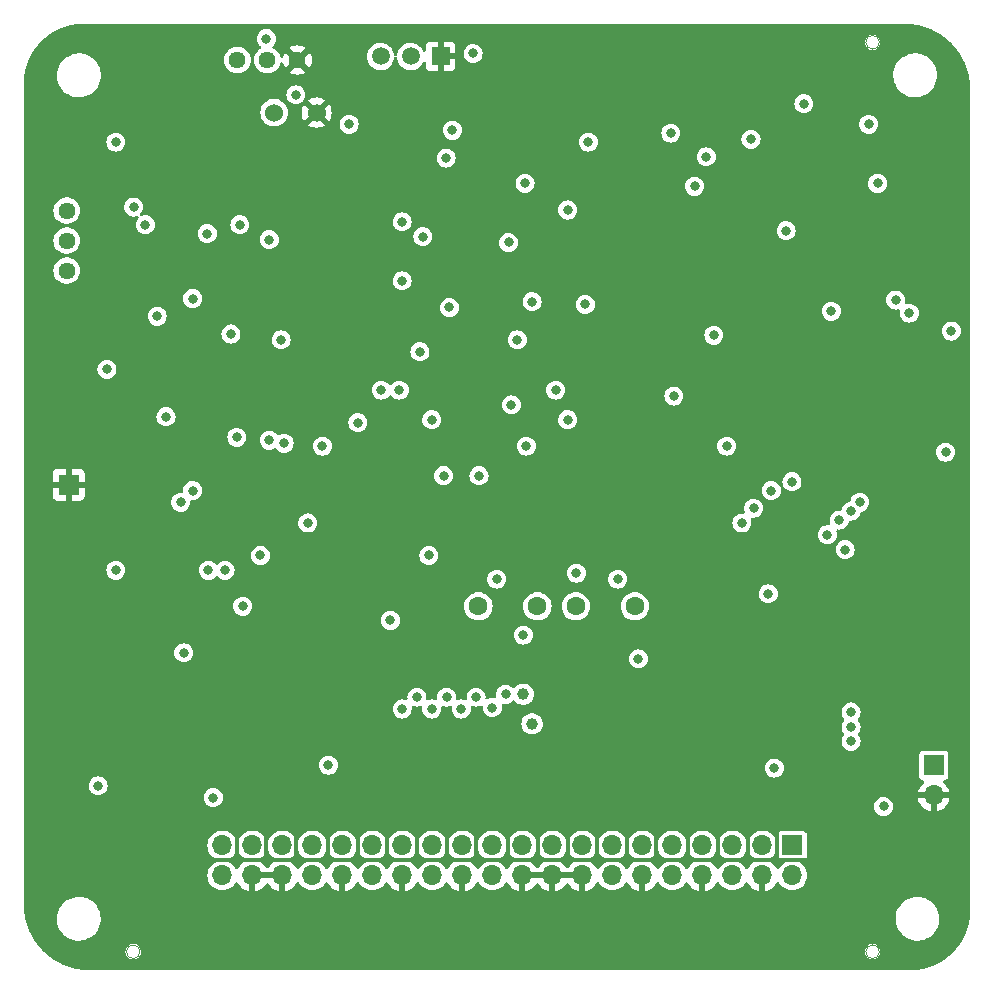
<source format=gbr>
G04 #@! TF.GenerationSoftware,KiCad,Pcbnew,7.0.11*
G04 #@! TF.CreationDate,2024-06-21T20:49:22-07:00*
G04 #@! TF.ProjectId,as3340,61733333-3430-42e6-9b69-6361645f7063,rev?*
G04 #@! TF.SameCoordinates,PX5d9f491PY90fcb2f*
G04 #@! TF.FileFunction,Copper,L2,Inr*
G04 #@! TF.FilePolarity,Positive*
%FSLAX46Y46*%
G04 Gerber Fmt 4.6, Leading zero omitted, Abs format (unit mm)*
G04 Created by KiCad (PCBNEW 7.0.11) date 2024-06-21 20:49:22*
%MOMM*%
%LPD*%
G01*
G04 APERTURE LIST*
G04 #@! TA.AperFunction,ComponentPad*
%ADD10C,1.440000*%
G04 #@! TD*
G04 #@! TA.AperFunction,ComponentPad*
%ADD11C,1.524000*%
G04 #@! TD*
G04 #@! TA.AperFunction,ComponentPad*
%ADD12R,1.700000X1.700000*%
G04 #@! TD*
G04 #@! TA.AperFunction,ComponentPad*
%ADD13O,1.700000X1.700000*%
G04 #@! TD*
G04 #@! TA.AperFunction,ComponentPad*
%ADD14R,1.500000X1.500000*%
G04 #@! TD*
G04 #@! TA.AperFunction,ComponentPad*
%ADD15C,1.500000*%
G04 #@! TD*
G04 #@! TA.AperFunction,ComponentPad*
%ADD16C,1.600000*%
G04 #@! TD*
G04 #@! TA.AperFunction,ViaPad*
%ADD17C,0.800000*%
G04 #@! TD*
G04 #@! TA.AperFunction,ViaPad*
%ADD18C,1.000000*%
G04 #@! TD*
G04 #@! TA.AperFunction,Conductor*
%ADD19C,0.300000*%
G04 #@! TD*
G04 #@! TA.AperFunction,Profile*
%ADD20C,0.150000*%
G04 #@! TD*
G04 #@! TA.AperFunction,Profile*
%ADD21C,0.050000*%
G04 #@! TD*
G04 APERTURE END LIST*
D10*
X4029999Y65879999D03*
X4029999Y63339999D03*
X4029999Y60799999D03*
X18479999Y78629999D03*
X21019999Y78629999D03*
X23559999Y78629999D03*
D11*
X21579999Y74179999D03*
X25179999Y74179999D03*
D12*
X65454999Y12129999D03*
D13*
X65454999Y9589999D03*
X62914999Y12129999D03*
X62914999Y9589999D03*
X60374999Y12129999D03*
X60374999Y9589999D03*
X57834999Y12129999D03*
X57834999Y9589999D03*
X55294999Y12129999D03*
X55294999Y9589999D03*
X52754999Y12129999D03*
X52754999Y9589999D03*
X50214999Y12129999D03*
X50214999Y9589999D03*
X47674999Y12129999D03*
X47674999Y9589999D03*
X45134999Y12129999D03*
X45134999Y9589999D03*
X42594999Y12129999D03*
X42594999Y9589999D03*
X40054999Y12129999D03*
X40054999Y9589999D03*
X37514999Y12129999D03*
X37514999Y9589999D03*
X34974999Y12129999D03*
X34974999Y9589999D03*
X32434999Y12129999D03*
X32434999Y9589999D03*
X29894999Y12129999D03*
X29894999Y9589999D03*
X27354999Y12129999D03*
X27354999Y9589999D03*
X24814999Y12129999D03*
X24814999Y9589999D03*
X22274999Y12129999D03*
X22274999Y9589999D03*
X19734999Y12129999D03*
X19734999Y9589999D03*
X17194999Y12129999D03*
X17194999Y9589999D03*
D14*
X35679999Y78929999D03*
D15*
X33139999Y78929999D03*
X30599999Y78929999D03*
D12*
X77429999Y18904999D03*
D13*
X77429999Y16364999D03*
D16*
X38879999Y32379999D03*
X43879999Y32379999D03*
D12*
X4179999Y42679999D03*
D16*
X52129999Y32379999D03*
X47129999Y32379999D03*
D17*
X64929999Y48679999D03*
X19429999Y55679999D03*
X34929999Y19679999D03*
X47929999Y62179999D03*
X15679999Y21929999D03*
X15629999Y23979999D03*
X32929999Y31179999D03*
X19679999Y74304337D03*
X37704999Y70429999D03*
X48179999Y55679999D03*
X56179999Y36929999D03*
X31929999Y37179999D03*
X58679999Y52929999D03*
X59429999Y72179999D03*
X33429999Y47179999D03*
X23179999Y72179999D03*
X13794999Y75929999D03*
X9929999Y31929999D03*
X57429999Y65429999D03*
X27679999Y30679999D03*
X63429999Y31929999D03*
X53679999Y72429999D03*
X71829999Y66029999D03*
X4679999Y25179999D03*
X43929999Y15679999D03*
X57679999Y43679999D03*
X61679999Y74679999D03*
X61429999Y48679999D03*
X67429999Y46179999D03*
X2929999Y47679999D03*
X43679999Y49429999D03*
X26179999Y17429999D03*
X40179999Y46929999D03*
X23179999Y34929999D03*
X74929999Y61679999D03*
X50179999Y15679999D03*
X69429999Y50679999D03*
X59179999Y74429999D03*
X18929999Y35429999D03*
X18679999Y68179999D03*
X55929999Y47179999D03*
X14929999Y14429999D03*
X73679999Y49679999D03*
X26429999Y21929999D03*
X27179999Y47929999D03*
X41429999Y79179999D03*
X68229999Y58429999D03*
X9679999Y67679999D03*
X76179999Y22429999D03*
X9679999Y20679999D03*
X70929999Y56929999D03*
X71229999Y60529999D03*
X51679999Y43679999D03*
X57179999Y56929999D03*
X37929999Y57679999D03*
X18429999Y48179999D03*
X59679999Y67929999D03*
X68679999Y55429999D03*
X14329999Y24079999D03*
X7429999Y54679999D03*
X67929999Y60179999D03*
X76179999Y52929999D03*
X38929999Y34679999D03*
X66679999Y64179999D03*
X14329999Y21929999D03*
X63929999Y17179999D03*
X56679999Y14429999D03*
X68429999Y73929999D03*
X48179999Y54429999D03*
X15794999Y75929999D03*
X14679999Y56929999D03*
X34679999Y35179999D03*
X27929999Y79179999D03*
X52179999Y34679999D03*
X73679999Y43929999D03*
X73679999Y47679999D03*
X73679999Y24679999D03*
X14929999Y30679999D03*
X40429999Y34679999D03*
D18*
X43429999Y22429999D03*
D17*
X58179999Y70429999D03*
X34679999Y36679999D03*
X55179999Y72429999D03*
X38429999Y79179999D03*
X31429999Y31179999D03*
D18*
X42679999Y24929999D03*
D17*
X13929999Y28429999D03*
X36429999Y57679999D03*
X17429999Y35429999D03*
X14679999Y58429999D03*
X11679999Y56929999D03*
X27929999Y73179999D03*
X66429999Y74929999D03*
X18429999Y46679999D03*
X26179999Y18929999D03*
X50679999Y34679999D03*
X7429999Y52429999D03*
X36154999Y70329999D03*
X43429999Y58179999D03*
X28679999Y47929999D03*
X46429999Y65929999D03*
X36679999Y72679999D03*
X16429999Y16179999D03*
X9679999Y66179999D03*
X47929999Y57929999D03*
X18679999Y64679999D03*
X20929999Y80429999D03*
X78429999Y45429999D03*
X52429999Y27929999D03*
X72679999Y68179999D03*
X63929999Y18679999D03*
X42679999Y29929999D03*
X73179999Y15429999D03*
X64929999Y64179999D03*
X63429999Y33429999D03*
X6679999Y17179999D03*
X22179999Y54929999D03*
X42179999Y54929999D03*
X21179999Y46429999D03*
X15929999Y63929999D03*
X20429999Y36679999D03*
X10679999Y64679999D03*
X21179999Y63429999D03*
X58817499Y55317499D03*
X8179999Y71679999D03*
X70429999Y20929999D03*
X69929999Y37179999D03*
X70429999Y23429999D03*
X70429999Y22179999D03*
X57179999Y67929999D03*
X61960330Y71899668D03*
X23429999Y75679999D03*
X71929999Y73179999D03*
X14679999Y42179999D03*
X63679999Y42179999D03*
X13679999Y41179999D03*
X62179999Y40679999D03*
X24429999Y39429999D03*
X61179999Y39429999D03*
X65429999Y42929999D03*
X22429999Y46179999D03*
X32429999Y59929999D03*
X69429999Y39679999D03*
X16024999Y35429999D03*
X41679999Y49429999D03*
X8179999Y35429999D03*
X17929999Y55429999D03*
X47179999Y35179999D03*
X12429999Y48429999D03*
X18929999Y32379999D03*
X35929999Y43429999D03*
X38929999Y43429999D03*
X42829999Y68179999D03*
X78929999Y55679999D03*
X70429999Y40429999D03*
X41429999Y63179999D03*
X34929999Y48179999D03*
X46429999Y48179999D03*
X59904999Y45929999D03*
X25679999Y45929999D03*
X42929999Y45929999D03*
X33679999Y24679999D03*
X36179999Y24679999D03*
X38679999Y24679999D03*
X40054999Y23804999D03*
X41179999Y24929999D03*
X74204999Y58304999D03*
X75366714Y57192692D03*
X37429999Y23679999D03*
X34929999Y23679999D03*
X32429999Y23679999D03*
X68429999Y38429999D03*
X55429999Y50179999D03*
X32179999Y50679999D03*
X45429999Y50679999D03*
X68754999Y57354999D03*
X30654999Y50679999D03*
X33929999Y53929999D03*
X48179999Y71679999D03*
X34179999Y63679999D03*
X71179999Y41179999D03*
X32429999Y64929999D03*
D19*
X61679999Y10929999D02*
X61679999Y13679999D01*
X36179999Y10929999D02*
X36179999Y13429999D01*
X18429999Y10929999D02*
X18429999Y13429999D01*
X51429999Y10929999D02*
X51429999Y13679999D01*
X61679999Y10929999D02*
X64179999Y10929999D01*
X48929999Y10929999D02*
X51429999Y10929999D01*
X31179999Y10929999D02*
X31179999Y13429999D01*
X23429999Y10929999D02*
X26179999Y10929999D01*
X36179999Y10929999D02*
X38679999Y10929999D01*
X48929999Y10929999D02*
X48929999Y13679999D01*
X38679999Y10929999D02*
X41429999Y10929999D01*
X23429999Y10929999D02*
X23474999Y10974999D01*
X59179999Y10929999D02*
X61679999Y10929999D01*
X53954999Y10954999D02*
X53954999Y13654999D01*
X20929999Y10929999D02*
X23429999Y10929999D01*
X18429999Y10929999D02*
X20929999Y10929999D01*
X53929999Y10929999D02*
X56679999Y10929999D01*
X59179999Y10929999D02*
X59174999Y10934999D01*
X33679999Y10929999D02*
X36179999Y10929999D01*
X38679999Y10929999D02*
X38714999Y10964999D01*
X26179999Y10929999D02*
X26154999Y10954999D01*
X46429999Y10929999D02*
X46429999Y13429999D01*
X41394999Y10964999D02*
X41394999Y13394999D01*
X38714999Y10964999D02*
X38714999Y13394999D01*
X64179999Y10929999D02*
X64179999Y13679999D01*
X26154999Y10954999D02*
X26154999Y13404999D01*
X41429999Y10929999D02*
X41394999Y10964999D01*
X31179999Y10929999D02*
X33679999Y10929999D01*
X22449999Y9589999D02*
X22274999Y9589999D01*
X20934999Y10934999D02*
X20934999Y13424999D01*
X28679999Y10929999D02*
X28679999Y13429999D01*
X20929999Y10929999D02*
X20934999Y10934999D01*
X23474999Y10974999D02*
X23474999Y13384999D01*
X28679999Y10929999D02*
X31179999Y10929999D01*
X15179999Y10929999D02*
X18429999Y10929999D01*
X56679999Y10929999D02*
X56634999Y10974999D01*
X46429999Y10929999D02*
X48929999Y10929999D01*
X33679999Y10929999D02*
X33679999Y13429999D01*
X26179999Y10929999D02*
X28679999Y10929999D01*
X41429999Y10929999D02*
X43929999Y10929999D01*
X59174999Y10934999D02*
X59174999Y13674999D01*
X53929999Y10929999D02*
X53954999Y10954999D01*
X43929999Y10929999D02*
X46429999Y10929999D01*
X32619998Y9460000D02*
X32480000Y9460000D01*
X64179999Y10929999D02*
X67429999Y10929999D01*
X56634999Y10974999D02*
X56634999Y13634999D01*
X51429999Y10929999D02*
X53929999Y10929999D01*
X37420002Y9460000D02*
X37560000Y9460000D01*
X56679999Y10929999D02*
X59179999Y10929999D01*
X43929999Y10929999D02*
X43929999Y13429999D01*
G04 #@! TA.AperFunction,Conductor*
G36*
X21815506Y9799843D02*
G01*
X21774999Y9661888D01*
X21774999Y9518110D01*
X21815506Y9380155D01*
X21843883Y9335999D01*
X20166115Y9335999D01*
X20194492Y9380155D01*
X20234999Y9518110D01*
X20234999Y9661888D01*
X20194492Y9799843D01*
X20166115Y9843999D01*
X21843883Y9843999D01*
X21815506Y9799843D01*
G37*
G04 #@! TD.AperFunction*
G04 #@! TA.AperFunction,Conductor*
G36*
X44675506Y9799843D02*
G01*
X44634999Y9661888D01*
X44634999Y9518110D01*
X44675506Y9380155D01*
X44703883Y9335999D01*
X43026115Y9335999D01*
X43054492Y9380155D01*
X43094999Y9518110D01*
X43094999Y9661888D01*
X43054492Y9799843D01*
X43026115Y9843999D01*
X44703883Y9843999D01*
X44675506Y9799843D01*
G37*
G04 #@! TD.AperFunction*
G04 #@! TA.AperFunction,Conductor*
G36*
X47215506Y9799843D02*
G01*
X47174999Y9661888D01*
X47174999Y9518110D01*
X47215506Y9380155D01*
X47243883Y9335999D01*
X45566115Y9335999D01*
X45594492Y9380155D01*
X45634999Y9518110D01*
X45634999Y9661888D01*
X45594492Y9799843D01*
X45566115Y9843999D01*
X47243883Y9843999D01*
X47215506Y9799843D01*
G37*
G04 #@! TD.AperFunction*
G04 #@! TA.AperFunction,Conductor*
G36*
X23613958Y11701899D02*
G01*
X23659193Y11649697D01*
X23727897Y11502360D01*
X23853401Y11323122D01*
X24008122Y11168401D01*
X24187360Y11042897D01*
X24326484Y10978023D01*
X24334694Y10974194D01*
X24387979Y10927277D01*
X24407440Y10858999D01*
X24386898Y10791039D01*
X24334694Y10745804D01*
X24187357Y10677100D01*
X24008130Y10551604D01*
X24008119Y10551595D01*
X23853403Y10396879D01*
X23853394Y10396868D01*
X23727898Y10217641D01*
X23727897Y10217639D01*
X23719196Y10198980D01*
X23672277Y10145697D01*
X23603999Y10126238D01*
X23536040Y10146782D01*
X23489976Y10200806D01*
X23489615Y10201622D01*
X23473418Y10238549D01*
X23350324Y10426958D01*
X23197901Y10592534D01*
X23020302Y10730766D01*
X22876255Y10808720D01*
X22825865Y10858734D01*
X22810513Y10928051D01*
X22835074Y10994664D01*
X22882975Y11033729D01*
X22902638Y11042897D01*
X23081876Y11168401D01*
X23236597Y11323122D01*
X23362101Y11502360D01*
X23430804Y11649697D01*
X23477721Y11702980D01*
X23545998Y11722441D01*
X23613958Y11701899D01*
G37*
G04 #@! TD.AperFunction*
G04 #@! TA.AperFunction,Conductor*
G36*
X28693958Y11701899D02*
G01*
X28739193Y11649697D01*
X28807897Y11502360D01*
X28933401Y11323122D01*
X29088122Y11168401D01*
X29267360Y11042897D01*
X29406484Y10978023D01*
X29414694Y10974194D01*
X29467979Y10927277D01*
X29487440Y10858999D01*
X29466898Y10791039D01*
X29414694Y10745804D01*
X29267357Y10677100D01*
X29088130Y10551604D01*
X29088119Y10551595D01*
X28933403Y10396879D01*
X28933394Y10396868D01*
X28807898Y10217641D01*
X28807897Y10217639D01*
X28799196Y10198980D01*
X28752277Y10145697D01*
X28683999Y10126238D01*
X28616040Y10146782D01*
X28569976Y10200806D01*
X28569615Y10201622D01*
X28553418Y10238549D01*
X28430324Y10426958D01*
X28277901Y10592534D01*
X28100302Y10730766D01*
X27956255Y10808720D01*
X27905865Y10858734D01*
X27890513Y10928051D01*
X27915074Y10994664D01*
X27962975Y11033729D01*
X27982638Y11042897D01*
X28161876Y11168401D01*
X28316597Y11323122D01*
X28442101Y11502360D01*
X28510804Y11649697D01*
X28557721Y11702980D01*
X28625998Y11722441D01*
X28693958Y11701899D01*
G37*
G04 #@! TD.AperFunction*
G04 #@! TA.AperFunction,Conductor*
G36*
X33773958Y11701899D02*
G01*
X33819193Y11649697D01*
X33887897Y11502360D01*
X34013401Y11323122D01*
X34168122Y11168401D01*
X34347360Y11042897D01*
X34486484Y10978023D01*
X34494694Y10974194D01*
X34547979Y10927277D01*
X34567440Y10858999D01*
X34546898Y10791039D01*
X34494694Y10745804D01*
X34347357Y10677100D01*
X34168130Y10551604D01*
X34168119Y10551595D01*
X34013403Y10396879D01*
X34013394Y10396868D01*
X33887898Y10217641D01*
X33887897Y10217639D01*
X33879196Y10198980D01*
X33832277Y10145697D01*
X33763999Y10126238D01*
X33696040Y10146782D01*
X33649976Y10200806D01*
X33649615Y10201622D01*
X33633418Y10238549D01*
X33510324Y10426958D01*
X33357901Y10592534D01*
X33180302Y10730766D01*
X33036255Y10808720D01*
X32985865Y10858734D01*
X32970513Y10928051D01*
X32995074Y10994664D01*
X33042975Y11033729D01*
X33062638Y11042897D01*
X33241876Y11168401D01*
X33396597Y11323122D01*
X33522101Y11502360D01*
X33590804Y11649697D01*
X33637721Y11702980D01*
X33705998Y11722441D01*
X33773958Y11701899D01*
G37*
G04 #@! TD.AperFunction*
G04 #@! TA.AperFunction,Conductor*
G36*
X38853958Y11701899D02*
G01*
X38899193Y11649697D01*
X38967897Y11502360D01*
X39093401Y11323122D01*
X39248122Y11168401D01*
X39427360Y11042897D01*
X39566484Y10978023D01*
X39574694Y10974194D01*
X39627979Y10927277D01*
X39647440Y10858999D01*
X39626898Y10791039D01*
X39574694Y10745804D01*
X39427357Y10677100D01*
X39248130Y10551604D01*
X39248119Y10551595D01*
X39093403Y10396879D01*
X39093394Y10396868D01*
X38967898Y10217641D01*
X38967897Y10217639D01*
X38959196Y10198980D01*
X38912277Y10145697D01*
X38843999Y10126238D01*
X38776040Y10146782D01*
X38729976Y10200806D01*
X38729615Y10201622D01*
X38713418Y10238549D01*
X38590324Y10426958D01*
X38437901Y10592534D01*
X38260302Y10730766D01*
X38116255Y10808720D01*
X38065865Y10858734D01*
X38050513Y10928051D01*
X38075074Y10994664D01*
X38122975Y11033729D01*
X38142638Y11042897D01*
X38321876Y11168401D01*
X38476597Y11323122D01*
X38602101Y11502360D01*
X38670804Y11649697D01*
X38717721Y11702980D01*
X38785998Y11722441D01*
X38853958Y11701899D01*
G37*
G04 #@! TD.AperFunction*
G04 #@! TA.AperFunction,Conductor*
G36*
X49013958Y11701899D02*
G01*
X49059193Y11649697D01*
X49127897Y11502360D01*
X49253401Y11323122D01*
X49408122Y11168401D01*
X49587360Y11042897D01*
X49726484Y10978023D01*
X49734694Y10974194D01*
X49787979Y10927277D01*
X49807440Y10858999D01*
X49786898Y10791039D01*
X49734694Y10745804D01*
X49587357Y10677100D01*
X49408130Y10551604D01*
X49408119Y10551595D01*
X49253403Y10396879D01*
X49253394Y10396868D01*
X49127898Y10217641D01*
X49127897Y10217639D01*
X49119196Y10198980D01*
X49072277Y10145697D01*
X49003999Y10126238D01*
X48936040Y10146782D01*
X48889976Y10200806D01*
X48889615Y10201622D01*
X48873418Y10238549D01*
X48750324Y10426958D01*
X48597901Y10592534D01*
X48420302Y10730766D01*
X48276255Y10808720D01*
X48225865Y10858734D01*
X48210513Y10928051D01*
X48235074Y10994664D01*
X48282975Y11033729D01*
X48302638Y11042897D01*
X48481876Y11168401D01*
X48636597Y11323122D01*
X48762101Y11502360D01*
X48830804Y11649697D01*
X48877721Y11702980D01*
X48945998Y11722441D01*
X49013958Y11701899D01*
G37*
G04 #@! TD.AperFunction*
G04 #@! TA.AperFunction,Conductor*
G36*
X54093958Y11701899D02*
G01*
X54139193Y11649697D01*
X54207897Y11502360D01*
X54333401Y11323122D01*
X54488122Y11168401D01*
X54667360Y11042897D01*
X54806484Y10978023D01*
X54814694Y10974194D01*
X54867979Y10927277D01*
X54887440Y10858999D01*
X54866898Y10791039D01*
X54814694Y10745804D01*
X54667357Y10677100D01*
X54488130Y10551604D01*
X54488119Y10551595D01*
X54333403Y10396879D01*
X54333394Y10396868D01*
X54207898Y10217641D01*
X54207897Y10217639D01*
X54199196Y10198980D01*
X54152277Y10145697D01*
X54083999Y10126238D01*
X54016040Y10146782D01*
X53969976Y10200806D01*
X53969615Y10201622D01*
X53953418Y10238549D01*
X53830324Y10426958D01*
X53677901Y10592534D01*
X53500302Y10730766D01*
X53356255Y10808720D01*
X53305865Y10858734D01*
X53290513Y10928051D01*
X53315074Y10994664D01*
X53362975Y11033729D01*
X53382638Y11042897D01*
X53561876Y11168401D01*
X53716597Y11323122D01*
X53842101Y11502360D01*
X53910804Y11649697D01*
X53957721Y11702980D01*
X54025998Y11722441D01*
X54093958Y11701899D01*
G37*
G04 #@! TD.AperFunction*
G04 #@! TA.AperFunction,Conductor*
G36*
X59173958Y11701899D02*
G01*
X59219193Y11649697D01*
X59287897Y11502360D01*
X59413401Y11323122D01*
X59568122Y11168401D01*
X59747360Y11042897D01*
X59886484Y10978023D01*
X59894694Y10974194D01*
X59947979Y10927277D01*
X59967440Y10858999D01*
X59946898Y10791039D01*
X59894694Y10745804D01*
X59747357Y10677100D01*
X59568130Y10551604D01*
X59568119Y10551595D01*
X59413403Y10396879D01*
X59413394Y10396868D01*
X59287898Y10217641D01*
X59287897Y10217639D01*
X59279196Y10198980D01*
X59232277Y10145697D01*
X59163999Y10126238D01*
X59096040Y10146782D01*
X59049976Y10200806D01*
X59049615Y10201622D01*
X59033418Y10238549D01*
X58910324Y10426958D01*
X58757901Y10592534D01*
X58580302Y10730766D01*
X58436255Y10808720D01*
X58385865Y10858734D01*
X58370513Y10928051D01*
X58395074Y10994664D01*
X58442975Y11033729D01*
X58462638Y11042897D01*
X58641876Y11168401D01*
X58796597Y11323122D01*
X58922101Y11502360D01*
X58990804Y11649697D01*
X59037721Y11702980D01*
X59105998Y11722441D01*
X59173958Y11701899D01*
G37*
G04 #@! TD.AperFunction*
G04 #@! TA.AperFunction,Conductor*
G36*
X64164722Y11483673D02*
G01*
X64200708Y11422472D01*
X64204499Y11391796D01*
X64204499Y11248483D01*
X64219352Y11154697D01*
X64276948Y11041657D01*
X64366656Y10951949D01*
X64405298Y10932261D01*
X64479695Y10894353D01*
X64573480Y10879499D01*
X64716795Y10879500D01*
X64784913Y10859498D01*
X64831406Y10805843D01*
X64841511Y10735569D01*
X64812018Y10670988D01*
X64789064Y10650287D01*
X64648125Y10551600D01*
X64648119Y10551595D01*
X64493403Y10396879D01*
X64493394Y10396868D01*
X64367898Y10217641D01*
X64367897Y10217639D01*
X64359196Y10198980D01*
X64312277Y10145697D01*
X64243999Y10126238D01*
X64176040Y10146782D01*
X64129976Y10200806D01*
X64129615Y10201622D01*
X64113418Y10238549D01*
X63990324Y10426958D01*
X63837901Y10592534D01*
X63660302Y10730766D01*
X63516255Y10808720D01*
X63465865Y10858734D01*
X63450513Y10928051D01*
X63475074Y10994664D01*
X63522975Y11033729D01*
X63542638Y11042897D01*
X63721876Y11168401D01*
X63876597Y11323122D01*
X63975288Y11464068D01*
X64030742Y11508394D01*
X64101362Y11515703D01*
X64164722Y11483673D01*
G37*
G04 #@! TD.AperFunction*
G04 #@! TA.AperFunction,Conductor*
G36*
X18533958Y11701899D02*
G01*
X18579193Y11649697D01*
X18647897Y11502360D01*
X18773401Y11323122D01*
X18928122Y11168401D01*
X18928125Y11168399D01*
X19107358Y11042898D01*
X19107359Y11042898D01*
X19107360Y11042897D01*
X19127021Y11033729D01*
X19180306Y10986814D01*
X19199768Y10918537D01*
X19179227Y10850576D01*
X19133742Y10808721D01*
X18989703Y10730771D01*
X18989697Y10730767D01*
X18812096Y10592534D01*
X18659673Y10426958D01*
X18536579Y10238548D01*
X18520381Y10201620D01*
X18474700Y10147271D01*
X18406887Y10126248D01*
X18338473Y10145225D01*
X18291180Y10198176D01*
X18290799Y10198984D01*
X18282099Y10217641D01*
X18156603Y10396868D01*
X18156600Y10396872D01*
X18156597Y10396876D01*
X18001876Y10551597D01*
X17822638Y10677101D01*
X17675301Y10745805D01*
X17622018Y10792721D01*
X17602557Y10860998D01*
X17623099Y10928958D01*
X17675301Y10974194D01*
X17822638Y11042897D01*
X18001876Y11168401D01*
X18156597Y11323122D01*
X18282101Y11502360D01*
X18350804Y11649697D01*
X18397721Y11702980D01*
X18465998Y11722441D01*
X18533958Y11701899D01*
G37*
G04 #@! TD.AperFunction*
G04 #@! TA.AperFunction,Conductor*
G36*
X26153958Y11701899D02*
G01*
X26199193Y11649697D01*
X26267897Y11502360D01*
X26393401Y11323122D01*
X26548122Y11168401D01*
X26548125Y11168399D01*
X26727358Y11042898D01*
X26727359Y11042898D01*
X26727360Y11042897D01*
X26747021Y11033729D01*
X26800306Y10986814D01*
X26819768Y10918537D01*
X26799227Y10850576D01*
X26753742Y10808721D01*
X26609703Y10730771D01*
X26609697Y10730767D01*
X26432096Y10592534D01*
X26279673Y10426958D01*
X26156579Y10238548D01*
X26140381Y10201620D01*
X26094700Y10147271D01*
X26026887Y10126248D01*
X25958473Y10145225D01*
X25911180Y10198176D01*
X25910799Y10198984D01*
X25902099Y10217641D01*
X25776603Y10396868D01*
X25776600Y10396872D01*
X25776597Y10396876D01*
X25621876Y10551597D01*
X25442638Y10677101D01*
X25295301Y10745805D01*
X25242018Y10792721D01*
X25222557Y10860998D01*
X25243099Y10928958D01*
X25295301Y10974194D01*
X25442638Y11042897D01*
X25621876Y11168401D01*
X25776597Y11323122D01*
X25902101Y11502360D01*
X25970804Y11649697D01*
X26017721Y11702980D01*
X26085998Y11722441D01*
X26153958Y11701899D01*
G37*
G04 #@! TD.AperFunction*
G04 #@! TA.AperFunction,Conductor*
G36*
X31233958Y11701899D02*
G01*
X31279193Y11649697D01*
X31347897Y11502360D01*
X31473401Y11323122D01*
X31628122Y11168401D01*
X31628125Y11168399D01*
X31807358Y11042898D01*
X31807359Y11042898D01*
X31807360Y11042897D01*
X31827021Y11033729D01*
X31880306Y10986814D01*
X31899768Y10918537D01*
X31879227Y10850576D01*
X31833742Y10808721D01*
X31689703Y10730771D01*
X31689697Y10730767D01*
X31512096Y10592534D01*
X31359673Y10426958D01*
X31236579Y10238548D01*
X31220381Y10201620D01*
X31174700Y10147271D01*
X31106887Y10126248D01*
X31038473Y10145225D01*
X30991180Y10198176D01*
X30990799Y10198984D01*
X30982099Y10217641D01*
X30856603Y10396868D01*
X30856600Y10396872D01*
X30856597Y10396876D01*
X30701876Y10551597D01*
X30522638Y10677101D01*
X30375301Y10745805D01*
X30322018Y10792721D01*
X30302557Y10860998D01*
X30323099Y10928958D01*
X30375301Y10974194D01*
X30522638Y11042897D01*
X30701876Y11168401D01*
X30856597Y11323122D01*
X30982101Y11502360D01*
X31050804Y11649697D01*
X31097721Y11702980D01*
X31165998Y11722441D01*
X31233958Y11701899D01*
G37*
G04 #@! TD.AperFunction*
G04 #@! TA.AperFunction,Conductor*
G36*
X36313958Y11701899D02*
G01*
X36359193Y11649697D01*
X36427897Y11502360D01*
X36553401Y11323122D01*
X36708122Y11168401D01*
X36708125Y11168399D01*
X36887358Y11042898D01*
X36887359Y11042898D01*
X36887360Y11042897D01*
X36907021Y11033729D01*
X36960306Y10986814D01*
X36979768Y10918537D01*
X36959227Y10850576D01*
X36913742Y10808721D01*
X36769703Y10730771D01*
X36769697Y10730767D01*
X36592096Y10592534D01*
X36439673Y10426958D01*
X36316579Y10238548D01*
X36300381Y10201620D01*
X36254700Y10147271D01*
X36186887Y10126248D01*
X36118473Y10145225D01*
X36071180Y10198176D01*
X36070799Y10198984D01*
X36062099Y10217641D01*
X35936603Y10396868D01*
X35936600Y10396872D01*
X35936597Y10396876D01*
X35781876Y10551597D01*
X35602638Y10677101D01*
X35455301Y10745805D01*
X35402018Y10792721D01*
X35382557Y10860998D01*
X35403099Y10928958D01*
X35455301Y10974194D01*
X35602638Y11042897D01*
X35781876Y11168401D01*
X35936597Y11323122D01*
X36062101Y11502360D01*
X36130804Y11649697D01*
X36177721Y11702980D01*
X36245998Y11722441D01*
X36313958Y11701899D01*
G37*
G04 #@! TD.AperFunction*
G04 #@! TA.AperFunction,Conductor*
G36*
X41393958Y11701899D02*
G01*
X41439193Y11649697D01*
X41507897Y11502360D01*
X41633401Y11323122D01*
X41788122Y11168401D01*
X41788125Y11168399D01*
X41967358Y11042898D01*
X41967359Y11042898D01*
X41967360Y11042897D01*
X41987021Y11033729D01*
X42040306Y10986814D01*
X42059768Y10918537D01*
X42039227Y10850576D01*
X41993742Y10808721D01*
X41849703Y10730771D01*
X41849697Y10730767D01*
X41672096Y10592534D01*
X41519673Y10426958D01*
X41396579Y10238548D01*
X41380381Y10201620D01*
X41334700Y10147271D01*
X41266887Y10126248D01*
X41198473Y10145225D01*
X41151180Y10198176D01*
X41150799Y10198984D01*
X41142099Y10217641D01*
X41016603Y10396868D01*
X41016600Y10396872D01*
X41016597Y10396876D01*
X40861876Y10551597D01*
X40682638Y10677101D01*
X40535301Y10745805D01*
X40482018Y10792721D01*
X40462557Y10860998D01*
X40483099Y10928958D01*
X40535301Y10974194D01*
X40682638Y11042897D01*
X40861876Y11168401D01*
X41016597Y11323122D01*
X41142101Y11502360D01*
X41210804Y11649697D01*
X41257721Y11702980D01*
X41325998Y11722441D01*
X41393958Y11701899D01*
G37*
G04 #@! TD.AperFunction*
G04 #@! TA.AperFunction,Conductor*
G36*
X51553958Y11701899D02*
G01*
X51599193Y11649697D01*
X51667897Y11502360D01*
X51793401Y11323122D01*
X51948122Y11168401D01*
X51948125Y11168399D01*
X52127358Y11042898D01*
X52127359Y11042898D01*
X52127360Y11042897D01*
X52147021Y11033729D01*
X52200306Y10986814D01*
X52219768Y10918537D01*
X52199227Y10850576D01*
X52153742Y10808721D01*
X52009703Y10730771D01*
X52009697Y10730767D01*
X51832096Y10592534D01*
X51679673Y10426958D01*
X51556579Y10238548D01*
X51540381Y10201620D01*
X51494700Y10147271D01*
X51426887Y10126248D01*
X51358473Y10145225D01*
X51311180Y10198176D01*
X51310799Y10198984D01*
X51302099Y10217641D01*
X51176603Y10396868D01*
X51176600Y10396872D01*
X51176597Y10396876D01*
X51021876Y10551597D01*
X50842638Y10677101D01*
X50695301Y10745805D01*
X50642018Y10792721D01*
X50622557Y10860998D01*
X50643099Y10928958D01*
X50695301Y10974194D01*
X50842638Y11042897D01*
X51021876Y11168401D01*
X51176597Y11323122D01*
X51302101Y11502360D01*
X51370804Y11649697D01*
X51417721Y11702980D01*
X51485998Y11722441D01*
X51553958Y11701899D01*
G37*
G04 #@! TD.AperFunction*
G04 #@! TA.AperFunction,Conductor*
G36*
X56633958Y11701899D02*
G01*
X56679193Y11649697D01*
X56747897Y11502360D01*
X56873401Y11323122D01*
X57028122Y11168401D01*
X57028125Y11168399D01*
X57207358Y11042898D01*
X57207359Y11042898D01*
X57207360Y11042897D01*
X57227021Y11033729D01*
X57280306Y10986814D01*
X57299768Y10918537D01*
X57279227Y10850576D01*
X57233742Y10808721D01*
X57089703Y10730771D01*
X57089697Y10730767D01*
X56912096Y10592534D01*
X56759673Y10426958D01*
X56636579Y10238548D01*
X56620381Y10201620D01*
X56574700Y10147271D01*
X56506887Y10126248D01*
X56438473Y10145225D01*
X56391180Y10198176D01*
X56390799Y10198984D01*
X56382099Y10217641D01*
X56256603Y10396868D01*
X56256600Y10396872D01*
X56256597Y10396876D01*
X56101876Y10551597D01*
X55922638Y10677101D01*
X55775301Y10745805D01*
X55722018Y10792721D01*
X55702557Y10860998D01*
X55723099Y10928958D01*
X55775301Y10974194D01*
X55922638Y11042897D01*
X56101876Y11168401D01*
X56256597Y11323122D01*
X56382101Y11502360D01*
X56450804Y11649697D01*
X56497721Y11702980D01*
X56565998Y11722441D01*
X56633958Y11701899D01*
G37*
G04 #@! TD.AperFunction*
G04 #@! TA.AperFunction,Conductor*
G36*
X61713958Y11701899D02*
G01*
X61759193Y11649697D01*
X61827897Y11502360D01*
X61953401Y11323122D01*
X62108122Y11168401D01*
X62108125Y11168399D01*
X62287358Y11042898D01*
X62287359Y11042898D01*
X62287360Y11042897D01*
X62307021Y11033729D01*
X62360306Y10986814D01*
X62379768Y10918537D01*
X62359227Y10850576D01*
X62313742Y10808721D01*
X62169703Y10730771D01*
X62169697Y10730767D01*
X61992096Y10592534D01*
X61839673Y10426958D01*
X61716579Y10238548D01*
X61700381Y10201620D01*
X61654700Y10147271D01*
X61586887Y10126248D01*
X61518473Y10145225D01*
X61471180Y10198176D01*
X61470799Y10198984D01*
X61462099Y10217641D01*
X61336603Y10396868D01*
X61336600Y10396872D01*
X61336597Y10396876D01*
X61181876Y10551597D01*
X61002638Y10677101D01*
X60855301Y10745805D01*
X60802018Y10792721D01*
X60782557Y10860998D01*
X60803099Y10928958D01*
X60855301Y10974194D01*
X61002638Y11042897D01*
X61181876Y11168401D01*
X61336597Y11323122D01*
X61462101Y11502360D01*
X61530804Y11649697D01*
X61577721Y11702980D01*
X61645998Y11722441D01*
X61713958Y11701899D01*
G37*
G04 #@! TD.AperFunction*
G04 #@! TA.AperFunction,Conductor*
G36*
X21073958Y11701899D02*
G01*
X21119193Y11649697D01*
X21187897Y11502360D01*
X21313401Y11323122D01*
X21468122Y11168401D01*
X21468125Y11168399D01*
X21647358Y11042898D01*
X21647359Y11042898D01*
X21647360Y11042897D01*
X21667021Y11033729D01*
X21720306Y10986814D01*
X21739768Y10918537D01*
X21719227Y10850576D01*
X21673742Y10808721D01*
X21529703Y10730771D01*
X21529697Y10730767D01*
X21352096Y10592534D01*
X21199673Y10426957D01*
X21110482Y10290440D01*
X21056478Y10244352D01*
X20986130Y10234777D01*
X20921773Y10264755D01*
X20899516Y10290440D01*
X20810324Y10426957D01*
X20657901Y10592534D01*
X20480302Y10730766D01*
X20336255Y10808720D01*
X20285865Y10858734D01*
X20270513Y10928051D01*
X20295074Y10994664D01*
X20342975Y11033729D01*
X20362638Y11042897D01*
X20541876Y11168401D01*
X20696597Y11323122D01*
X20822101Y11502360D01*
X20890804Y11649697D01*
X20937721Y11702980D01*
X21005998Y11722441D01*
X21073958Y11701899D01*
G37*
G04 #@! TD.AperFunction*
G04 #@! TA.AperFunction,Conductor*
G36*
X43933958Y11701899D02*
G01*
X43979193Y11649697D01*
X44047897Y11502360D01*
X44173401Y11323122D01*
X44328122Y11168401D01*
X44328125Y11168399D01*
X44507358Y11042898D01*
X44507359Y11042898D01*
X44507360Y11042897D01*
X44527021Y11033729D01*
X44580306Y10986814D01*
X44599768Y10918537D01*
X44579227Y10850576D01*
X44533742Y10808721D01*
X44389703Y10730771D01*
X44389697Y10730767D01*
X44212096Y10592534D01*
X44059673Y10426957D01*
X43970482Y10290440D01*
X43916478Y10244352D01*
X43846130Y10234777D01*
X43781773Y10264755D01*
X43759516Y10290440D01*
X43670324Y10426957D01*
X43517901Y10592534D01*
X43340302Y10730766D01*
X43196255Y10808720D01*
X43145865Y10858734D01*
X43130513Y10928051D01*
X43155074Y10994664D01*
X43202975Y11033729D01*
X43222638Y11042897D01*
X43401876Y11168401D01*
X43556597Y11323122D01*
X43682101Y11502360D01*
X43750804Y11649697D01*
X43797721Y11702980D01*
X43865998Y11722441D01*
X43933958Y11701899D01*
G37*
G04 #@! TD.AperFunction*
G04 #@! TA.AperFunction,Conductor*
G36*
X46473958Y11701899D02*
G01*
X46519193Y11649697D01*
X46587897Y11502360D01*
X46713401Y11323122D01*
X46868122Y11168401D01*
X46868125Y11168399D01*
X47047358Y11042898D01*
X47047359Y11042898D01*
X47047360Y11042897D01*
X47067021Y11033729D01*
X47120306Y10986814D01*
X47139768Y10918537D01*
X47119227Y10850576D01*
X47073742Y10808721D01*
X46929703Y10730771D01*
X46929697Y10730767D01*
X46752096Y10592534D01*
X46599673Y10426957D01*
X46510482Y10290440D01*
X46456478Y10244352D01*
X46386130Y10234777D01*
X46321773Y10264755D01*
X46299516Y10290440D01*
X46210324Y10426957D01*
X46057901Y10592534D01*
X45880302Y10730766D01*
X45736255Y10808720D01*
X45685865Y10858734D01*
X45670513Y10928051D01*
X45695074Y10994664D01*
X45742975Y11033729D01*
X45762638Y11042897D01*
X45941876Y11168401D01*
X46096597Y11323122D01*
X46222101Y11502360D01*
X46290804Y11649697D01*
X46337721Y11702980D01*
X46405998Y11722441D01*
X46473958Y11701899D01*
G37*
G04 #@! TD.AperFunction*
G04 #@! TA.AperFunction,Conductor*
G36*
X74957610Y81554391D02*
G01*
X75397759Y81536187D01*
X75408108Y81535330D01*
X75842673Y81481161D01*
X75852937Y81479448D01*
X76281543Y81389579D01*
X76291611Y81387030D01*
X76711350Y81262068D01*
X76721182Y81258692D01*
X77129137Y81099507D01*
X77138674Y81095324D01*
X77532093Y80902993D01*
X77541251Y80898037D01*
X77917438Y80673879D01*
X77926157Y80668183D01*
X78282559Y80413717D01*
X78290766Y80407330D01*
X78624953Y80124287D01*
X78632601Y80117245D01*
X78942244Y79807602D01*
X78949287Y79799953D01*
X79232326Y79465770D01*
X79238716Y79457560D01*
X79493182Y79101158D01*
X79498878Y79092439D01*
X79723036Y78716252D01*
X79727992Y78707094D01*
X79920323Y78313675D01*
X79924506Y78304138D01*
X80083688Y77896192D01*
X80087070Y77886342D01*
X80212025Y77466626D01*
X80214581Y77456531D01*
X80304446Y77027942D01*
X80306160Y77017670D01*
X80360327Y76583123D01*
X80361187Y76572745D01*
X80379391Y76132611D01*
X80379499Y76127404D01*
X80379499Y6632747D01*
X80379379Y6627251D01*
X80360999Y6206297D01*
X80360041Y6195347D01*
X80305402Y5780321D01*
X80303493Y5769496D01*
X80212891Y5360818D01*
X80210046Y5350200D01*
X80084170Y4950973D01*
X80080411Y4940644D01*
X79920214Y4553892D01*
X79915568Y4543930D01*
X79722283Y4172633D01*
X79716787Y4163113D01*
X79491872Y3810067D01*
X79485568Y3801063D01*
X79230734Y3468957D01*
X79223668Y3460537D01*
X78940862Y3151909D01*
X78933089Y3144136D01*
X78624461Y2861330D01*
X78616041Y2854264D01*
X78283935Y2599430D01*
X78274931Y2593126D01*
X77921885Y2368211D01*
X77912365Y2362715D01*
X77541068Y2169430D01*
X77531106Y2164784D01*
X77144354Y2004587D01*
X77134025Y2000828D01*
X76734798Y1874952D01*
X76724180Y1872107D01*
X76315502Y1781505D01*
X76304677Y1779596D01*
X75889651Y1724957D01*
X75878701Y1723999D01*
X75457747Y1705619D01*
X75452251Y1705499D01*
X5957595Y1705499D01*
X5952388Y1705607D01*
X5512253Y1723811D01*
X5501875Y1724671D01*
X5067328Y1778838D01*
X5057056Y1780552D01*
X4628467Y1870417D01*
X4618372Y1872973D01*
X4198656Y1997928D01*
X4188806Y2001310D01*
X3780860Y2160492D01*
X3771323Y2164675D01*
X3377904Y2357006D01*
X3368746Y2361962D01*
X2992559Y2586120D01*
X2983840Y2591816D01*
X2627438Y2846282D01*
X2619228Y2852672D01*
X2291791Y3129997D01*
X8998714Y3129997D01*
X9017782Y2972945D01*
X9017784Y2972938D01*
X9063393Y2852678D01*
X9073887Y2825008D01*
X9163763Y2694802D01*
X9282187Y2589887D01*
X9282188Y2589887D01*
X9282190Y2589885D01*
X9289364Y2586120D01*
X9422277Y2516362D01*
X9575893Y2478499D01*
X9575894Y2478499D01*
X9734104Y2478499D01*
X9734105Y2478499D01*
X9887721Y2516362D01*
X10027811Y2589887D01*
X10146235Y2694802D01*
X10236111Y2825008D01*
X10292214Y2972940D01*
X10311284Y3129997D01*
X71598714Y3129997D01*
X71617782Y2972945D01*
X71617784Y2972938D01*
X71663393Y2852678D01*
X71673887Y2825008D01*
X71763763Y2694802D01*
X71882187Y2589887D01*
X71882188Y2589887D01*
X71882190Y2589885D01*
X71889364Y2586120D01*
X72022277Y2516362D01*
X72175893Y2478499D01*
X72175894Y2478499D01*
X72334104Y2478499D01*
X72334105Y2478499D01*
X72487721Y2516362D01*
X72627811Y2589887D01*
X72746235Y2694802D01*
X72836111Y2825008D01*
X72892214Y2972940D01*
X72911284Y3129999D01*
X72910592Y3135700D01*
X72892215Y3287054D01*
X72892213Y3287061D01*
X72849157Y3400590D01*
X72836111Y3434990D01*
X72746235Y3565196D01*
X72627811Y3670111D01*
X72627810Y3670112D01*
X72627807Y3670114D01*
X72487725Y3743634D01*
X72487723Y3743635D01*
X72487721Y3743636D01*
X72487719Y3743637D01*
X72487718Y3743637D01*
X72334106Y3781499D01*
X72334105Y3781499D01*
X72175893Y3781499D01*
X72175891Y3781499D01*
X72022279Y3743637D01*
X72022272Y3743634D01*
X71882190Y3670114D01*
X71882185Y3670110D01*
X71786422Y3585270D01*
X71763763Y3565196D01*
X71673887Y3434990D01*
X71673887Y3434989D01*
X71673885Y3434986D01*
X71617784Y3287061D01*
X71617782Y3287054D01*
X71598714Y3130002D01*
X71598714Y3129997D01*
X10311284Y3129997D01*
X10311284Y3129999D01*
X10310592Y3135700D01*
X10292215Y3287054D01*
X10292213Y3287061D01*
X10249157Y3400590D01*
X10236111Y3434990D01*
X10146235Y3565196D01*
X10027811Y3670111D01*
X10027810Y3670112D01*
X10027807Y3670114D01*
X9887725Y3743634D01*
X9887723Y3743635D01*
X9887721Y3743636D01*
X9887719Y3743637D01*
X9887718Y3743637D01*
X9734106Y3781499D01*
X9734105Y3781499D01*
X9575893Y3781499D01*
X9575891Y3781499D01*
X9422279Y3743637D01*
X9422272Y3743634D01*
X9282190Y3670114D01*
X9282185Y3670110D01*
X9186422Y3585270D01*
X9163763Y3565196D01*
X9073887Y3434990D01*
X9073887Y3434989D01*
X9073885Y3434986D01*
X9017784Y3287061D01*
X9017782Y3287054D01*
X8998714Y3130002D01*
X8998714Y3129997D01*
X2291791Y3129997D01*
X2285045Y3135711D01*
X2277396Y3142754D01*
X1967753Y3452397D01*
X1960711Y3460045D01*
X1677668Y3794232D01*
X1671281Y3802439D01*
X1416815Y4158841D01*
X1411119Y4167560D01*
X1186961Y4543747D01*
X1182005Y4552905D01*
X989674Y4946324D01*
X985491Y4955861D01*
X829572Y5355445D01*
X826306Y5363816D01*
X822927Y5373657D01*
X697968Y5793387D01*
X695419Y5803455D01*
X683094Y5862234D01*
X3200787Y5862234D01*
X3230411Y5592985D01*
X3298927Y5330909D01*
X3404868Y5081610D01*
X3404869Y5081609D01*
X3545981Y4850389D01*
X3719254Y4642179D01*
X3719256Y4642177D01*
X3719258Y4642175D01*
X3824235Y4548116D01*
X3920997Y4461417D01*
X4146909Y4311955D01*
X4392175Y4196979D01*
X4651568Y4118939D01*
X4651571Y4118939D01*
X4651573Y4118938D01*
X4919556Y4079499D01*
X4919560Y4079499D01*
X5122630Y4079499D01*
X5325155Y4094322D01*
X5325159Y4094323D01*
X5325160Y4094323D01*
X5435664Y4118939D01*
X5589552Y4153219D01*
X5842557Y4249985D01*
X6078776Y4382558D01*
X6293176Y4548111D01*
X6481185Y4743118D01*
X6638798Y4963420D01*
X6762655Y5204324D01*
X6850117Y5460694D01*
X6899318Y5727066D01*
X6904258Y5862234D01*
X74200787Y5862234D01*
X74230411Y5592985D01*
X74298927Y5330909D01*
X74404868Y5081610D01*
X74404869Y5081609D01*
X74545981Y4850389D01*
X74719254Y4642179D01*
X74719256Y4642177D01*
X74719258Y4642175D01*
X74824235Y4548116D01*
X74920997Y4461417D01*
X75146909Y4311955D01*
X75392175Y4196979D01*
X75651568Y4118939D01*
X75651571Y4118939D01*
X75651573Y4118938D01*
X75919556Y4079499D01*
X75919560Y4079499D01*
X76122630Y4079499D01*
X76325155Y4094322D01*
X76325159Y4094323D01*
X76325160Y4094323D01*
X76435664Y4118939D01*
X76589552Y4153219D01*
X76842557Y4249985D01*
X77078776Y4382558D01*
X77293176Y4548111D01*
X77481185Y4743118D01*
X77638798Y4963420D01*
X77762655Y5204324D01*
X77850117Y5460694D01*
X77899318Y5727066D01*
X77909211Y5997764D01*
X77882871Y6237156D01*
X77879586Y6267014D01*
X77811070Y6529090D01*
X77705129Y6778389D01*
X77564017Y7009609D01*
X77390744Y7217819D01*
X77390740Y7217822D01*
X77390739Y7217824D01*
X77189011Y7398572D01*
X77189001Y7398581D01*
X76963089Y7548043D01*
X76717823Y7663019D01*
X76560391Y7710384D01*
X76458424Y7741061D01*
X76190441Y7780499D01*
X76190438Y7780499D01*
X75987368Y7780499D01*
X75784838Y7765676D01*
X75784837Y7765676D01*
X75520455Y7706782D01*
X75520440Y7706777D01*
X75267440Y7610013D01*
X75031228Y7477444D01*
X75031224Y7477442D01*
X74816817Y7311883D01*
X74628814Y7116882D01*
X74628809Y7116876D01*
X74471202Y6896582D01*
X74471195Y6896572D01*
X74347342Y6655675D01*
X74347341Y6655672D01*
X74259882Y6399310D01*
X74259879Y6399297D01*
X74210680Y6132941D01*
X74210679Y6132930D01*
X74200787Y5862234D01*
X6904258Y5862234D01*
X6909211Y5997764D01*
X6882871Y6237156D01*
X6879586Y6267014D01*
X6811070Y6529090D01*
X6705129Y6778389D01*
X6564017Y7009609D01*
X6390744Y7217819D01*
X6390740Y7217822D01*
X6390739Y7217824D01*
X6189011Y7398572D01*
X6189001Y7398581D01*
X5963089Y7548043D01*
X5717823Y7663019D01*
X5560391Y7710384D01*
X5458424Y7741061D01*
X5190441Y7780499D01*
X5190438Y7780499D01*
X4987368Y7780499D01*
X4784838Y7765676D01*
X4784837Y7765676D01*
X4520455Y7706782D01*
X4520440Y7706777D01*
X4267440Y7610013D01*
X4031228Y7477444D01*
X4031224Y7477442D01*
X3816817Y7311883D01*
X3628814Y7116882D01*
X3628809Y7116876D01*
X3471202Y6896582D01*
X3471195Y6896572D01*
X3347342Y6655675D01*
X3347341Y6655672D01*
X3259882Y6399310D01*
X3259879Y6399297D01*
X3210680Y6132941D01*
X3210679Y6132930D01*
X3200787Y5862234D01*
X683094Y5862234D01*
X605550Y6232061D01*
X603837Y6242329D01*
X581681Y6420075D01*
X549668Y6676890D01*
X548811Y6687239D01*
X530607Y7127388D01*
X530499Y7132595D01*
X530499Y9589999D01*
X15939722Y9589999D01*
X15958792Y9372022D01*
X15989022Y9259201D01*
X16014250Y9165047D01*
X16015424Y9160669D01*
X16107897Y8962360D01*
X16233401Y8783122D01*
X16388122Y8628401D01*
X16567360Y8502897D01*
X16765669Y8410424D01*
X16977022Y8353792D01*
X17194999Y8334722D01*
X17412976Y8353792D01*
X17624329Y8410424D01*
X17822638Y8502897D01*
X18001876Y8628401D01*
X18156597Y8783122D01*
X18282101Y8962360D01*
X18290799Y8981014D01*
X18337714Y9034298D01*
X18405991Y9053760D01*
X18473952Y9033219D01*
X18520018Y8979197D01*
X18520381Y8978378D01*
X18536579Y8941451D01*
X18659673Y8753041D01*
X18812096Y8587465D01*
X18989697Y8449232D01*
X18989698Y8449231D01*
X19187627Y8342117D01*
X19187629Y8342116D01*
X19400482Y8269044D01*
X19400491Y8269042D01*
X19480999Y8255608D01*
X19480999Y9156325D01*
X19592684Y9105319D01*
X19699236Y9089999D01*
X19770762Y9089999D01*
X19877314Y9105319D01*
X19988999Y9156325D01*
X19988999Y8255609D01*
X20069506Y8269042D01*
X20069515Y8269044D01*
X20282368Y8342116D01*
X20282370Y8342117D01*
X20480299Y8449231D01*
X20480300Y8449232D01*
X20657901Y8587465D01*
X20810326Y8753044D01*
X20899516Y8889558D01*
X20953520Y8935647D01*
X21023867Y8945222D01*
X21088225Y8915245D01*
X21110482Y8889558D01*
X21199671Y8753044D01*
X21352096Y8587465D01*
X21529697Y8449232D01*
X21529698Y8449231D01*
X21727627Y8342117D01*
X21727629Y8342116D01*
X21940482Y8269044D01*
X21940491Y8269042D01*
X22020999Y8255608D01*
X22020999Y9156325D01*
X22132684Y9105319D01*
X22239236Y9089999D01*
X22310762Y9089999D01*
X22417314Y9105319D01*
X22528999Y9156325D01*
X22528999Y8255609D01*
X22609506Y8269042D01*
X22609515Y8269044D01*
X22822368Y8342116D01*
X22822370Y8342117D01*
X23020299Y8449231D01*
X23020300Y8449232D01*
X23197901Y8587465D01*
X23350324Y8753041D01*
X23473418Y8941450D01*
X23489615Y8978376D01*
X23535295Y9032725D01*
X23603107Y9053750D01*
X23671521Y9034775D01*
X23718816Y8981825D01*
X23719197Y8981016D01*
X23727896Y8962361D01*
X23853398Y8783126D01*
X23853401Y8783122D01*
X24008122Y8628401D01*
X24187360Y8502897D01*
X24385669Y8410424D01*
X24597022Y8353792D01*
X24814999Y8334722D01*
X25032976Y8353792D01*
X25244329Y8410424D01*
X25442638Y8502897D01*
X25621876Y8628401D01*
X25776597Y8783122D01*
X25902101Y8962360D01*
X25910799Y8981014D01*
X25957714Y9034298D01*
X26025991Y9053760D01*
X26093952Y9033219D01*
X26140018Y8979197D01*
X26140381Y8978378D01*
X26156579Y8941451D01*
X26279673Y8753041D01*
X26432096Y8587465D01*
X26609697Y8449232D01*
X26609698Y8449231D01*
X26807627Y8342117D01*
X26807629Y8342116D01*
X27020482Y8269044D01*
X27020491Y8269042D01*
X27100999Y8255608D01*
X27100999Y9156325D01*
X27212684Y9105319D01*
X27319236Y9089999D01*
X27390762Y9089999D01*
X27497314Y9105319D01*
X27608999Y9156325D01*
X27608999Y8255609D01*
X27689506Y8269042D01*
X27689515Y8269044D01*
X27902368Y8342116D01*
X27902370Y8342117D01*
X28100299Y8449231D01*
X28100300Y8449232D01*
X28277901Y8587465D01*
X28430324Y8753041D01*
X28553418Y8941450D01*
X28569615Y8978376D01*
X28615295Y9032725D01*
X28683107Y9053750D01*
X28751521Y9034775D01*
X28798816Y8981825D01*
X28799197Y8981016D01*
X28807896Y8962361D01*
X28933398Y8783126D01*
X28933401Y8783122D01*
X29088122Y8628401D01*
X29267360Y8502897D01*
X29465669Y8410424D01*
X29677022Y8353792D01*
X29894999Y8334722D01*
X30112976Y8353792D01*
X30324329Y8410424D01*
X30522638Y8502897D01*
X30701876Y8628401D01*
X30856597Y8783122D01*
X30982101Y8962360D01*
X30990799Y8981014D01*
X31037714Y9034298D01*
X31105991Y9053760D01*
X31173952Y9033219D01*
X31220018Y8979197D01*
X31220381Y8978378D01*
X31236579Y8941451D01*
X31359673Y8753041D01*
X31512096Y8587465D01*
X31689697Y8449232D01*
X31689698Y8449231D01*
X31887627Y8342117D01*
X31887629Y8342116D01*
X32100482Y8269044D01*
X32100491Y8269042D01*
X32180999Y8255608D01*
X32180999Y9156325D01*
X32292684Y9105319D01*
X32399236Y9089999D01*
X32470762Y9089999D01*
X32577314Y9105319D01*
X32688999Y9156325D01*
X32688999Y8255609D01*
X32769506Y8269042D01*
X32769515Y8269044D01*
X32982368Y8342116D01*
X32982370Y8342117D01*
X33180299Y8449231D01*
X33180300Y8449232D01*
X33357901Y8587465D01*
X33510324Y8753041D01*
X33633418Y8941450D01*
X33649615Y8978376D01*
X33695295Y9032725D01*
X33763107Y9053750D01*
X33831521Y9034775D01*
X33878816Y8981825D01*
X33879197Y8981016D01*
X33887896Y8962361D01*
X34013398Y8783126D01*
X34013401Y8783122D01*
X34168122Y8628401D01*
X34347360Y8502897D01*
X34545669Y8410424D01*
X34757022Y8353792D01*
X34974999Y8334722D01*
X35192976Y8353792D01*
X35404329Y8410424D01*
X35602638Y8502897D01*
X35781876Y8628401D01*
X35936597Y8783122D01*
X36062101Y8962360D01*
X36070799Y8981014D01*
X36117714Y9034298D01*
X36185991Y9053760D01*
X36253952Y9033219D01*
X36300018Y8979197D01*
X36300381Y8978378D01*
X36316579Y8941451D01*
X36439673Y8753041D01*
X36592096Y8587465D01*
X36769697Y8449232D01*
X36769698Y8449231D01*
X36967627Y8342117D01*
X36967629Y8342116D01*
X37180482Y8269044D01*
X37180491Y8269042D01*
X37260999Y8255608D01*
X37260999Y9156325D01*
X37372684Y9105319D01*
X37479236Y9089999D01*
X37550762Y9089999D01*
X37657314Y9105319D01*
X37768999Y9156325D01*
X37768999Y8255609D01*
X37849506Y8269042D01*
X37849515Y8269044D01*
X38062368Y8342116D01*
X38062370Y8342117D01*
X38260299Y8449231D01*
X38260300Y8449232D01*
X38437901Y8587465D01*
X38590324Y8753041D01*
X38713418Y8941450D01*
X38729615Y8978376D01*
X38775295Y9032725D01*
X38843107Y9053750D01*
X38911521Y9034775D01*
X38958816Y8981825D01*
X38959197Y8981016D01*
X38967896Y8962361D01*
X39093398Y8783126D01*
X39093401Y8783122D01*
X39248122Y8628401D01*
X39427360Y8502897D01*
X39625669Y8410424D01*
X39837022Y8353792D01*
X40054999Y8334722D01*
X40272976Y8353792D01*
X40484329Y8410424D01*
X40682638Y8502897D01*
X40861876Y8628401D01*
X41016597Y8783122D01*
X41142101Y8962360D01*
X41150799Y8981014D01*
X41197714Y9034298D01*
X41265991Y9053760D01*
X41333952Y9033219D01*
X41380018Y8979197D01*
X41380381Y8978378D01*
X41396579Y8941451D01*
X41519673Y8753041D01*
X41672096Y8587465D01*
X41849697Y8449232D01*
X41849698Y8449231D01*
X42047627Y8342117D01*
X42047629Y8342116D01*
X42260482Y8269044D01*
X42260491Y8269042D01*
X42340999Y8255608D01*
X42340999Y9156325D01*
X42452684Y9105319D01*
X42559236Y9089999D01*
X42630762Y9089999D01*
X42737314Y9105319D01*
X42848999Y9156325D01*
X42848999Y8255609D01*
X42929506Y8269042D01*
X42929515Y8269044D01*
X43142368Y8342116D01*
X43142370Y8342117D01*
X43340299Y8449231D01*
X43340300Y8449232D01*
X43517901Y8587465D01*
X43670326Y8753044D01*
X43759516Y8889558D01*
X43813520Y8935647D01*
X43883867Y8945222D01*
X43948225Y8915245D01*
X43970482Y8889558D01*
X44059671Y8753044D01*
X44212096Y8587465D01*
X44389697Y8449232D01*
X44389698Y8449231D01*
X44587627Y8342117D01*
X44587629Y8342116D01*
X44800482Y8269044D01*
X44800491Y8269042D01*
X44880999Y8255608D01*
X44880999Y9156325D01*
X44992684Y9105319D01*
X45099236Y9089999D01*
X45170762Y9089999D01*
X45277314Y9105319D01*
X45388999Y9156325D01*
X45388999Y8255608D01*
X45469506Y8269042D01*
X45469515Y8269044D01*
X45682368Y8342116D01*
X45682370Y8342117D01*
X45880299Y8449231D01*
X45880300Y8449232D01*
X46057901Y8587465D01*
X46210326Y8753044D01*
X46299516Y8889558D01*
X46353520Y8935647D01*
X46423867Y8945222D01*
X46488225Y8915245D01*
X46510482Y8889558D01*
X46599671Y8753044D01*
X46752096Y8587465D01*
X46929697Y8449232D01*
X46929698Y8449231D01*
X47127627Y8342117D01*
X47127629Y8342116D01*
X47340482Y8269044D01*
X47340491Y8269042D01*
X47420999Y8255608D01*
X47420999Y9156325D01*
X47532684Y9105319D01*
X47639236Y9089999D01*
X47710762Y9089999D01*
X47817314Y9105319D01*
X47928999Y9156325D01*
X47928999Y8255609D01*
X48009506Y8269042D01*
X48009515Y8269044D01*
X48222368Y8342116D01*
X48222370Y8342117D01*
X48420299Y8449231D01*
X48420300Y8449232D01*
X48597901Y8587465D01*
X48750324Y8753041D01*
X48873418Y8941450D01*
X48889615Y8978376D01*
X48935295Y9032725D01*
X49003107Y9053750D01*
X49071521Y9034775D01*
X49118816Y8981825D01*
X49119197Y8981016D01*
X49127896Y8962361D01*
X49253398Y8783126D01*
X49253401Y8783122D01*
X49408122Y8628401D01*
X49587360Y8502897D01*
X49785669Y8410424D01*
X49997022Y8353792D01*
X50214999Y8334722D01*
X50432976Y8353792D01*
X50644329Y8410424D01*
X50842638Y8502897D01*
X51021876Y8628401D01*
X51176597Y8783122D01*
X51302101Y8962360D01*
X51310799Y8981014D01*
X51357714Y9034298D01*
X51425991Y9053760D01*
X51493952Y9033219D01*
X51540018Y8979197D01*
X51540381Y8978378D01*
X51556579Y8941451D01*
X51679673Y8753041D01*
X51832096Y8587465D01*
X52009697Y8449232D01*
X52009698Y8449231D01*
X52207627Y8342117D01*
X52207629Y8342116D01*
X52420482Y8269044D01*
X52420491Y8269042D01*
X52500999Y8255608D01*
X52500999Y9156325D01*
X52612684Y9105319D01*
X52719236Y9089999D01*
X52790762Y9089999D01*
X52897314Y9105319D01*
X53008999Y9156325D01*
X53008999Y8255608D01*
X53089506Y8269042D01*
X53089515Y8269044D01*
X53302368Y8342116D01*
X53302370Y8342117D01*
X53500299Y8449231D01*
X53500300Y8449232D01*
X53677901Y8587465D01*
X53830324Y8753041D01*
X53953418Y8941450D01*
X53969615Y8978376D01*
X54015295Y9032725D01*
X54083107Y9053750D01*
X54151521Y9034775D01*
X54198816Y8981825D01*
X54199197Y8981016D01*
X54207896Y8962361D01*
X54333398Y8783126D01*
X54333401Y8783122D01*
X54488122Y8628401D01*
X54667360Y8502897D01*
X54865669Y8410424D01*
X55077022Y8353792D01*
X55294999Y8334722D01*
X55512976Y8353792D01*
X55724329Y8410424D01*
X55922638Y8502897D01*
X56101876Y8628401D01*
X56256597Y8783122D01*
X56382101Y8962360D01*
X56390799Y8981014D01*
X56437714Y9034298D01*
X56505991Y9053760D01*
X56573952Y9033219D01*
X56620018Y8979197D01*
X56620381Y8978378D01*
X56636579Y8941451D01*
X56759673Y8753041D01*
X56912096Y8587465D01*
X57089697Y8449232D01*
X57089698Y8449231D01*
X57287627Y8342117D01*
X57287629Y8342116D01*
X57500482Y8269044D01*
X57500491Y8269042D01*
X57580999Y8255608D01*
X57580999Y9156325D01*
X57692684Y9105319D01*
X57799236Y9089999D01*
X57870762Y9089999D01*
X57977314Y9105319D01*
X58088999Y9156325D01*
X58088999Y8255609D01*
X58169506Y8269042D01*
X58169515Y8269044D01*
X58382368Y8342116D01*
X58382370Y8342117D01*
X58580299Y8449231D01*
X58580300Y8449232D01*
X58757901Y8587465D01*
X58910324Y8753041D01*
X59033418Y8941450D01*
X59049615Y8978376D01*
X59095295Y9032725D01*
X59163107Y9053750D01*
X59231521Y9034775D01*
X59278816Y8981825D01*
X59279197Y8981016D01*
X59287896Y8962361D01*
X59413398Y8783126D01*
X59413401Y8783122D01*
X59568122Y8628401D01*
X59747360Y8502897D01*
X59945669Y8410424D01*
X60157022Y8353792D01*
X60374999Y8334722D01*
X60592976Y8353792D01*
X60804329Y8410424D01*
X61002638Y8502897D01*
X61181876Y8628401D01*
X61336597Y8783122D01*
X61462101Y8962360D01*
X61470799Y8981014D01*
X61517714Y9034298D01*
X61585991Y9053760D01*
X61653952Y9033219D01*
X61700018Y8979197D01*
X61700381Y8978378D01*
X61716579Y8941451D01*
X61839673Y8753041D01*
X61992096Y8587465D01*
X62169697Y8449232D01*
X62169698Y8449231D01*
X62367627Y8342117D01*
X62367629Y8342116D01*
X62580482Y8269044D01*
X62580491Y8269042D01*
X62660999Y8255608D01*
X62660999Y9156325D01*
X62772684Y9105319D01*
X62879236Y9089999D01*
X62950762Y9089999D01*
X63057314Y9105319D01*
X63168999Y9156325D01*
X63168999Y8255609D01*
X63249506Y8269042D01*
X63249515Y8269044D01*
X63462368Y8342116D01*
X63462370Y8342117D01*
X63660299Y8449231D01*
X63660300Y8449232D01*
X63837901Y8587465D01*
X63990324Y8753041D01*
X64113418Y8941450D01*
X64129615Y8978376D01*
X64175295Y9032725D01*
X64243107Y9053750D01*
X64311521Y9034775D01*
X64358816Y8981825D01*
X64359197Y8981016D01*
X64367896Y8962361D01*
X64493398Y8783126D01*
X64493401Y8783122D01*
X64648122Y8628401D01*
X64827360Y8502897D01*
X65025669Y8410424D01*
X65237022Y8353792D01*
X65454999Y8334722D01*
X65672976Y8353792D01*
X65884329Y8410424D01*
X66082638Y8502897D01*
X66261876Y8628401D01*
X66416597Y8783122D01*
X66542101Y8962360D01*
X66634574Y9160669D01*
X66691206Y9372022D01*
X66710276Y9589999D01*
X66691206Y9807976D01*
X66634574Y10019329D01*
X66542101Y10217637D01*
X66542100Y10217639D01*
X66542099Y10217641D01*
X66416603Y10396868D01*
X66416600Y10396872D01*
X66416597Y10396876D01*
X66261876Y10551597D01*
X66120931Y10650288D01*
X66076604Y10705744D01*
X66069295Y10776363D01*
X66101326Y10839724D01*
X66162527Y10875709D01*
X66193202Y10879500D01*
X66336517Y10879500D01*
X66430303Y10894353D01*
X66543341Y10951949D01*
X66633049Y11041657D01*
X66690645Y11154695D01*
X66705499Y11248480D01*
X66705498Y13011517D01*
X66690645Y13105303D01*
X66661847Y13161822D01*
X66633049Y13218342D01*
X66543341Y13308050D01*
X66467501Y13346692D01*
X66430303Y13365645D01*
X66336518Y13380499D01*
X66336514Y13380499D01*
X64573482Y13380499D01*
X64479696Y13365646D01*
X64366656Y13308050D01*
X64276948Y13218342D01*
X64219354Y13105305D01*
X64219353Y13105303D01*
X64204499Y13011518D01*
X64204499Y13011515D01*
X64204499Y12868205D01*
X64184497Y12800084D01*
X64130841Y12753591D01*
X64060567Y12743487D01*
X63995987Y12772981D01*
X63975286Y12795934D01*
X63876599Y12936873D01*
X63876594Y12936879D01*
X63721878Y13091595D01*
X63721872Y13091600D01*
X63542638Y13217101D01*
X63344332Y13309573D01*
X63344327Y13309575D01*
X63266966Y13330304D01*
X63132976Y13366206D01*
X62914999Y13385276D01*
X62697022Y13366206D01*
X62607695Y13342271D01*
X62485670Y13309575D01*
X62485666Y13309573D01*
X62287357Y13217100D01*
X62108130Y13091604D01*
X62108119Y13091595D01*
X61953403Y12936879D01*
X61953394Y12936868D01*
X61827898Y12757641D01*
X61759194Y12610304D01*
X61712276Y12557019D01*
X61643999Y12537558D01*
X61576039Y12558100D01*
X61530804Y12610304D01*
X61462099Y12757641D01*
X61336603Y12936868D01*
X61336599Y12936873D01*
X61336597Y12936876D01*
X61181876Y13091597D01*
X61162303Y13105302D01*
X61002638Y13217101D01*
X60804332Y13309573D01*
X60804327Y13309575D01*
X60726966Y13330304D01*
X60592976Y13366206D01*
X60374999Y13385276D01*
X60157022Y13366206D01*
X60067695Y13342271D01*
X59945670Y13309575D01*
X59945666Y13309573D01*
X59747357Y13217100D01*
X59568130Y13091604D01*
X59568119Y13091595D01*
X59413403Y12936879D01*
X59413394Y12936868D01*
X59287898Y12757641D01*
X59219194Y12610304D01*
X59172276Y12557019D01*
X59103999Y12537558D01*
X59036039Y12558100D01*
X58990804Y12610304D01*
X58922099Y12757641D01*
X58796603Y12936868D01*
X58796599Y12936873D01*
X58796597Y12936876D01*
X58641876Y13091597D01*
X58622303Y13105302D01*
X58462638Y13217101D01*
X58264332Y13309573D01*
X58264327Y13309575D01*
X58186966Y13330304D01*
X58052976Y13366206D01*
X57834999Y13385276D01*
X57617022Y13366206D01*
X57527695Y13342271D01*
X57405670Y13309575D01*
X57405666Y13309573D01*
X57207357Y13217100D01*
X57028130Y13091604D01*
X57028119Y13091595D01*
X56873403Y12936879D01*
X56873394Y12936868D01*
X56747898Y12757641D01*
X56679194Y12610304D01*
X56632276Y12557019D01*
X56563999Y12537558D01*
X56496039Y12558100D01*
X56450804Y12610304D01*
X56382099Y12757641D01*
X56256603Y12936868D01*
X56256599Y12936873D01*
X56256597Y12936876D01*
X56101876Y13091597D01*
X56082303Y13105302D01*
X55922638Y13217101D01*
X55724332Y13309573D01*
X55724327Y13309575D01*
X55646966Y13330304D01*
X55512976Y13366206D01*
X55294999Y13385276D01*
X55077022Y13366206D01*
X54987695Y13342271D01*
X54865670Y13309575D01*
X54865666Y13309573D01*
X54667357Y13217100D01*
X54488130Y13091604D01*
X54488119Y13091595D01*
X54333403Y12936879D01*
X54333394Y12936868D01*
X54207898Y12757641D01*
X54139194Y12610304D01*
X54092276Y12557019D01*
X54023999Y12537558D01*
X53956039Y12558100D01*
X53910804Y12610304D01*
X53842099Y12757641D01*
X53716603Y12936868D01*
X53716599Y12936873D01*
X53716597Y12936876D01*
X53561876Y13091597D01*
X53542303Y13105302D01*
X53382638Y13217101D01*
X53184332Y13309573D01*
X53184327Y13309575D01*
X53106966Y13330304D01*
X52972976Y13366206D01*
X52754999Y13385276D01*
X52537022Y13366206D01*
X52447695Y13342271D01*
X52325670Y13309575D01*
X52325666Y13309573D01*
X52127357Y13217100D01*
X51948130Y13091604D01*
X51948119Y13091595D01*
X51793403Y12936879D01*
X51793394Y12936868D01*
X51667898Y12757641D01*
X51599194Y12610304D01*
X51552276Y12557019D01*
X51483999Y12537558D01*
X51416039Y12558100D01*
X51370804Y12610304D01*
X51302099Y12757641D01*
X51176603Y12936868D01*
X51176599Y12936873D01*
X51176597Y12936876D01*
X51021876Y13091597D01*
X51002303Y13105302D01*
X50842638Y13217101D01*
X50644332Y13309573D01*
X50644327Y13309575D01*
X50566966Y13330304D01*
X50432976Y13366206D01*
X50214999Y13385276D01*
X49997022Y13366206D01*
X49907695Y13342271D01*
X49785670Y13309575D01*
X49785666Y13309573D01*
X49587357Y13217100D01*
X49408130Y13091604D01*
X49408119Y13091595D01*
X49253403Y12936879D01*
X49253394Y12936868D01*
X49127898Y12757641D01*
X49059194Y12610304D01*
X49012276Y12557019D01*
X48943999Y12537558D01*
X48876039Y12558100D01*
X48830804Y12610304D01*
X48762099Y12757641D01*
X48636603Y12936868D01*
X48636599Y12936873D01*
X48636597Y12936876D01*
X48481876Y13091597D01*
X48462303Y13105302D01*
X48302638Y13217101D01*
X48104332Y13309573D01*
X48104327Y13309575D01*
X48026966Y13330304D01*
X47892976Y13366206D01*
X47674999Y13385276D01*
X47457022Y13366206D01*
X47367695Y13342271D01*
X47245670Y13309575D01*
X47245666Y13309573D01*
X47047357Y13217100D01*
X46868130Y13091604D01*
X46868119Y13091595D01*
X46713403Y12936879D01*
X46713394Y12936868D01*
X46587898Y12757641D01*
X46519194Y12610304D01*
X46472276Y12557019D01*
X46403999Y12537558D01*
X46336039Y12558100D01*
X46290804Y12610304D01*
X46222099Y12757641D01*
X46096603Y12936868D01*
X46096599Y12936873D01*
X46096597Y12936876D01*
X45941876Y13091597D01*
X45922303Y13105302D01*
X45762638Y13217101D01*
X45564332Y13309573D01*
X45564327Y13309575D01*
X45486966Y13330304D01*
X45352976Y13366206D01*
X45134999Y13385276D01*
X44917022Y13366206D01*
X44827695Y13342271D01*
X44705670Y13309575D01*
X44705666Y13309573D01*
X44507357Y13217100D01*
X44328130Y13091604D01*
X44328119Y13091595D01*
X44173403Y12936879D01*
X44173394Y12936868D01*
X44047898Y12757641D01*
X43979194Y12610304D01*
X43932276Y12557019D01*
X43863999Y12537558D01*
X43796039Y12558100D01*
X43750804Y12610304D01*
X43682099Y12757641D01*
X43556603Y12936868D01*
X43556599Y12936873D01*
X43556597Y12936876D01*
X43401876Y13091597D01*
X43382303Y13105302D01*
X43222638Y13217101D01*
X43024332Y13309573D01*
X43024327Y13309575D01*
X42946966Y13330304D01*
X42812976Y13366206D01*
X42594999Y13385276D01*
X42377022Y13366206D01*
X42287695Y13342271D01*
X42165670Y13309575D01*
X42165666Y13309573D01*
X41967357Y13217100D01*
X41788130Y13091604D01*
X41788119Y13091595D01*
X41633403Y12936879D01*
X41633394Y12936868D01*
X41507898Y12757641D01*
X41439194Y12610304D01*
X41392276Y12557019D01*
X41323999Y12537558D01*
X41256039Y12558100D01*
X41210804Y12610304D01*
X41142099Y12757641D01*
X41016603Y12936868D01*
X41016599Y12936873D01*
X41016597Y12936876D01*
X40861876Y13091597D01*
X40842303Y13105302D01*
X40682638Y13217101D01*
X40484332Y13309573D01*
X40484327Y13309575D01*
X40406966Y13330304D01*
X40272976Y13366206D01*
X40054999Y13385276D01*
X39837022Y13366206D01*
X39747695Y13342271D01*
X39625670Y13309575D01*
X39625666Y13309573D01*
X39427357Y13217100D01*
X39248130Y13091604D01*
X39248119Y13091595D01*
X39093403Y12936879D01*
X39093394Y12936868D01*
X38967898Y12757641D01*
X38899194Y12610304D01*
X38852276Y12557019D01*
X38783999Y12537558D01*
X38716039Y12558100D01*
X38670804Y12610304D01*
X38602099Y12757641D01*
X38476603Y12936868D01*
X38476599Y12936873D01*
X38476597Y12936876D01*
X38321876Y13091597D01*
X38302303Y13105302D01*
X38142638Y13217101D01*
X37944332Y13309573D01*
X37944327Y13309575D01*
X37866966Y13330304D01*
X37732976Y13366206D01*
X37514999Y13385276D01*
X37297022Y13366206D01*
X37207695Y13342271D01*
X37085670Y13309575D01*
X37085666Y13309573D01*
X36887357Y13217100D01*
X36708130Y13091604D01*
X36708119Y13091595D01*
X36553403Y12936879D01*
X36553394Y12936868D01*
X36427898Y12757641D01*
X36359194Y12610304D01*
X36312276Y12557019D01*
X36243999Y12537558D01*
X36176039Y12558100D01*
X36130804Y12610304D01*
X36062099Y12757641D01*
X35936603Y12936868D01*
X35936599Y12936873D01*
X35936597Y12936876D01*
X35781876Y13091597D01*
X35762303Y13105302D01*
X35602638Y13217101D01*
X35404332Y13309573D01*
X35404327Y13309575D01*
X35326966Y13330304D01*
X35192976Y13366206D01*
X34974999Y13385276D01*
X34757022Y13366206D01*
X34667695Y13342271D01*
X34545670Y13309575D01*
X34545666Y13309573D01*
X34347357Y13217100D01*
X34168130Y13091604D01*
X34168119Y13091595D01*
X34013403Y12936879D01*
X34013394Y12936868D01*
X33887898Y12757641D01*
X33819194Y12610304D01*
X33772276Y12557019D01*
X33703999Y12537558D01*
X33636039Y12558100D01*
X33590804Y12610304D01*
X33522099Y12757641D01*
X33396603Y12936868D01*
X33396599Y12936873D01*
X33396597Y12936876D01*
X33241876Y13091597D01*
X33222303Y13105302D01*
X33062638Y13217101D01*
X32864332Y13309573D01*
X32864327Y13309575D01*
X32786966Y13330304D01*
X32652976Y13366206D01*
X32434999Y13385276D01*
X32217022Y13366206D01*
X32127695Y13342271D01*
X32005670Y13309575D01*
X32005666Y13309573D01*
X31807357Y13217100D01*
X31628130Y13091604D01*
X31628119Y13091595D01*
X31473403Y12936879D01*
X31473394Y12936868D01*
X31347898Y12757641D01*
X31279194Y12610304D01*
X31232276Y12557019D01*
X31163999Y12537558D01*
X31096039Y12558100D01*
X31050804Y12610304D01*
X30982099Y12757641D01*
X30856603Y12936868D01*
X30856599Y12936873D01*
X30856597Y12936876D01*
X30701876Y13091597D01*
X30682303Y13105302D01*
X30522638Y13217101D01*
X30324332Y13309573D01*
X30324327Y13309575D01*
X30246966Y13330304D01*
X30112976Y13366206D01*
X29894999Y13385276D01*
X29677022Y13366206D01*
X29587695Y13342271D01*
X29465670Y13309575D01*
X29465666Y13309573D01*
X29267357Y13217100D01*
X29088130Y13091604D01*
X29088119Y13091595D01*
X28933403Y12936879D01*
X28933394Y12936868D01*
X28807898Y12757641D01*
X28739194Y12610304D01*
X28692276Y12557019D01*
X28623999Y12537558D01*
X28556039Y12558100D01*
X28510804Y12610304D01*
X28442099Y12757641D01*
X28316603Y12936868D01*
X28316599Y12936873D01*
X28316597Y12936876D01*
X28161876Y13091597D01*
X28142303Y13105302D01*
X27982638Y13217101D01*
X27784332Y13309573D01*
X27784327Y13309575D01*
X27706966Y13330304D01*
X27572976Y13366206D01*
X27354999Y13385276D01*
X27137022Y13366206D01*
X27047695Y13342271D01*
X26925670Y13309575D01*
X26925666Y13309573D01*
X26727357Y13217100D01*
X26548130Y13091604D01*
X26548119Y13091595D01*
X26393403Y12936879D01*
X26393394Y12936868D01*
X26267898Y12757641D01*
X26199194Y12610304D01*
X26152276Y12557019D01*
X26083999Y12537558D01*
X26016039Y12558100D01*
X25970804Y12610304D01*
X25902099Y12757641D01*
X25776603Y12936868D01*
X25776599Y12936873D01*
X25776597Y12936876D01*
X25621876Y13091597D01*
X25602303Y13105302D01*
X25442638Y13217101D01*
X25244332Y13309573D01*
X25244327Y13309575D01*
X25166966Y13330304D01*
X25032976Y13366206D01*
X24814999Y13385276D01*
X24597022Y13366206D01*
X24507695Y13342271D01*
X24385670Y13309575D01*
X24385666Y13309573D01*
X24187357Y13217100D01*
X24008130Y13091604D01*
X24008119Y13091595D01*
X23853403Y12936879D01*
X23853394Y12936868D01*
X23727898Y12757641D01*
X23659194Y12610304D01*
X23612276Y12557019D01*
X23543999Y12537558D01*
X23476039Y12558100D01*
X23430804Y12610304D01*
X23362099Y12757641D01*
X23236603Y12936868D01*
X23236599Y12936873D01*
X23236597Y12936876D01*
X23081876Y13091597D01*
X23062303Y13105302D01*
X22902638Y13217101D01*
X22704332Y13309573D01*
X22704327Y13309575D01*
X22626966Y13330304D01*
X22492976Y13366206D01*
X22274999Y13385276D01*
X22057022Y13366206D01*
X21967695Y13342271D01*
X21845670Y13309575D01*
X21845666Y13309573D01*
X21647357Y13217100D01*
X21468130Y13091604D01*
X21468119Y13091595D01*
X21313403Y12936879D01*
X21313394Y12936868D01*
X21187898Y12757641D01*
X21119194Y12610304D01*
X21072276Y12557019D01*
X21003999Y12537558D01*
X20936039Y12558100D01*
X20890804Y12610304D01*
X20822099Y12757641D01*
X20696603Y12936868D01*
X20696599Y12936873D01*
X20696597Y12936876D01*
X20541876Y13091597D01*
X20522303Y13105302D01*
X20362638Y13217101D01*
X20164332Y13309573D01*
X20164327Y13309575D01*
X20086966Y13330304D01*
X19952976Y13366206D01*
X19734999Y13385276D01*
X19517022Y13366206D01*
X19427695Y13342271D01*
X19305670Y13309575D01*
X19305666Y13309573D01*
X19107357Y13217100D01*
X18928130Y13091604D01*
X18928119Y13091595D01*
X18773403Y12936879D01*
X18773394Y12936868D01*
X18647898Y12757641D01*
X18579194Y12610304D01*
X18532276Y12557019D01*
X18463999Y12537558D01*
X18396039Y12558100D01*
X18350804Y12610304D01*
X18282099Y12757641D01*
X18156603Y12936868D01*
X18156599Y12936873D01*
X18156597Y12936876D01*
X18001876Y13091597D01*
X17982303Y13105302D01*
X17822638Y13217101D01*
X17624332Y13309573D01*
X17624327Y13309575D01*
X17546966Y13330304D01*
X17412976Y13366206D01*
X17194999Y13385276D01*
X16977022Y13366206D01*
X16887695Y13342271D01*
X16765670Y13309575D01*
X16765666Y13309573D01*
X16567357Y13217100D01*
X16388130Y13091604D01*
X16388119Y13091595D01*
X16233403Y12936879D01*
X16233394Y12936868D01*
X16107898Y12757641D01*
X16015425Y12559332D01*
X16015423Y12559328D01*
X16009590Y12537558D01*
X15958792Y12347976D01*
X15939722Y12129999D01*
X15958792Y11912022D01*
X15994694Y11778032D01*
X16015423Y11700671D01*
X16015425Y11700666D01*
X16101675Y11515703D01*
X16107897Y11502360D01*
X16233401Y11323122D01*
X16388122Y11168401D01*
X16567360Y11042897D01*
X16706484Y10978023D01*
X16714694Y10974194D01*
X16767979Y10927277D01*
X16787440Y10858999D01*
X16766898Y10791039D01*
X16714694Y10745804D01*
X16567357Y10677100D01*
X16388130Y10551604D01*
X16388119Y10551595D01*
X16233403Y10396879D01*
X16233394Y10396868D01*
X16107898Y10217641D01*
X16015425Y10019332D01*
X16015423Y10019328D01*
X15989022Y9920797D01*
X15958792Y9807976D01*
X15939722Y9589999D01*
X530499Y9589999D01*
X530499Y16179999D01*
X15624434Y16179999D01*
X15644631Y16000744D01*
X15644632Y16000742D01*
X15704210Y15830477D01*
X15704211Y15830474D01*
X15800181Y15677739D01*
X15800182Y15677737D01*
X15927736Y15550183D01*
X15927738Y15550182D01*
X16080473Y15454212D01*
X16080474Y15454212D01*
X16080477Y15454210D01*
X16250744Y15394631D01*
X16429999Y15374434D01*
X16609254Y15394631D01*
X16710330Y15429999D01*
X72374434Y15429999D01*
X72394631Y15250744D01*
X72454210Y15080477D01*
X72454211Y15080474D01*
X72550181Y14927739D01*
X72550182Y14927737D01*
X72677736Y14800183D01*
X72677738Y14800182D01*
X72830473Y14704212D01*
X72830474Y14704212D01*
X72830477Y14704210D01*
X73000744Y14644631D01*
X73179999Y14624434D01*
X73359254Y14644631D01*
X73529521Y14704210D01*
X73682261Y14800183D01*
X73809815Y14927737D01*
X73905788Y15080477D01*
X73965367Y15250744D01*
X73985564Y15429999D01*
X73965367Y15609254D01*
X73905788Y15779521D01*
X73905786Y15779524D01*
X73905786Y15779525D01*
X73809816Y15932260D01*
X73809815Y15932262D01*
X73682261Y16059816D01*
X73682259Y16059817D01*
X73600804Y16110999D01*
X76093454Y16110999D01*
X76141175Y15922550D01*
X76141178Y15922543D01*
X76231579Y15716451D01*
X76354673Y15528041D01*
X76507096Y15362465D01*
X76684697Y15224232D01*
X76684698Y15224231D01*
X76882627Y15117117D01*
X76882629Y15117116D01*
X77095482Y15044044D01*
X77095491Y15044042D01*
X77175999Y15030608D01*
X77175999Y15931325D01*
X77287684Y15880319D01*
X77394236Y15864999D01*
X77465762Y15864999D01*
X77572314Y15880319D01*
X77683999Y15931325D01*
X77683999Y15030609D01*
X77764506Y15044042D01*
X77764515Y15044044D01*
X77977368Y15117116D01*
X77977370Y15117117D01*
X78175299Y15224231D01*
X78175300Y15224232D01*
X78352901Y15362465D01*
X78505324Y15528041D01*
X78628418Y15716451D01*
X78718819Y15922543D01*
X78718822Y15922550D01*
X78766543Y16110999D01*
X77861115Y16110999D01*
X77889492Y16155155D01*
X77929999Y16293110D01*
X77929999Y16436888D01*
X77889492Y16574843D01*
X77861115Y16618999D01*
X78766543Y16618999D01*
X78766543Y16619000D01*
X78718822Y16807449D01*
X78718819Y16807456D01*
X78628418Y17013548D01*
X78505324Y17201958D01*
X78352901Y17367534D01*
X78268803Y17432990D01*
X78227332Y17490615D01*
X78223598Y17561514D01*
X78258788Y17623176D01*
X78321729Y17656024D01*
X78326468Y17656868D01*
X78405303Y17669353D01*
X78518341Y17726949D01*
X78608049Y17816657D01*
X78665645Y17929695D01*
X78680499Y18023480D01*
X78680498Y19786517D01*
X78665645Y19880303D01*
X78636847Y19936822D01*
X78608049Y19993342D01*
X78518341Y20083050D01*
X78437117Y20124435D01*
X78405303Y20140645D01*
X78311518Y20155499D01*
X78311514Y20155499D01*
X76548482Y20155499D01*
X76454696Y20140646D01*
X76341656Y20083050D01*
X76251948Y19993342D01*
X76194354Y19880305D01*
X76194353Y19880303D01*
X76179499Y19786518D01*
X76179499Y19786515D01*
X76179499Y18023483D01*
X76194352Y17929697D01*
X76251948Y17816657D01*
X76341656Y17726949D01*
X76454693Y17669354D01*
X76454695Y17669353D01*
X76533516Y17656870D01*
X76597665Y17626459D01*
X76635192Y17566191D01*
X76634179Y17495202D01*
X76594947Y17436030D01*
X76591194Y17432991D01*
X76507097Y17367535D01*
X76354673Y17201958D01*
X76231579Y17013548D01*
X76141178Y16807456D01*
X76141175Y16807449D01*
X76093454Y16619000D01*
X76093455Y16618999D01*
X76998883Y16618999D01*
X76970506Y16574843D01*
X76929999Y16436888D01*
X76929999Y16293110D01*
X76970506Y16155155D01*
X76998883Y16110999D01*
X76093454Y16110999D01*
X73600804Y16110999D01*
X73529524Y16155787D01*
X73529521Y16155788D01*
X73460330Y16179999D01*
X73359254Y16215367D01*
X73179999Y16235564D01*
X73000744Y16215367D01*
X73000741Y16215367D01*
X73000741Y16215366D01*
X72830476Y16155788D01*
X72830473Y16155787D01*
X72677738Y16059817D01*
X72677736Y16059816D01*
X72550182Y15932262D01*
X72550181Y15932260D01*
X72454211Y15779525D01*
X72454210Y15779522D01*
X72454210Y15779521D01*
X72394631Y15609254D01*
X72374434Y15429999D01*
X16710330Y15429999D01*
X16779521Y15454210D01*
X16932261Y15550183D01*
X17059815Y15677737D01*
X17155788Y15830477D01*
X17215367Y16000744D01*
X17235564Y16179999D01*
X17215367Y16359254D01*
X17155788Y16529521D01*
X17155786Y16529524D01*
X17155786Y16529525D01*
X17059816Y16682260D01*
X17059815Y16682262D01*
X16932261Y16809816D01*
X16932259Y16809817D01*
X16779524Y16905787D01*
X16779521Y16905788D01*
X16609254Y16965367D01*
X16429999Y16985564D01*
X16250744Y16965367D01*
X16250741Y16965367D01*
X16250741Y16965366D01*
X16080476Y16905788D01*
X16080473Y16905787D01*
X15927738Y16809817D01*
X15927736Y16809816D01*
X15800182Y16682262D01*
X15800181Y16682260D01*
X15704211Y16529525D01*
X15704210Y16529522D01*
X15671796Y16436888D01*
X15644631Y16359254D01*
X15624434Y16179999D01*
X530499Y16179999D01*
X530499Y17179999D01*
X5874434Y17179999D01*
X5894631Y17000744D01*
X5927858Y16905788D01*
X5954210Y16830477D01*
X5954211Y16830474D01*
X6050181Y16677739D01*
X6050182Y16677737D01*
X6177736Y16550183D01*
X6177738Y16550182D01*
X6330473Y16454212D01*
X6330474Y16454212D01*
X6330477Y16454210D01*
X6500744Y16394631D01*
X6679999Y16374434D01*
X6859254Y16394631D01*
X7029521Y16454210D01*
X7182261Y16550183D01*
X7309815Y16677737D01*
X7405788Y16830477D01*
X7465367Y17000744D01*
X7485564Y17179999D01*
X7465367Y17359254D01*
X7405788Y17529521D01*
X7405786Y17529524D01*
X7405786Y17529525D01*
X7309816Y17682260D01*
X7309815Y17682262D01*
X7182261Y17809816D01*
X7182259Y17809817D01*
X7029524Y17905787D01*
X7029521Y17905788D01*
X6859254Y17965367D01*
X6679999Y17985564D01*
X6500744Y17965367D01*
X6500741Y17965367D01*
X6500741Y17965366D01*
X6330476Y17905788D01*
X6330473Y17905787D01*
X6177738Y17809817D01*
X6177736Y17809816D01*
X6050182Y17682262D01*
X6050181Y17682260D01*
X5954211Y17529525D01*
X5954210Y17529522D01*
X5954210Y17529521D01*
X5894631Y17359254D01*
X5874434Y17179999D01*
X530499Y17179999D01*
X530499Y18929999D01*
X25374434Y18929999D01*
X25394631Y18750744D01*
X25394632Y18750742D01*
X25454210Y18580477D01*
X25454211Y18580474D01*
X25550181Y18427739D01*
X25550182Y18427737D01*
X25677736Y18300183D01*
X25677738Y18300182D01*
X25830473Y18204212D01*
X25830474Y18204212D01*
X25830477Y18204210D01*
X26000744Y18144631D01*
X26179999Y18124434D01*
X26359254Y18144631D01*
X26529521Y18204210D01*
X26682261Y18300183D01*
X26809815Y18427737D01*
X26905788Y18580477D01*
X26940612Y18679999D01*
X63124434Y18679999D01*
X63144631Y18500744D01*
X63144632Y18500742D01*
X63204210Y18330477D01*
X63204211Y18330474D01*
X63300181Y18177739D01*
X63300182Y18177737D01*
X63427736Y18050183D01*
X63427738Y18050182D01*
X63580473Y17954212D01*
X63580474Y17954212D01*
X63580477Y17954210D01*
X63750744Y17894631D01*
X63929999Y17874434D01*
X64109254Y17894631D01*
X64279521Y17954210D01*
X64432261Y18050183D01*
X64559815Y18177737D01*
X64655788Y18330477D01*
X64715367Y18500744D01*
X64735564Y18679999D01*
X64715367Y18859254D01*
X64655788Y19029521D01*
X64655786Y19029524D01*
X64655786Y19029525D01*
X64559816Y19182260D01*
X64559815Y19182262D01*
X64432261Y19309816D01*
X64432259Y19309817D01*
X64279524Y19405787D01*
X64279521Y19405788D01*
X64203868Y19432260D01*
X64109254Y19465367D01*
X63929999Y19485564D01*
X63750744Y19465367D01*
X63750741Y19465367D01*
X63750741Y19465366D01*
X63580476Y19405788D01*
X63580473Y19405787D01*
X63427738Y19309817D01*
X63427736Y19309816D01*
X63300182Y19182262D01*
X63300181Y19182260D01*
X63204211Y19029525D01*
X63204210Y19029522D01*
X63204210Y19029521D01*
X63144631Y18859254D01*
X63124434Y18679999D01*
X26940612Y18679999D01*
X26965367Y18750744D01*
X26985564Y18929999D01*
X26965367Y19109254D01*
X26905788Y19279521D01*
X26905786Y19279524D01*
X26905786Y19279525D01*
X26809816Y19432260D01*
X26809815Y19432262D01*
X26682261Y19559816D01*
X26682259Y19559817D01*
X26529524Y19655787D01*
X26529521Y19655788D01*
X26359254Y19715367D01*
X26179999Y19735564D01*
X26000744Y19715367D01*
X26000741Y19715367D01*
X26000741Y19715366D01*
X25830476Y19655788D01*
X25830473Y19655787D01*
X25677738Y19559817D01*
X25677736Y19559816D01*
X25550182Y19432262D01*
X25550181Y19432260D01*
X25454211Y19279525D01*
X25454210Y19279522D01*
X25420177Y19182261D01*
X25394631Y19109254D01*
X25374434Y18929999D01*
X530499Y18929999D01*
X530499Y20929999D01*
X69624434Y20929999D01*
X69644631Y20750744D01*
X69644632Y20750742D01*
X69704210Y20580477D01*
X69704211Y20580474D01*
X69800181Y20427739D01*
X69800182Y20427737D01*
X69927736Y20300183D01*
X69927738Y20300182D01*
X70080473Y20204212D01*
X70080474Y20204212D01*
X70080477Y20204210D01*
X70250744Y20144631D01*
X70429999Y20124434D01*
X70609254Y20144631D01*
X70779521Y20204210D01*
X70932261Y20300183D01*
X71059815Y20427737D01*
X71155788Y20580477D01*
X71215367Y20750744D01*
X71235564Y20929999D01*
X71215367Y21109254D01*
X71155788Y21279521D01*
X71155786Y21279524D01*
X71155786Y21279525D01*
X71059817Y21432258D01*
X71059816Y21432259D01*
X71059815Y21432261D01*
X71026171Y21465905D01*
X70992147Y21528214D01*
X70997211Y21599030D01*
X71026171Y21644094D01*
X71059815Y21677737D01*
X71155788Y21830477D01*
X71215367Y22000744D01*
X71235564Y22179999D01*
X71215367Y22359254D01*
X71155788Y22529521D01*
X71155786Y22529524D01*
X71155786Y22529525D01*
X71059817Y22682258D01*
X71059816Y22682259D01*
X71059815Y22682261D01*
X71026171Y22715905D01*
X70992147Y22778214D01*
X70997211Y22849030D01*
X71026171Y22894094D01*
X71059815Y22927737D01*
X71155788Y23080477D01*
X71215367Y23250744D01*
X71235564Y23429999D01*
X71215367Y23609254D01*
X71155788Y23779521D01*
X71155786Y23779524D01*
X71155786Y23779525D01*
X71059816Y23932260D01*
X71059815Y23932262D01*
X70932261Y24059816D01*
X70932259Y24059817D01*
X70779524Y24155787D01*
X70779521Y24155788D01*
X70703868Y24182260D01*
X70609254Y24215367D01*
X70429999Y24235564D01*
X70250744Y24215367D01*
X70250741Y24215367D01*
X70250741Y24215366D01*
X70080476Y24155788D01*
X70080473Y24155787D01*
X69927738Y24059817D01*
X69927736Y24059816D01*
X69800182Y23932262D01*
X69800181Y23932260D01*
X69704211Y23779525D01*
X69704210Y23779522D01*
X69704210Y23779521D01*
X69644631Y23609254D01*
X69624434Y23429999D01*
X69644631Y23250744D01*
X69644632Y23250742D01*
X69704210Y23080477D01*
X69704211Y23080474D01*
X69800181Y22927739D01*
X69800182Y22927737D01*
X69833825Y22894094D01*
X69867851Y22831782D01*
X69862786Y22760967D01*
X69833825Y22715904D01*
X69800182Y22682262D01*
X69800181Y22682260D01*
X69704211Y22529525D01*
X69704210Y22529522D01*
X69704210Y22529521D01*
X69644631Y22359254D01*
X69624434Y22179999D01*
X69644631Y22000744D01*
X69644632Y22000742D01*
X69704210Y21830477D01*
X69704211Y21830474D01*
X69800181Y21677739D01*
X69800182Y21677737D01*
X69833825Y21644094D01*
X69867851Y21581782D01*
X69862786Y21510967D01*
X69833825Y21465904D01*
X69800182Y21432262D01*
X69800181Y21432260D01*
X69704211Y21279525D01*
X69704210Y21279522D01*
X69704210Y21279521D01*
X69644631Y21109254D01*
X69624434Y20929999D01*
X530499Y20929999D01*
X530499Y22429999D01*
X42524539Y22429999D01*
X42544324Y22241743D01*
X42602817Y22061721D01*
X42602821Y22061713D01*
X42697464Y21897785D01*
X42697465Y21897783D01*
X42824125Y21757113D01*
X42977266Y21645850D01*
X42977266Y21645849D01*
X43024611Y21624770D01*
X43150196Y21568855D01*
X43335353Y21529499D01*
X43524645Y21529499D01*
X43709802Y21568855D01*
X43882729Y21645848D01*
X43882729Y21645849D01*
X43882731Y21645849D01*
X43882731Y21645850D01*
X44035870Y21757111D01*
X44162532Y21897783D01*
X44257178Y22061715D01*
X44315673Y22241743D01*
X44335459Y22429999D01*
X44315673Y22618255D01*
X44294877Y22682258D01*
X44257180Y22798278D01*
X44257176Y22798286D01*
X44253300Y22804999D01*
X44201862Y22894094D01*
X44162533Y22962214D01*
X44162532Y22962216D01*
X44035872Y23102886D01*
X43882731Y23214149D01*
X43882731Y23214150D01*
X43757144Y23270065D01*
X43709802Y23291143D01*
X43709800Y23291144D01*
X43709799Y23291144D01*
X43524645Y23330499D01*
X43335353Y23330499D01*
X43150198Y23291144D01*
X42977266Y23214150D01*
X42977266Y23214149D01*
X42824125Y23102886D01*
X42697465Y22962216D01*
X42697464Y22962214D01*
X42602821Y22798286D01*
X42602817Y22798278D01*
X42544324Y22618256D01*
X42524539Y22429999D01*
X530499Y22429999D01*
X530499Y23679999D01*
X31624434Y23679999D01*
X31644631Y23500744D01*
X31644632Y23500742D01*
X31704210Y23330477D01*
X31704211Y23330474D01*
X31800181Y23177739D01*
X31800182Y23177737D01*
X31927736Y23050183D01*
X31927738Y23050182D01*
X32080473Y22954212D01*
X32080474Y22954212D01*
X32080477Y22954210D01*
X32250744Y22894631D01*
X32429999Y22874434D01*
X32609254Y22894631D01*
X32779521Y22954210D01*
X32932261Y23050183D01*
X33059815Y23177737D01*
X33155788Y23330477D01*
X33215367Y23500744D01*
X33235564Y23679999D01*
X33221955Y23800778D01*
X33234204Y23870705D01*
X33282317Y23922913D01*
X33351017Y23940822D01*
X33388775Y23933811D01*
X33500744Y23894631D01*
X33679999Y23874434D01*
X33859254Y23894631D01*
X33971221Y23933811D01*
X34042123Y23937430D01*
X34103728Y23902141D01*
X34136475Y23839148D01*
X34138041Y23800775D01*
X34124434Y23679999D01*
X34144631Y23500744D01*
X34144632Y23500742D01*
X34204210Y23330477D01*
X34204211Y23330474D01*
X34300181Y23177739D01*
X34300182Y23177737D01*
X34427736Y23050183D01*
X34427738Y23050182D01*
X34580473Y22954212D01*
X34580474Y22954212D01*
X34580477Y22954210D01*
X34750744Y22894631D01*
X34929999Y22874434D01*
X35109254Y22894631D01*
X35279521Y22954210D01*
X35432261Y23050183D01*
X35559815Y23177737D01*
X35655788Y23330477D01*
X35715367Y23500744D01*
X35735564Y23679999D01*
X35721955Y23800778D01*
X35734204Y23870705D01*
X35782317Y23922913D01*
X35851017Y23940822D01*
X35888775Y23933811D01*
X36000744Y23894631D01*
X36179999Y23874434D01*
X36359254Y23894631D01*
X36471221Y23933811D01*
X36542123Y23937430D01*
X36603728Y23902141D01*
X36636475Y23839148D01*
X36638041Y23800775D01*
X36624434Y23679999D01*
X36644631Y23500744D01*
X36644632Y23500742D01*
X36704210Y23330477D01*
X36704211Y23330474D01*
X36800181Y23177739D01*
X36800182Y23177737D01*
X36927736Y23050183D01*
X36927738Y23050182D01*
X37080473Y22954212D01*
X37080474Y22954212D01*
X37080477Y22954210D01*
X37250744Y22894631D01*
X37429999Y22874434D01*
X37609254Y22894631D01*
X37779521Y22954210D01*
X37932261Y23050183D01*
X38059815Y23177737D01*
X38155788Y23330477D01*
X38215367Y23500744D01*
X38235564Y23679999D01*
X38221955Y23800778D01*
X38234204Y23870705D01*
X38282317Y23922913D01*
X38351017Y23940822D01*
X38388775Y23933811D01*
X38500744Y23894631D01*
X38679999Y23874434D01*
X38859254Y23894631D01*
X39029521Y23954210D01*
X39060533Y23973696D01*
X39062744Y23975085D01*
X39131065Y23994391D01*
X39198978Y23973696D01*
X39244921Y23919569D01*
X39254987Y23854292D01*
X39249434Y23804999D01*
X39269631Y23625744D01*
X39269632Y23625742D01*
X39329210Y23455477D01*
X39329211Y23455474D01*
X39425181Y23302739D01*
X39425182Y23302737D01*
X39552736Y23175183D01*
X39552738Y23175182D01*
X39705473Y23079212D01*
X39705474Y23079212D01*
X39705477Y23079210D01*
X39875744Y23019631D01*
X40054999Y22999434D01*
X40234254Y23019631D01*
X40404521Y23079210D01*
X40557261Y23175183D01*
X40684815Y23302737D01*
X40780788Y23455477D01*
X40840367Y23625744D01*
X40860564Y23804999D01*
X40840367Y23984254D01*
X40840363Y23984263D01*
X40838792Y23991153D01*
X40840077Y23991447D01*
X40836834Y24054894D01*
X40872119Y24116501D01*
X40935110Y24149253D01*
X40993585Y24145070D01*
X40993845Y24146206D01*
X41000735Y24144635D01*
X41000744Y24144631D01*
X41179999Y24124434D01*
X41359254Y24144631D01*
X41529521Y24204210D01*
X41682261Y24300183D01*
X41774169Y24392092D01*
X41836479Y24426115D01*
X41907295Y24421051D01*
X41956899Y24387306D01*
X42074127Y24257112D01*
X42227266Y24145850D01*
X42227266Y24145849D01*
X42274611Y24124770D01*
X42400196Y24068855D01*
X42585353Y24029499D01*
X42774645Y24029499D01*
X42959802Y24068855D01*
X43132729Y24145848D01*
X43132729Y24145849D01*
X43132731Y24145849D01*
X43132731Y24145850D01*
X43285870Y24257111D01*
X43331026Y24307261D01*
X43412532Y24397783D01*
X43412533Y24397785D01*
X43417153Y24405787D01*
X43507178Y24561715D01*
X43565673Y24741743D01*
X43585459Y24929999D01*
X43565673Y25118255D01*
X43565673Y25118256D01*
X43507180Y25298278D01*
X43507176Y25298286D01*
X43412533Y25462214D01*
X43412532Y25462216D01*
X43285872Y25602886D01*
X43132731Y25714149D01*
X43132731Y25714150D01*
X43007144Y25770065D01*
X42959802Y25791143D01*
X42959800Y25791144D01*
X42959799Y25791144D01*
X42774645Y25830499D01*
X42585353Y25830499D01*
X42400198Y25791144D01*
X42227266Y25714150D01*
X42227266Y25714149D01*
X42074127Y25602887D01*
X41956899Y25472693D01*
X41896452Y25435454D01*
X41825469Y25436806D01*
X41774168Y25467909D01*
X41682261Y25559816D01*
X41682259Y25559817D01*
X41529524Y25655787D01*
X41529521Y25655788D01*
X41359254Y25715367D01*
X41179999Y25735564D01*
X41000744Y25715367D01*
X41000741Y25715367D01*
X41000741Y25715366D01*
X40830476Y25655788D01*
X40830473Y25655787D01*
X40677738Y25559817D01*
X40677736Y25559816D01*
X40550182Y25432262D01*
X40550181Y25432260D01*
X40454211Y25279525D01*
X40454210Y25279522D01*
X40420177Y25182261D01*
X40394631Y25109254D01*
X40374434Y24929999D01*
X40394631Y24750744D01*
X40394631Y24750742D01*
X40394632Y24750741D01*
X40396206Y24743845D01*
X40394921Y24743552D01*
X40398160Y24680094D01*
X40362870Y24618490D01*
X40299876Y24585744D01*
X40241411Y24589926D01*
X40241153Y24588792D01*
X40234257Y24590366D01*
X40234256Y24590367D01*
X40234254Y24590367D01*
X40054999Y24610564D01*
X39875744Y24590367D01*
X39875741Y24590367D01*
X39875741Y24590366D01*
X39705476Y24530788D01*
X39705473Y24530787D01*
X39672250Y24509912D01*
X39603929Y24490608D01*
X39536016Y24511305D01*
X39490074Y24565433D01*
X39480010Y24630709D01*
X39485564Y24679999D01*
X39465367Y24859254D01*
X39405788Y25029521D01*
X39405786Y25029524D01*
X39405786Y25029525D01*
X39309816Y25182260D01*
X39309815Y25182262D01*
X39182261Y25309816D01*
X39182259Y25309817D01*
X39029524Y25405787D01*
X39029521Y25405788D01*
X38953868Y25432260D01*
X38859254Y25465367D01*
X38679999Y25485564D01*
X38500744Y25465367D01*
X38500741Y25465367D01*
X38500741Y25465366D01*
X38330476Y25405788D01*
X38330473Y25405787D01*
X38177738Y25309817D01*
X38177736Y25309816D01*
X38050182Y25182262D01*
X38050181Y25182260D01*
X37954211Y25029525D01*
X37954210Y25029522D01*
X37954210Y25029521D01*
X37894631Y24859254D01*
X37874434Y24679999D01*
X37887342Y24565433D01*
X37888042Y24559225D01*
X37875792Y24489293D01*
X37827680Y24437085D01*
X37758979Y24419177D01*
X37721219Y24426189D01*
X37609257Y24465366D01*
X37609256Y24465367D01*
X37609254Y24465367D01*
X37429999Y24485564D01*
X37250744Y24465367D01*
X37138776Y24426188D01*
X37067873Y24422570D01*
X37006268Y24457859D01*
X36973522Y24520852D01*
X36971955Y24559218D01*
X36985564Y24679999D01*
X36965367Y24859254D01*
X36905788Y25029521D01*
X36905786Y25029524D01*
X36905786Y25029525D01*
X36809816Y25182260D01*
X36809815Y25182262D01*
X36682261Y25309816D01*
X36682259Y25309817D01*
X36529524Y25405787D01*
X36529521Y25405788D01*
X36453868Y25432260D01*
X36359254Y25465367D01*
X36179999Y25485564D01*
X36000744Y25465367D01*
X36000741Y25465367D01*
X36000741Y25465366D01*
X35830476Y25405788D01*
X35830473Y25405787D01*
X35677738Y25309817D01*
X35677736Y25309816D01*
X35550182Y25182262D01*
X35550181Y25182260D01*
X35454211Y25029525D01*
X35454210Y25029522D01*
X35454210Y25029521D01*
X35394631Y24859254D01*
X35374434Y24679999D01*
X35387342Y24565433D01*
X35388042Y24559225D01*
X35375792Y24489293D01*
X35327680Y24437085D01*
X35258979Y24419177D01*
X35221219Y24426189D01*
X35109257Y24465366D01*
X35109256Y24465367D01*
X35109254Y24465367D01*
X34929999Y24485564D01*
X34750744Y24465367D01*
X34638776Y24426188D01*
X34567873Y24422570D01*
X34506268Y24457859D01*
X34473522Y24520852D01*
X34471955Y24559218D01*
X34485564Y24679999D01*
X34465367Y24859254D01*
X34405788Y25029521D01*
X34405786Y25029524D01*
X34405786Y25029525D01*
X34309816Y25182260D01*
X34309815Y25182262D01*
X34182261Y25309816D01*
X34182259Y25309817D01*
X34029524Y25405787D01*
X34029521Y25405788D01*
X33953868Y25432260D01*
X33859254Y25465367D01*
X33679999Y25485564D01*
X33500744Y25465367D01*
X33500741Y25465367D01*
X33500741Y25465366D01*
X33330476Y25405788D01*
X33330473Y25405787D01*
X33177738Y25309817D01*
X33177736Y25309816D01*
X33050182Y25182262D01*
X33050181Y25182260D01*
X32954211Y25029525D01*
X32954210Y25029522D01*
X32954210Y25029521D01*
X32894631Y24859254D01*
X32874434Y24679999D01*
X32887342Y24565433D01*
X32888042Y24559225D01*
X32875792Y24489293D01*
X32827680Y24437085D01*
X32758979Y24419177D01*
X32721219Y24426189D01*
X32609257Y24465366D01*
X32609256Y24465367D01*
X32609254Y24465367D01*
X32429999Y24485564D01*
X32250744Y24465367D01*
X32250741Y24465367D01*
X32250741Y24465366D01*
X32080476Y24405788D01*
X32080473Y24405787D01*
X31927738Y24309817D01*
X31927736Y24309816D01*
X31800182Y24182262D01*
X31800181Y24182260D01*
X31704211Y24029525D01*
X31704210Y24029522D01*
X31670177Y23932261D01*
X31644631Y23859254D01*
X31624434Y23679999D01*
X530499Y23679999D01*
X530499Y28429999D01*
X13124434Y28429999D01*
X13144631Y28250744D01*
X13204210Y28080477D01*
X13204211Y28080474D01*
X13300181Y27927739D01*
X13300182Y27927737D01*
X13427736Y27800183D01*
X13427738Y27800182D01*
X13580473Y27704212D01*
X13580474Y27704212D01*
X13580477Y27704210D01*
X13750744Y27644631D01*
X13929999Y27624434D01*
X14109254Y27644631D01*
X14279521Y27704210D01*
X14432261Y27800183D01*
X14559815Y27927737D01*
X14561236Y27929999D01*
X51624434Y27929999D01*
X51644631Y27750744D01*
X51688829Y27624434D01*
X51704210Y27580477D01*
X51704211Y27580474D01*
X51800181Y27427739D01*
X51800182Y27427737D01*
X51927736Y27300183D01*
X51927738Y27300182D01*
X52080473Y27204212D01*
X52080474Y27204212D01*
X52080477Y27204210D01*
X52250744Y27144631D01*
X52429999Y27124434D01*
X52609254Y27144631D01*
X52779521Y27204210D01*
X52932261Y27300183D01*
X53059815Y27427737D01*
X53155788Y27580477D01*
X53215367Y27750744D01*
X53235564Y27929999D01*
X53215367Y28109254D01*
X53155788Y28279521D01*
X53155786Y28279524D01*
X53155786Y28279525D01*
X53059816Y28432260D01*
X53059815Y28432262D01*
X52932261Y28559816D01*
X52932259Y28559817D01*
X52779524Y28655787D01*
X52779521Y28655788D01*
X52609254Y28715367D01*
X52429999Y28735564D01*
X52250744Y28715367D01*
X52250741Y28715367D01*
X52250741Y28715366D01*
X52080476Y28655788D01*
X52080473Y28655787D01*
X51927738Y28559817D01*
X51927736Y28559816D01*
X51800182Y28432262D01*
X51800181Y28432260D01*
X51704211Y28279525D01*
X51704210Y28279522D01*
X51644632Y28109257D01*
X51644631Y28109254D01*
X51624434Y27929999D01*
X14561236Y27929999D01*
X14655788Y28080477D01*
X14715367Y28250744D01*
X14735564Y28429999D01*
X14715367Y28609254D01*
X14655788Y28779521D01*
X14655786Y28779524D01*
X14655786Y28779525D01*
X14559816Y28932260D01*
X14559815Y28932262D01*
X14432261Y29059816D01*
X14432259Y29059817D01*
X14279524Y29155787D01*
X14279521Y29155788D01*
X14109254Y29215367D01*
X13929999Y29235564D01*
X13750744Y29215367D01*
X13750741Y29215367D01*
X13750741Y29215366D01*
X13580476Y29155788D01*
X13580473Y29155787D01*
X13427738Y29059817D01*
X13427736Y29059816D01*
X13300182Y28932262D01*
X13300181Y28932260D01*
X13204211Y28779525D01*
X13204210Y28779522D01*
X13144632Y28609257D01*
X13144631Y28609254D01*
X13124434Y28429999D01*
X530499Y28429999D01*
X530499Y29929999D01*
X41874434Y29929999D01*
X41894631Y29750744D01*
X41894632Y29750742D01*
X41954210Y29580477D01*
X41954211Y29580474D01*
X42050181Y29427739D01*
X42050182Y29427737D01*
X42177736Y29300183D01*
X42177738Y29300182D01*
X42330473Y29204212D01*
X42330474Y29204212D01*
X42330477Y29204210D01*
X42500744Y29144631D01*
X42679999Y29124434D01*
X42859254Y29144631D01*
X43029521Y29204210D01*
X43182261Y29300183D01*
X43309815Y29427737D01*
X43405788Y29580477D01*
X43465367Y29750744D01*
X43485564Y29929999D01*
X43465367Y30109254D01*
X43405788Y30279521D01*
X43405786Y30279524D01*
X43405786Y30279525D01*
X43309816Y30432260D01*
X43309815Y30432262D01*
X43182261Y30559816D01*
X43182259Y30559817D01*
X43029524Y30655787D01*
X43029521Y30655788D01*
X42966794Y30677737D01*
X42859254Y30715367D01*
X42679999Y30735564D01*
X42500744Y30715367D01*
X42500741Y30715367D01*
X42500741Y30715366D01*
X42330476Y30655788D01*
X42330473Y30655787D01*
X42177738Y30559817D01*
X42177736Y30559816D01*
X42050182Y30432262D01*
X42050181Y30432260D01*
X41954211Y30279525D01*
X41954210Y30279522D01*
X41954210Y30279521D01*
X41894631Y30109254D01*
X41874434Y29929999D01*
X530499Y29929999D01*
X530499Y31179999D01*
X30624434Y31179999D01*
X30644631Y31000744D01*
X30644632Y31000742D01*
X30704210Y30830477D01*
X30704211Y30830474D01*
X30800181Y30677739D01*
X30800182Y30677737D01*
X30927736Y30550183D01*
X30927738Y30550182D01*
X31080473Y30454212D01*
X31080474Y30454212D01*
X31080477Y30454210D01*
X31250744Y30394631D01*
X31429999Y30374434D01*
X31609254Y30394631D01*
X31779521Y30454210D01*
X31932261Y30550183D01*
X32059815Y30677737D01*
X32155788Y30830477D01*
X32215367Y31000744D01*
X32235564Y31179999D01*
X32215367Y31359254D01*
X32155788Y31529521D01*
X32155786Y31529524D01*
X32155786Y31529525D01*
X32059816Y31682260D01*
X32059815Y31682262D01*
X31932261Y31809816D01*
X31932259Y31809817D01*
X31779524Y31905787D01*
X31779521Y31905788D01*
X31668948Y31944479D01*
X31609254Y31965367D01*
X31429999Y31985564D01*
X31250744Y31965367D01*
X31250741Y31965367D01*
X31250741Y31965366D01*
X31080476Y31905788D01*
X31080473Y31905787D01*
X30927738Y31809817D01*
X30927736Y31809816D01*
X30800182Y31682262D01*
X30800181Y31682260D01*
X30704211Y31529525D01*
X30704210Y31529522D01*
X30704210Y31529521D01*
X30644631Y31359254D01*
X30624434Y31179999D01*
X530499Y31179999D01*
X530499Y32379999D01*
X18124434Y32379999D01*
X18144631Y32200744D01*
X18144632Y32200742D01*
X18204210Y32030477D01*
X18204211Y32030474D01*
X18300181Y31877739D01*
X18300182Y31877737D01*
X18427736Y31750183D01*
X18427738Y31750182D01*
X18580473Y31654212D01*
X18580474Y31654212D01*
X18580477Y31654210D01*
X18750744Y31594631D01*
X18929999Y31574434D01*
X19109254Y31594631D01*
X19279521Y31654210D01*
X19432261Y31750183D01*
X19559815Y31877737D01*
X19655788Y32030477D01*
X19715367Y32200744D01*
X19735564Y32379999D01*
X37674356Y32379999D01*
X37694884Y32158460D01*
X37755767Y31944479D01*
X37755773Y31944462D01*
X37854937Y31745315D01*
X37854941Y31745310D01*
X37989016Y31567764D01*
X38153437Y31417875D01*
X38153438Y31417874D01*
X38342586Y31300759D01*
X38342589Y31300758D01*
X38342598Y31300752D01*
X38432988Y31265735D01*
X38550052Y31220383D01*
X38550055Y31220383D01*
X38550059Y31220381D01*
X38768756Y31179499D01*
X38768759Y31179499D01*
X38991239Y31179499D01*
X38991242Y31179499D01*
X39209939Y31220381D01*
X39209943Y31220383D01*
X39209945Y31220383D01*
X39263297Y31241053D01*
X39417400Y31300752D01*
X39606561Y31417875D01*
X39770980Y31567763D01*
X39776019Y31574435D01*
X39797351Y31602685D01*
X39905057Y31745310D01*
X39905058Y31745314D01*
X39905060Y31745315D01*
X40004224Y31944462D01*
X40004225Y31944466D01*
X40004228Y31944471D01*
X40065114Y32158463D01*
X40085642Y32379999D01*
X42674356Y32379999D01*
X42694884Y32158460D01*
X42755767Y31944479D01*
X42755773Y31944462D01*
X42854937Y31745315D01*
X42854941Y31745310D01*
X42989016Y31567764D01*
X43153437Y31417875D01*
X43153438Y31417874D01*
X43342586Y31300759D01*
X43342589Y31300758D01*
X43342598Y31300752D01*
X43432988Y31265735D01*
X43550052Y31220383D01*
X43550055Y31220383D01*
X43550059Y31220381D01*
X43768756Y31179499D01*
X43768759Y31179499D01*
X43991239Y31179499D01*
X43991242Y31179499D01*
X44209939Y31220381D01*
X44209943Y31220383D01*
X44209945Y31220383D01*
X44263297Y31241053D01*
X44417400Y31300752D01*
X44606561Y31417875D01*
X44770980Y31567763D01*
X44776019Y31574435D01*
X44797351Y31602685D01*
X44905057Y31745310D01*
X44905058Y31745314D01*
X44905060Y31745315D01*
X45004224Y31944462D01*
X45004225Y31944466D01*
X45004228Y31944471D01*
X45065114Y32158463D01*
X45085642Y32379999D01*
X45924356Y32379999D01*
X45944884Y32158460D01*
X46005767Y31944479D01*
X46005773Y31944462D01*
X46104937Y31745315D01*
X46104941Y31745310D01*
X46239016Y31567764D01*
X46403437Y31417875D01*
X46403438Y31417874D01*
X46592586Y31300759D01*
X46592589Y31300758D01*
X46592598Y31300752D01*
X46682988Y31265735D01*
X46800052Y31220383D01*
X46800055Y31220383D01*
X46800059Y31220381D01*
X47018756Y31179499D01*
X47018759Y31179499D01*
X47241239Y31179499D01*
X47241242Y31179499D01*
X47459939Y31220381D01*
X47459943Y31220383D01*
X47459945Y31220383D01*
X47513297Y31241053D01*
X47667400Y31300752D01*
X47856561Y31417875D01*
X48020980Y31567763D01*
X48026019Y31574435D01*
X48047351Y31602685D01*
X48155057Y31745310D01*
X48155058Y31745314D01*
X48155060Y31745315D01*
X48254224Y31944462D01*
X48254225Y31944466D01*
X48254228Y31944471D01*
X48315114Y32158463D01*
X48335642Y32379999D01*
X50924356Y32379999D01*
X50944884Y32158460D01*
X51005767Y31944479D01*
X51005773Y31944462D01*
X51104937Y31745315D01*
X51104941Y31745310D01*
X51239016Y31567764D01*
X51403437Y31417875D01*
X51403438Y31417874D01*
X51592586Y31300759D01*
X51592589Y31300758D01*
X51592598Y31300752D01*
X51682988Y31265735D01*
X51800052Y31220383D01*
X51800055Y31220383D01*
X51800059Y31220381D01*
X52018756Y31179499D01*
X52018759Y31179499D01*
X52241239Y31179499D01*
X52241242Y31179499D01*
X52459939Y31220381D01*
X52459943Y31220383D01*
X52459945Y31220383D01*
X52513297Y31241053D01*
X52667400Y31300752D01*
X52856561Y31417875D01*
X53020980Y31567763D01*
X53026019Y31574435D01*
X53047351Y31602685D01*
X53155057Y31745310D01*
X53155058Y31745314D01*
X53155060Y31745315D01*
X53254224Y31944462D01*
X53254225Y31944466D01*
X53254228Y31944471D01*
X53315114Y32158463D01*
X53335642Y32379999D01*
X53315114Y32601535D01*
X53308598Y32624435D01*
X53254230Y32815520D01*
X53254224Y32815537D01*
X53155060Y33014684D01*
X53155056Y33014689D01*
X53020981Y33192235D01*
X52856560Y33342124D01*
X52856559Y33342125D01*
X52714637Y33429999D01*
X62624434Y33429999D01*
X62644631Y33250744D01*
X62674506Y33165367D01*
X62704210Y33080477D01*
X62704211Y33080474D01*
X62800181Y32927739D01*
X62800182Y32927737D01*
X62927736Y32800183D01*
X62927738Y32800182D01*
X63080473Y32704212D01*
X63080474Y32704212D01*
X63080477Y32704210D01*
X63250744Y32644631D01*
X63429999Y32624434D01*
X63609254Y32644631D01*
X63779521Y32704210D01*
X63932261Y32800183D01*
X64059815Y32927737D01*
X64155788Y33080477D01*
X64215367Y33250744D01*
X64235564Y33429999D01*
X64215367Y33609254D01*
X64155788Y33779521D01*
X64155786Y33779524D01*
X64155786Y33779525D01*
X64059816Y33932260D01*
X64059815Y33932262D01*
X63932261Y34059816D01*
X63932259Y34059817D01*
X63779524Y34155787D01*
X63779521Y34155788D01*
X63716794Y34177737D01*
X63609254Y34215367D01*
X63429999Y34235564D01*
X63250744Y34215367D01*
X63250741Y34215367D01*
X63250741Y34215366D01*
X63080476Y34155788D01*
X63080473Y34155787D01*
X62927738Y34059817D01*
X62927736Y34059816D01*
X62800182Y33932262D01*
X62800181Y33932260D01*
X62704211Y33779525D01*
X62704210Y33779522D01*
X62704210Y33779521D01*
X62644631Y33609254D01*
X62624434Y33429999D01*
X52714637Y33429999D01*
X52667411Y33459240D01*
X52667404Y33459244D01*
X52667400Y33459246D01*
X52667395Y33459248D01*
X52459945Y33539616D01*
X52420971Y33546902D01*
X52241242Y33580499D01*
X52018756Y33580499D01*
X51877673Y33554126D01*
X51800052Y33539616D01*
X51592602Y33459248D01*
X51592586Y33459240D01*
X51403438Y33342125D01*
X51403437Y33342124D01*
X51239016Y33192235D01*
X51104941Y33014689D01*
X51104937Y33014684D01*
X51005773Y32815537D01*
X51005767Y32815520D01*
X50944884Y32601539D01*
X50924356Y32379999D01*
X48335642Y32379999D01*
X48315114Y32601535D01*
X48308598Y32624435D01*
X48254230Y32815520D01*
X48254224Y32815537D01*
X48155060Y33014684D01*
X48155056Y33014689D01*
X48020981Y33192235D01*
X47856560Y33342124D01*
X47856559Y33342125D01*
X47667411Y33459240D01*
X47667404Y33459244D01*
X47667400Y33459246D01*
X47667395Y33459248D01*
X47459945Y33539616D01*
X47420971Y33546902D01*
X47241242Y33580499D01*
X47018756Y33580499D01*
X46877673Y33554126D01*
X46800052Y33539616D01*
X46592602Y33459248D01*
X46592586Y33459240D01*
X46403438Y33342125D01*
X46403437Y33342124D01*
X46239016Y33192235D01*
X46104941Y33014689D01*
X46104937Y33014684D01*
X46005773Y32815537D01*
X46005767Y32815520D01*
X45944884Y32601539D01*
X45924356Y32379999D01*
X45085642Y32379999D01*
X45065114Y32601535D01*
X45058598Y32624435D01*
X45004230Y32815520D01*
X45004224Y32815537D01*
X44905060Y33014684D01*
X44905056Y33014689D01*
X44770981Y33192235D01*
X44606560Y33342124D01*
X44606559Y33342125D01*
X44417411Y33459240D01*
X44417404Y33459244D01*
X44417400Y33459246D01*
X44417395Y33459248D01*
X44209945Y33539616D01*
X44170971Y33546902D01*
X43991242Y33580499D01*
X43768756Y33580499D01*
X43627673Y33554126D01*
X43550052Y33539616D01*
X43342602Y33459248D01*
X43342586Y33459240D01*
X43153438Y33342125D01*
X43153437Y33342124D01*
X42989016Y33192235D01*
X42854941Y33014689D01*
X42854937Y33014684D01*
X42755773Y32815537D01*
X42755767Y32815520D01*
X42694884Y32601539D01*
X42674356Y32379999D01*
X40085642Y32379999D01*
X40065114Y32601535D01*
X40058598Y32624435D01*
X40004230Y32815520D01*
X40004224Y32815537D01*
X39905060Y33014684D01*
X39905056Y33014689D01*
X39770981Y33192235D01*
X39606560Y33342124D01*
X39606559Y33342125D01*
X39417411Y33459240D01*
X39417404Y33459244D01*
X39417400Y33459246D01*
X39417395Y33459248D01*
X39209945Y33539616D01*
X39170971Y33546902D01*
X38991242Y33580499D01*
X38768756Y33580499D01*
X38627673Y33554126D01*
X38550052Y33539616D01*
X38342602Y33459248D01*
X38342586Y33459240D01*
X38153438Y33342125D01*
X38153437Y33342124D01*
X37989016Y33192235D01*
X37854941Y33014689D01*
X37854937Y33014684D01*
X37755773Y32815537D01*
X37755767Y32815520D01*
X37694884Y32601539D01*
X37674356Y32379999D01*
X19735564Y32379999D01*
X19715367Y32559254D01*
X19655788Y32729521D01*
X19655786Y32729524D01*
X19655786Y32729525D01*
X19559816Y32882260D01*
X19559815Y32882262D01*
X19432261Y33009816D01*
X19432259Y33009817D01*
X19279524Y33105787D01*
X19279521Y33105788D01*
X19109254Y33165367D01*
X18929999Y33185564D01*
X18750744Y33165367D01*
X18750741Y33165367D01*
X18750741Y33165366D01*
X18580476Y33105788D01*
X18580473Y33105787D01*
X18427738Y33009817D01*
X18427736Y33009816D01*
X18300182Y32882262D01*
X18300181Y32882260D01*
X18204211Y32729525D01*
X18204210Y32729522D01*
X18195353Y32704210D01*
X18144631Y32559254D01*
X18124434Y32379999D01*
X530499Y32379999D01*
X530499Y35429999D01*
X7374434Y35429999D01*
X7394631Y35250744D01*
X7394632Y35250742D01*
X7454210Y35080477D01*
X7454211Y35080474D01*
X7550181Y34927739D01*
X7550182Y34927737D01*
X7677736Y34800183D01*
X7677738Y34800182D01*
X7830473Y34704212D01*
X7830474Y34704212D01*
X7830477Y34704210D01*
X8000744Y34644631D01*
X8179999Y34624434D01*
X8359254Y34644631D01*
X8529521Y34704210D01*
X8682261Y34800183D01*
X8809815Y34927737D01*
X8905788Y35080477D01*
X8965367Y35250744D01*
X8985564Y35429999D01*
X15219434Y35429999D01*
X15239631Y35250744D01*
X15239632Y35250742D01*
X15299210Y35080477D01*
X15299211Y35080474D01*
X15395181Y34927739D01*
X15395182Y34927737D01*
X15522736Y34800183D01*
X15522738Y34800182D01*
X15675473Y34704212D01*
X15675474Y34704212D01*
X15675477Y34704210D01*
X15845744Y34644631D01*
X16024999Y34624434D01*
X16204254Y34644631D01*
X16374521Y34704210D01*
X16527261Y34800183D01*
X16557555Y34830477D01*
X16638404Y34911325D01*
X16700716Y34945351D01*
X16771531Y34940286D01*
X16816594Y34911325D01*
X16927736Y34800183D01*
X16927738Y34800182D01*
X17080473Y34704212D01*
X17080474Y34704212D01*
X17080477Y34704210D01*
X17250744Y34644631D01*
X17429999Y34624434D01*
X17609254Y34644631D01*
X17710330Y34679999D01*
X39624434Y34679999D01*
X39644631Y34500744D01*
X39688829Y34374434D01*
X39704210Y34330477D01*
X39704211Y34330474D01*
X39800181Y34177739D01*
X39800182Y34177737D01*
X39927736Y34050183D01*
X39927738Y34050182D01*
X40080473Y33954212D01*
X40080474Y33954212D01*
X40080477Y33954210D01*
X40250744Y33894631D01*
X40429999Y33874434D01*
X40609254Y33894631D01*
X40779521Y33954210D01*
X40932261Y34050183D01*
X41059815Y34177737D01*
X41155788Y34330477D01*
X41215367Y34500744D01*
X41235564Y34679999D01*
X41215367Y34859254D01*
X41155788Y35029521D01*
X41155786Y35029524D01*
X41155786Y35029525D01*
X41061237Y35179999D01*
X46374434Y35179999D01*
X46394631Y35000744D01*
X46454210Y34830477D01*
X46454211Y34830474D01*
X46550181Y34677739D01*
X46550182Y34677737D01*
X46677736Y34550183D01*
X46677738Y34550182D01*
X46830473Y34454212D01*
X46830474Y34454212D01*
X46830477Y34454210D01*
X47000744Y34394631D01*
X47179999Y34374434D01*
X47359254Y34394631D01*
X47529521Y34454210D01*
X47682261Y34550183D01*
X47809815Y34677737D01*
X47811236Y34679999D01*
X49874434Y34679999D01*
X49894631Y34500744D01*
X49938829Y34374434D01*
X49954210Y34330477D01*
X49954211Y34330474D01*
X50050181Y34177739D01*
X50050182Y34177737D01*
X50177736Y34050183D01*
X50177738Y34050182D01*
X50330473Y33954212D01*
X50330474Y33954212D01*
X50330477Y33954210D01*
X50500744Y33894631D01*
X50679999Y33874434D01*
X50859254Y33894631D01*
X51029521Y33954210D01*
X51182261Y34050183D01*
X51309815Y34177737D01*
X51405788Y34330477D01*
X51465367Y34500744D01*
X51485564Y34679999D01*
X51465367Y34859254D01*
X51405788Y35029521D01*
X51405786Y35029524D01*
X51405786Y35029525D01*
X51309816Y35182260D01*
X51309815Y35182262D01*
X51182261Y35309816D01*
X51182259Y35309817D01*
X51029524Y35405787D01*
X51029521Y35405788D01*
X50960330Y35429999D01*
X50859254Y35465367D01*
X50679999Y35485564D01*
X50500744Y35465367D01*
X50500741Y35465367D01*
X50500741Y35465366D01*
X50330476Y35405788D01*
X50330473Y35405787D01*
X50177738Y35309817D01*
X50177736Y35309816D01*
X50050182Y35182262D01*
X50050181Y35182260D01*
X49954211Y35029525D01*
X49954210Y35029522D01*
X49922985Y34940286D01*
X49894631Y34859254D01*
X49874434Y34679999D01*
X47811236Y34679999D01*
X47905788Y34830477D01*
X47965367Y35000744D01*
X47985564Y35179999D01*
X47965367Y35359254D01*
X47905788Y35529521D01*
X47905786Y35529524D01*
X47905786Y35529525D01*
X47809816Y35682260D01*
X47809815Y35682262D01*
X47682261Y35809816D01*
X47682259Y35809817D01*
X47529524Y35905787D01*
X47529521Y35905788D01*
X47453868Y35932260D01*
X47359254Y35965367D01*
X47179999Y35985564D01*
X47000744Y35965367D01*
X47000741Y35965367D01*
X47000741Y35965366D01*
X46830476Y35905788D01*
X46830473Y35905787D01*
X46677738Y35809817D01*
X46677736Y35809816D01*
X46550182Y35682262D01*
X46550181Y35682260D01*
X46454211Y35529525D01*
X46454210Y35529522D01*
X46394632Y35359257D01*
X46394631Y35359254D01*
X46374434Y35179999D01*
X41061237Y35179999D01*
X41059816Y35182260D01*
X41059815Y35182262D01*
X40932261Y35309816D01*
X40932259Y35309817D01*
X40779524Y35405787D01*
X40779521Y35405788D01*
X40710330Y35429999D01*
X40609254Y35465367D01*
X40429999Y35485564D01*
X40250744Y35465367D01*
X40250741Y35465367D01*
X40250741Y35465366D01*
X40080476Y35405788D01*
X40080473Y35405787D01*
X39927738Y35309817D01*
X39927736Y35309816D01*
X39800182Y35182262D01*
X39800181Y35182260D01*
X39704211Y35029525D01*
X39704210Y35029522D01*
X39672985Y34940286D01*
X39644631Y34859254D01*
X39624434Y34679999D01*
X17710330Y34679999D01*
X17779521Y34704210D01*
X17932261Y34800183D01*
X18059815Y34927737D01*
X18155788Y35080477D01*
X18215367Y35250744D01*
X18235564Y35429999D01*
X18215367Y35609254D01*
X18155788Y35779521D01*
X18155786Y35779524D01*
X18155786Y35779525D01*
X18059816Y35932260D01*
X18059815Y35932262D01*
X17932261Y36059816D01*
X17932259Y36059817D01*
X17779524Y36155787D01*
X17779521Y36155788D01*
X17716794Y36177737D01*
X17609254Y36215367D01*
X17429999Y36235564D01*
X17250744Y36215367D01*
X17250741Y36215367D01*
X17250741Y36215366D01*
X17080476Y36155788D01*
X17080473Y36155787D01*
X16927738Y36059817D01*
X16927736Y36059816D01*
X16816594Y35948673D01*
X16754282Y35914647D01*
X16683467Y35919712D01*
X16638404Y35948673D01*
X16527261Y36059816D01*
X16527259Y36059817D01*
X16374524Y36155787D01*
X16374521Y36155788D01*
X16311794Y36177737D01*
X16204254Y36215367D01*
X16024999Y36235564D01*
X15845744Y36215367D01*
X15845741Y36215367D01*
X15845741Y36215366D01*
X15675476Y36155788D01*
X15675473Y36155787D01*
X15522738Y36059817D01*
X15522736Y36059816D01*
X15395182Y35932262D01*
X15395181Y35932260D01*
X15299211Y35779525D01*
X15299210Y35779522D01*
X15265177Y35682261D01*
X15239631Y35609254D01*
X15219434Y35429999D01*
X8985564Y35429999D01*
X8965367Y35609254D01*
X8905788Y35779521D01*
X8905786Y35779524D01*
X8905786Y35779525D01*
X8809816Y35932260D01*
X8809815Y35932262D01*
X8682261Y36059816D01*
X8682259Y36059817D01*
X8529524Y36155787D01*
X8529521Y36155788D01*
X8466794Y36177737D01*
X8359254Y36215367D01*
X8179999Y36235564D01*
X8000744Y36215367D01*
X8000741Y36215367D01*
X8000741Y36215366D01*
X7830476Y36155788D01*
X7830473Y36155787D01*
X7677738Y36059817D01*
X7677736Y36059816D01*
X7550182Y35932262D01*
X7550181Y35932260D01*
X7454211Y35779525D01*
X7454210Y35779522D01*
X7420177Y35682261D01*
X7394631Y35609254D01*
X7374434Y35429999D01*
X530499Y35429999D01*
X530499Y36679999D01*
X19624434Y36679999D01*
X19644631Y36500744D01*
X19688829Y36374434D01*
X19704210Y36330477D01*
X19704211Y36330474D01*
X19800181Y36177739D01*
X19800182Y36177737D01*
X19927736Y36050183D01*
X19927738Y36050182D01*
X20080473Y35954212D01*
X20080474Y35954212D01*
X20080477Y35954210D01*
X20250744Y35894631D01*
X20429999Y35874434D01*
X20609254Y35894631D01*
X20779521Y35954210D01*
X20932261Y36050183D01*
X21059815Y36177737D01*
X21155788Y36330477D01*
X21215367Y36500744D01*
X21235564Y36679999D01*
X33874434Y36679999D01*
X33894631Y36500744D01*
X33938829Y36374434D01*
X33954210Y36330477D01*
X33954211Y36330474D01*
X34050181Y36177739D01*
X34050182Y36177737D01*
X34177736Y36050183D01*
X34177738Y36050182D01*
X34330473Y35954212D01*
X34330474Y35954212D01*
X34330477Y35954210D01*
X34500744Y35894631D01*
X34679999Y35874434D01*
X34859254Y35894631D01*
X35029521Y35954210D01*
X35182261Y36050183D01*
X35309815Y36177737D01*
X35405788Y36330477D01*
X35465367Y36500744D01*
X35485564Y36679999D01*
X35465367Y36859254D01*
X35405788Y37029521D01*
X35405786Y37029524D01*
X35405786Y37029525D01*
X35311237Y37179999D01*
X69124434Y37179999D01*
X69144631Y37000744D01*
X69204210Y36830477D01*
X69204211Y36830474D01*
X69300181Y36677739D01*
X69300182Y36677737D01*
X69427736Y36550183D01*
X69427738Y36550182D01*
X69580473Y36454212D01*
X69580474Y36454212D01*
X69580477Y36454210D01*
X69750744Y36394631D01*
X69929999Y36374434D01*
X70109254Y36394631D01*
X70279521Y36454210D01*
X70432261Y36550183D01*
X70559815Y36677737D01*
X70655788Y36830477D01*
X70715367Y37000744D01*
X70735564Y37179999D01*
X70715367Y37359254D01*
X70655788Y37529521D01*
X70655786Y37529524D01*
X70655786Y37529525D01*
X70559816Y37682260D01*
X70559815Y37682262D01*
X70432261Y37809816D01*
X70432259Y37809817D01*
X70279524Y37905787D01*
X70279521Y37905788D01*
X70216794Y37927737D01*
X70109254Y37965367D01*
X69929999Y37985564D01*
X69750744Y37965367D01*
X69750741Y37965367D01*
X69750741Y37965366D01*
X69580476Y37905788D01*
X69580473Y37905787D01*
X69427738Y37809817D01*
X69427736Y37809816D01*
X69300182Y37682262D01*
X69300181Y37682260D01*
X69204211Y37529525D01*
X69204210Y37529522D01*
X69144632Y37359257D01*
X69144631Y37359254D01*
X69124434Y37179999D01*
X35311237Y37179999D01*
X35309816Y37182260D01*
X35309815Y37182262D01*
X35182261Y37309816D01*
X35182259Y37309817D01*
X35029524Y37405787D01*
X35029521Y37405788D01*
X34859254Y37465367D01*
X34679999Y37485564D01*
X34500744Y37465367D01*
X34500741Y37465367D01*
X34500741Y37465366D01*
X34330476Y37405788D01*
X34330473Y37405787D01*
X34177738Y37309817D01*
X34177736Y37309816D01*
X34050182Y37182262D01*
X34050181Y37182260D01*
X33954211Y37029525D01*
X33954210Y37029522D01*
X33894632Y36859257D01*
X33894631Y36859254D01*
X33874434Y36679999D01*
X21235564Y36679999D01*
X21215367Y36859254D01*
X21155788Y37029521D01*
X21155786Y37029524D01*
X21155786Y37029525D01*
X21059816Y37182260D01*
X21059815Y37182262D01*
X20932261Y37309816D01*
X20932259Y37309817D01*
X20779524Y37405787D01*
X20779521Y37405788D01*
X20609254Y37465367D01*
X20429999Y37485564D01*
X20250744Y37465367D01*
X20250741Y37465367D01*
X20250741Y37465366D01*
X20080476Y37405788D01*
X20080473Y37405787D01*
X19927738Y37309817D01*
X19927736Y37309816D01*
X19800182Y37182262D01*
X19800181Y37182260D01*
X19704211Y37029525D01*
X19704210Y37029522D01*
X19644632Y36859257D01*
X19644631Y36859254D01*
X19624434Y36679999D01*
X530499Y36679999D01*
X530499Y38429999D01*
X67624434Y38429999D01*
X67644631Y38250744D01*
X67644632Y38250742D01*
X67704210Y38080477D01*
X67704211Y38080474D01*
X67800181Y37927739D01*
X67800182Y37927737D01*
X67927736Y37800183D01*
X67927738Y37800182D01*
X68080473Y37704212D01*
X68080474Y37704212D01*
X68080477Y37704210D01*
X68250744Y37644631D01*
X68429999Y37624434D01*
X68609254Y37644631D01*
X68779521Y37704210D01*
X68932261Y37800183D01*
X69059815Y37927737D01*
X69155788Y38080477D01*
X69215367Y38250744D01*
X69235564Y38429999D01*
X69215367Y38609254D01*
X69176187Y38721222D01*
X69172568Y38792124D01*
X69207857Y38853729D01*
X69270851Y38886476D01*
X69309217Y38888043D01*
X69429999Y38874434D01*
X69609254Y38894631D01*
X69779521Y38954210D01*
X69932261Y39050183D01*
X70059815Y39177737D01*
X70155788Y39330477D01*
X70215367Y39500744D01*
X70217711Y39521552D01*
X70245212Y39587005D01*
X70303734Y39627200D01*
X70357026Y39632656D01*
X70429999Y39624434D01*
X70609254Y39644631D01*
X70779521Y39704210D01*
X70932261Y39800183D01*
X71059815Y39927737D01*
X71155788Y40080477D01*
X71215367Y40250744D01*
X71218687Y40280209D01*
X71246190Y40345663D01*
X71304713Y40385856D01*
X71329789Y40391311D01*
X71344064Y40392920D01*
X71359254Y40394631D01*
X71529521Y40454210D01*
X71682261Y40550183D01*
X71809815Y40677737D01*
X71905788Y40830477D01*
X71965367Y41000744D01*
X71985564Y41179999D01*
X71965367Y41359254D01*
X71905788Y41529521D01*
X71905786Y41529524D01*
X71905786Y41529525D01*
X71809816Y41682260D01*
X71809815Y41682262D01*
X71682261Y41809816D01*
X71682259Y41809817D01*
X71529524Y41905787D01*
X71529521Y41905788D01*
X71359254Y41965367D01*
X71179999Y41985564D01*
X71000744Y41965367D01*
X71000741Y41965367D01*
X71000741Y41965366D01*
X70830476Y41905788D01*
X70830473Y41905787D01*
X70677738Y41809817D01*
X70677736Y41809816D01*
X70550182Y41682262D01*
X70550181Y41682260D01*
X70454211Y41529525D01*
X70454210Y41529522D01*
X70394631Y41359257D01*
X70394630Y41359250D01*
X70391310Y41329785D01*
X70363806Y41264333D01*
X70305281Y41224141D01*
X70280213Y41218688D01*
X70250748Y41215368D01*
X70250741Y41215367D01*
X70080476Y41155788D01*
X70080473Y41155787D01*
X69927738Y41059817D01*
X69927736Y41059816D01*
X69800182Y40932262D01*
X69800181Y40932260D01*
X69704211Y40779525D01*
X69704210Y40779522D01*
X69644631Y40609257D01*
X69644630Y40609250D01*
X69642285Y40588439D01*
X69614780Y40522987D01*
X69556255Y40482795D01*
X69502971Y40477343D01*
X69429999Y40485564D01*
X69250744Y40465367D01*
X69250741Y40465367D01*
X69250741Y40465366D01*
X69080476Y40405788D01*
X69080473Y40405787D01*
X68927738Y40309817D01*
X68927736Y40309816D01*
X68800182Y40182262D01*
X68800181Y40182260D01*
X68704211Y40029525D01*
X68704210Y40029522D01*
X68670177Y39932261D01*
X68644631Y39859254D01*
X68624434Y39679999D01*
X68644631Y39500744D01*
X68644631Y39500742D01*
X68644632Y39500741D01*
X68683809Y39388779D01*
X68687428Y39317875D01*
X68652139Y39256269D01*
X68589146Y39223523D01*
X68550774Y39221957D01*
X68429999Y39235564D01*
X68250744Y39215367D01*
X68250741Y39215367D01*
X68250741Y39215366D01*
X68080476Y39155788D01*
X68080473Y39155787D01*
X67927738Y39059817D01*
X67927736Y39059816D01*
X67800182Y38932262D01*
X67800181Y38932260D01*
X67704211Y38779525D01*
X67704210Y38779522D01*
X67657011Y38644633D01*
X67644631Y38609254D01*
X67624434Y38429999D01*
X530499Y38429999D01*
X530499Y39429999D01*
X23624434Y39429999D01*
X23644631Y39250744D01*
X23670177Y39177739D01*
X23704210Y39080477D01*
X23704211Y39080474D01*
X23800181Y38927739D01*
X23800182Y38927737D01*
X23927736Y38800183D01*
X23927738Y38800182D01*
X24080473Y38704212D01*
X24080474Y38704212D01*
X24080477Y38704210D01*
X24250744Y38644631D01*
X24429999Y38624434D01*
X24609254Y38644631D01*
X24779521Y38704210D01*
X24932261Y38800183D01*
X25059815Y38927737D01*
X25155788Y39080477D01*
X25215367Y39250744D01*
X25235564Y39429999D01*
X60374434Y39429999D01*
X60394631Y39250744D01*
X60420177Y39177739D01*
X60454210Y39080477D01*
X60454211Y39080474D01*
X60550181Y38927739D01*
X60550182Y38927737D01*
X60677736Y38800183D01*
X60677738Y38800182D01*
X60830473Y38704212D01*
X60830474Y38704212D01*
X60830477Y38704210D01*
X61000744Y38644631D01*
X61179999Y38624434D01*
X61359254Y38644631D01*
X61529521Y38704210D01*
X61682261Y38800183D01*
X61809815Y38927737D01*
X61905788Y39080477D01*
X61965367Y39250744D01*
X61985564Y39429999D01*
X61965367Y39609254D01*
X61926187Y39721222D01*
X61922568Y39792124D01*
X61957857Y39853729D01*
X62020851Y39886476D01*
X62059217Y39888043D01*
X62179999Y39874434D01*
X62359254Y39894631D01*
X62529521Y39954210D01*
X62682261Y40050183D01*
X62809815Y40177737D01*
X62905788Y40330477D01*
X62965367Y40500744D01*
X62985564Y40679999D01*
X62965367Y40859254D01*
X62905788Y41029521D01*
X62905786Y41029524D01*
X62905786Y41029525D01*
X62809816Y41182260D01*
X62809815Y41182262D01*
X62682261Y41309816D01*
X62682259Y41309817D01*
X62529524Y41405787D01*
X62529521Y41405788D01*
X62506984Y41413674D01*
X62359254Y41465367D01*
X62179999Y41485564D01*
X62000744Y41465367D01*
X62000741Y41465367D01*
X62000741Y41465366D01*
X61830476Y41405788D01*
X61830473Y41405787D01*
X61677738Y41309817D01*
X61677736Y41309816D01*
X61550182Y41182262D01*
X61550181Y41182260D01*
X61454211Y41029525D01*
X61454210Y41029522D01*
X61420177Y40932261D01*
X61394631Y40859254D01*
X61374434Y40679999D01*
X61394631Y40500744D01*
X61394631Y40500742D01*
X61394632Y40500741D01*
X61433809Y40388779D01*
X61437428Y40317875D01*
X61402139Y40256269D01*
X61339146Y40223523D01*
X61300774Y40221957D01*
X61179999Y40235564D01*
X61000744Y40215367D01*
X61000741Y40215367D01*
X61000741Y40215366D01*
X60830476Y40155788D01*
X60830473Y40155787D01*
X60677738Y40059817D01*
X60677736Y40059816D01*
X60550182Y39932262D01*
X60550181Y39932260D01*
X60454211Y39779525D01*
X60454210Y39779522D01*
X60399943Y39624435D01*
X60394631Y39609254D01*
X60374434Y39429999D01*
X25235564Y39429999D01*
X25215367Y39609254D01*
X25155788Y39779521D01*
X25155786Y39779524D01*
X25155786Y39779525D01*
X25059816Y39932260D01*
X25059815Y39932262D01*
X24932261Y40059816D01*
X24932259Y40059817D01*
X24779524Y40155787D01*
X24779521Y40155788D01*
X24716794Y40177737D01*
X24609254Y40215367D01*
X24429999Y40235564D01*
X24250744Y40215367D01*
X24250741Y40215367D01*
X24250741Y40215366D01*
X24080476Y40155788D01*
X24080473Y40155787D01*
X23927738Y40059817D01*
X23927736Y40059816D01*
X23800182Y39932262D01*
X23800181Y39932260D01*
X23704211Y39779525D01*
X23704210Y39779522D01*
X23649943Y39624435D01*
X23644631Y39609254D01*
X23624434Y39429999D01*
X530499Y39429999D01*
X530499Y41179999D01*
X12874434Y41179999D01*
X12894631Y41000744D01*
X12954210Y40830477D01*
X12954211Y40830474D01*
X13050181Y40677739D01*
X13050182Y40677737D01*
X13177736Y40550183D01*
X13177738Y40550182D01*
X13330473Y40454212D01*
X13330474Y40454212D01*
X13330477Y40454210D01*
X13500744Y40394631D01*
X13679999Y40374434D01*
X13859254Y40394631D01*
X14029521Y40454210D01*
X14182261Y40550183D01*
X14309815Y40677737D01*
X14405788Y40830477D01*
X14465367Y41000744D01*
X14485564Y41179999D01*
X14478564Y41242121D01*
X14490813Y41312050D01*
X14538925Y41364258D01*
X14607626Y41382167D01*
X14617855Y41381436D01*
X14679999Y41374434D01*
X14859254Y41394631D01*
X15029521Y41454210D01*
X15182261Y41550183D01*
X15309815Y41677737D01*
X15405788Y41830477D01*
X15465367Y42000744D01*
X15485564Y42179999D01*
X62874434Y42179999D01*
X62894631Y42000744D01*
X62913673Y41946325D01*
X62954210Y41830477D01*
X62954211Y41830474D01*
X63050181Y41677739D01*
X63050182Y41677737D01*
X63177736Y41550183D01*
X63177738Y41550182D01*
X63330473Y41454212D01*
X63330474Y41454212D01*
X63330477Y41454210D01*
X63500744Y41394631D01*
X63679999Y41374434D01*
X63859254Y41394631D01*
X64029521Y41454210D01*
X64182261Y41550183D01*
X64309815Y41677737D01*
X64405788Y41830477D01*
X64465367Y42000744D01*
X64485564Y42179999D01*
X64465367Y42359254D01*
X64405788Y42529521D01*
X64405786Y42529524D01*
X64405786Y42529525D01*
X64309816Y42682260D01*
X64309815Y42682262D01*
X64182261Y42809816D01*
X64182259Y42809817D01*
X64029524Y42905787D01*
X64029521Y42905788D01*
X63966794Y42927737D01*
X63960330Y42929999D01*
X64624434Y42929999D01*
X64644631Y42750744D01*
X64688829Y42624434D01*
X64704210Y42580477D01*
X64704211Y42580474D01*
X64800181Y42427739D01*
X64800182Y42427737D01*
X64927736Y42300183D01*
X64927738Y42300182D01*
X65080473Y42204212D01*
X65080474Y42204212D01*
X65080477Y42204210D01*
X65250744Y42144631D01*
X65429999Y42124434D01*
X65609254Y42144631D01*
X65779521Y42204210D01*
X65932261Y42300183D01*
X66059815Y42427737D01*
X66155788Y42580477D01*
X66215367Y42750744D01*
X66235564Y42929999D01*
X66215367Y43109254D01*
X66155788Y43279521D01*
X66155786Y43279524D01*
X66155786Y43279525D01*
X66059816Y43432260D01*
X66059815Y43432262D01*
X65932261Y43559816D01*
X65932259Y43559817D01*
X65779524Y43655787D01*
X65779521Y43655788D01*
X65609254Y43715367D01*
X65429999Y43735564D01*
X65250744Y43715367D01*
X65250741Y43715367D01*
X65250741Y43715366D01*
X65080476Y43655788D01*
X65080473Y43655787D01*
X64927738Y43559817D01*
X64927736Y43559816D01*
X64800182Y43432262D01*
X64800181Y43432260D01*
X64704211Y43279525D01*
X64704210Y43279522D01*
X64669386Y43179999D01*
X64644631Y43109254D01*
X64624434Y42929999D01*
X63960330Y42929999D01*
X63859254Y42965367D01*
X63679999Y42985564D01*
X63500744Y42965367D01*
X63500741Y42965367D01*
X63500741Y42965366D01*
X63330476Y42905788D01*
X63330473Y42905787D01*
X63177738Y42809817D01*
X63177736Y42809816D01*
X63050182Y42682262D01*
X63050181Y42682260D01*
X62954211Y42529525D01*
X62954210Y42529522D01*
X62954210Y42529521D01*
X62894631Y42359254D01*
X62874434Y42179999D01*
X15485564Y42179999D01*
X15465367Y42359254D01*
X15405788Y42529521D01*
X15405786Y42529524D01*
X15405786Y42529525D01*
X15309816Y42682260D01*
X15309815Y42682262D01*
X15182261Y42809816D01*
X15182259Y42809817D01*
X15029524Y42905787D01*
X15029521Y42905788D01*
X14966794Y42927737D01*
X14859254Y42965367D01*
X14679999Y42985564D01*
X14500744Y42965367D01*
X14500741Y42965367D01*
X14500741Y42965366D01*
X14330476Y42905788D01*
X14330473Y42905787D01*
X14177738Y42809817D01*
X14177736Y42809816D01*
X14050182Y42682262D01*
X14050181Y42682260D01*
X13954211Y42529525D01*
X13954210Y42529522D01*
X13954210Y42529521D01*
X13894631Y42359254D01*
X13882890Y42255047D01*
X13874434Y42179999D01*
X13881433Y42117880D01*
X13869183Y42047948D01*
X13821070Y41995740D01*
X13752369Y41977832D01*
X13742118Y41978565D01*
X13679999Y41985564D01*
X13500744Y41965367D01*
X13500741Y41965367D01*
X13500741Y41965366D01*
X13330476Y41905788D01*
X13330473Y41905787D01*
X13177738Y41809817D01*
X13177736Y41809816D01*
X13050182Y41682262D01*
X13050181Y41682260D01*
X12954211Y41529525D01*
X12954210Y41529522D01*
X12907011Y41394633D01*
X12894631Y41359254D01*
X12874434Y41179999D01*
X530499Y41179999D01*
X530499Y41781402D01*
X2821999Y41781402D01*
X2828504Y41720906D01*
X2879554Y41584035D01*
X2879554Y41584034D01*
X2967094Y41467095D01*
X3084033Y41379555D01*
X3220905Y41328505D01*
X3281401Y41322000D01*
X3281414Y41321999D01*
X3925999Y41321999D01*
X3925999Y42246325D01*
X4037684Y42195319D01*
X4144236Y42179999D01*
X4215762Y42179999D01*
X4322314Y42195319D01*
X4433999Y42246325D01*
X4433999Y41321999D01*
X5078584Y41321999D01*
X5078596Y41322000D01*
X5139092Y41328505D01*
X5275963Y41379555D01*
X5275964Y41379555D01*
X5392903Y41467095D01*
X5480443Y41584034D01*
X5480443Y41584035D01*
X5531493Y41720906D01*
X5537998Y41781402D01*
X5537999Y41781414D01*
X5537999Y42425999D01*
X4611115Y42425999D01*
X4639492Y42470155D01*
X4679999Y42608110D01*
X4679999Y42751888D01*
X4639492Y42889843D01*
X4611115Y42933999D01*
X5537999Y42933999D01*
X5537999Y43429999D01*
X35124434Y43429999D01*
X35144631Y43250744D01*
X35195646Y43104951D01*
X35204210Y43080477D01*
X35204211Y43080474D01*
X35300181Y42927739D01*
X35300182Y42927737D01*
X35427736Y42800183D01*
X35427738Y42800182D01*
X35580473Y42704212D01*
X35580474Y42704212D01*
X35580477Y42704210D01*
X35750744Y42644631D01*
X35929999Y42624434D01*
X36109254Y42644631D01*
X36279521Y42704210D01*
X36432261Y42800183D01*
X36559815Y42927737D01*
X36655788Y43080477D01*
X36715367Y43250744D01*
X36735564Y43429999D01*
X38124434Y43429999D01*
X38144631Y43250744D01*
X38195646Y43104951D01*
X38204210Y43080477D01*
X38204211Y43080474D01*
X38300181Y42927739D01*
X38300182Y42927737D01*
X38427736Y42800183D01*
X38427738Y42800182D01*
X38580473Y42704212D01*
X38580474Y42704212D01*
X38580477Y42704210D01*
X38750744Y42644631D01*
X38929999Y42624434D01*
X39109254Y42644631D01*
X39279521Y42704210D01*
X39432261Y42800183D01*
X39559815Y42927737D01*
X39655788Y43080477D01*
X39715367Y43250744D01*
X39735564Y43429999D01*
X39715367Y43609254D01*
X39655788Y43779521D01*
X39655786Y43779524D01*
X39655786Y43779525D01*
X39559816Y43932260D01*
X39559815Y43932262D01*
X39432261Y44059816D01*
X39432259Y44059817D01*
X39279524Y44155787D01*
X39279521Y44155788D01*
X39109254Y44215367D01*
X38929999Y44235564D01*
X38750744Y44215367D01*
X38750741Y44215367D01*
X38750741Y44215366D01*
X38580476Y44155788D01*
X38580473Y44155787D01*
X38427738Y44059817D01*
X38427736Y44059816D01*
X38300182Y43932262D01*
X38300181Y43932260D01*
X38204211Y43779525D01*
X38204210Y43779522D01*
X38155072Y43639093D01*
X38144631Y43609254D01*
X38124434Y43429999D01*
X36735564Y43429999D01*
X36715367Y43609254D01*
X36655788Y43779521D01*
X36655786Y43779524D01*
X36655786Y43779525D01*
X36559816Y43932260D01*
X36559815Y43932262D01*
X36432261Y44059816D01*
X36432259Y44059817D01*
X36279524Y44155787D01*
X36279521Y44155788D01*
X36109254Y44215367D01*
X35929999Y44235564D01*
X35750744Y44215367D01*
X35750741Y44215367D01*
X35750741Y44215366D01*
X35580476Y44155788D01*
X35580473Y44155787D01*
X35427738Y44059817D01*
X35427736Y44059816D01*
X35300182Y43932262D01*
X35300181Y43932260D01*
X35204211Y43779525D01*
X35204210Y43779522D01*
X35155072Y43639093D01*
X35144631Y43609254D01*
X35124434Y43429999D01*
X5537999Y43429999D01*
X5537999Y43578585D01*
X5537998Y43578597D01*
X5531493Y43639093D01*
X5480443Y43775964D01*
X5480443Y43775965D01*
X5392903Y43892904D01*
X5275964Y43980444D01*
X5139092Y44031494D01*
X5078596Y44037999D01*
X4433999Y44037999D01*
X4433999Y43113674D01*
X4322314Y43164679D01*
X4215762Y43179999D01*
X4144236Y43179999D01*
X4037684Y43164679D01*
X3925999Y43113674D01*
X3925999Y44037999D01*
X3281401Y44037999D01*
X3220905Y44031494D01*
X3084034Y43980444D01*
X3084033Y43980444D01*
X2967094Y43892904D01*
X2879554Y43775965D01*
X2879554Y43775964D01*
X2828504Y43639093D01*
X2821999Y43578597D01*
X2821999Y42933999D01*
X3748883Y42933999D01*
X3720506Y42889843D01*
X3679999Y42751888D01*
X3679999Y42608110D01*
X3720506Y42470155D01*
X3748883Y42425999D01*
X2821999Y42425999D01*
X2821999Y41781402D01*
X530499Y41781402D01*
X530499Y46679999D01*
X17624434Y46679999D01*
X17644631Y46500744D01*
X17704210Y46330477D01*
X17704211Y46330474D01*
X17800181Y46177739D01*
X17800182Y46177737D01*
X17927736Y46050183D01*
X17927738Y46050182D01*
X18080473Y45954212D01*
X18080474Y45954212D01*
X18080477Y45954210D01*
X18250744Y45894631D01*
X18429999Y45874434D01*
X18609254Y45894631D01*
X18779521Y45954210D01*
X18932261Y46050183D01*
X19059815Y46177737D01*
X19155788Y46330477D01*
X19190612Y46429999D01*
X20374434Y46429999D01*
X20394631Y46250744D01*
X20454210Y46080477D01*
X20454211Y46080474D01*
X20550181Y45927739D01*
X20550182Y45927737D01*
X20677736Y45800183D01*
X20677738Y45800182D01*
X20830473Y45704212D01*
X20830474Y45704212D01*
X20830477Y45704210D01*
X21000744Y45644631D01*
X21179999Y45624434D01*
X21359254Y45644631D01*
X21529521Y45704210D01*
X21604958Y45751611D01*
X21673277Y45770916D01*
X21741190Y45750221D01*
X21778679Y45711960D01*
X21783549Y45704210D01*
X21800184Y45677735D01*
X21927736Y45550183D01*
X21927738Y45550182D01*
X22080473Y45454212D01*
X22080474Y45454212D01*
X22080477Y45454210D01*
X22250744Y45394631D01*
X22429999Y45374434D01*
X22609254Y45394631D01*
X22779521Y45454210D01*
X22932261Y45550183D01*
X23059815Y45677737D01*
X23155788Y45830477D01*
X23190612Y45929999D01*
X24874434Y45929999D01*
X24894631Y45750744D01*
X24954210Y45580477D01*
X24954211Y45580474D01*
X25050181Y45427739D01*
X25050182Y45427737D01*
X25177736Y45300183D01*
X25177738Y45300182D01*
X25330473Y45204212D01*
X25330474Y45204212D01*
X25330477Y45204210D01*
X25500744Y45144631D01*
X25679999Y45124434D01*
X25859254Y45144631D01*
X26029521Y45204210D01*
X26182261Y45300183D01*
X26309815Y45427737D01*
X26405788Y45580477D01*
X26465367Y45750744D01*
X26485564Y45929999D01*
X42124434Y45929999D01*
X42144631Y45750744D01*
X42204210Y45580477D01*
X42204211Y45580474D01*
X42300181Y45427739D01*
X42300182Y45427737D01*
X42427736Y45300183D01*
X42427738Y45300182D01*
X42580473Y45204212D01*
X42580474Y45204212D01*
X42580477Y45204210D01*
X42750744Y45144631D01*
X42929999Y45124434D01*
X43109254Y45144631D01*
X43279521Y45204210D01*
X43432261Y45300183D01*
X43559815Y45427737D01*
X43655788Y45580477D01*
X43715367Y45750744D01*
X43735564Y45929999D01*
X59099434Y45929999D01*
X59119631Y45750744D01*
X59179210Y45580477D01*
X59179211Y45580474D01*
X59275181Y45427739D01*
X59275182Y45427737D01*
X59402736Y45300183D01*
X59402738Y45300182D01*
X59555473Y45204212D01*
X59555474Y45204212D01*
X59555477Y45204210D01*
X59725744Y45144631D01*
X59904999Y45124434D01*
X60084254Y45144631D01*
X60254521Y45204210D01*
X60407261Y45300183D01*
X60534815Y45427737D01*
X60536236Y45429999D01*
X77624434Y45429999D01*
X77644631Y45250744D01*
X77688829Y45124434D01*
X77704210Y45080477D01*
X77704211Y45080474D01*
X77800181Y44927739D01*
X77800182Y44927737D01*
X77927736Y44800183D01*
X77927738Y44800182D01*
X78080473Y44704212D01*
X78080474Y44704212D01*
X78080477Y44704210D01*
X78250744Y44644631D01*
X78429999Y44624434D01*
X78609254Y44644631D01*
X78779521Y44704210D01*
X78932261Y44800183D01*
X79059815Y44927737D01*
X79155788Y45080477D01*
X79215367Y45250744D01*
X79235564Y45429999D01*
X79215367Y45609254D01*
X79155788Y45779521D01*
X79155786Y45779524D01*
X79155786Y45779525D01*
X79059816Y45932260D01*
X79059815Y45932262D01*
X78932261Y46059816D01*
X78932259Y46059817D01*
X78779524Y46155787D01*
X78779521Y46155788D01*
X78716794Y46177737D01*
X78609254Y46215367D01*
X78429999Y46235564D01*
X78250744Y46215367D01*
X78250741Y46215367D01*
X78250741Y46215366D01*
X78080476Y46155788D01*
X78080473Y46155787D01*
X77927738Y46059817D01*
X77927736Y46059816D01*
X77800182Y45932262D01*
X77800181Y45932260D01*
X77704211Y45779525D01*
X77704210Y45779522D01*
X77657011Y45644633D01*
X77644631Y45609254D01*
X77624434Y45429999D01*
X60536236Y45429999D01*
X60630788Y45580477D01*
X60690367Y45750744D01*
X60710564Y45929999D01*
X60690367Y46109254D01*
X60630788Y46279521D01*
X60630786Y46279524D01*
X60630786Y46279525D01*
X60534816Y46432260D01*
X60534815Y46432262D01*
X60407261Y46559816D01*
X60407259Y46559817D01*
X60254524Y46655787D01*
X60254521Y46655788D01*
X60178868Y46682260D01*
X60084254Y46715367D01*
X59904999Y46735564D01*
X59725744Y46715367D01*
X59725741Y46715367D01*
X59725741Y46715366D01*
X59555476Y46655788D01*
X59555473Y46655787D01*
X59402738Y46559817D01*
X59402736Y46559816D01*
X59275182Y46432262D01*
X59275181Y46432260D01*
X59179211Y46279525D01*
X59179210Y46279522D01*
X59119632Y46109257D01*
X59119631Y46109254D01*
X59099434Y45929999D01*
X43735564Y45929999D01*
X43715367Y46109254D01*
X43655788Y46279521D01*
X43655786Y46279524D01*
X43655786Y46279525D01*
X43559816Y46432260D01*
X43559815Y46432262D01*
X43432261Y46559816D01*
X43432259Y46559817D01*
X43279524Y46655787D01*
X43279521Y46655788D01*
X43203868Y46682260D01*
X43109254Y46715367D01*
X42929999Y46735564D01*
X42750744Y46715367D01*
X42750741Y46715367D01*
X42750741Y46715366D01*
X42580476Y46655788D01*
X42580473Y46655787D01*
X42427738Y46559817D01*
X42427736Y46559816D01*
X42300182Y46432262D01*
X42300181Y46432260D01*
X42204211Y46279525D01*
X42204210Y46279522D01*
X42144632Y46109257D01*
X42144631Y46109254D01*
X42124434Y45929999D01*
X26485564Y45929999D01*
X26465367Y46109254D01*
X26405788Y46279521D01*
X26405786Y46279524D01*
X26405786Y46279525D01*
X26309816Y46432260D01*
X26309815Y46432262D01*
X26182261Y46559816D01*
X26182259Y46559817D01*
X26029524Y46655787D01*
X26029521Y46655788D01*
X25953868Y46682260D01*
X25859254Y46715367D01*
X25679999Y46735564D01*
X25500744Y46715367D01*
X25500741Y46715367D01*
X25500741Y46715366D01*
X25330476Y46655788D01*
X25330473Y46655787D01*
X25177738Y46559817D01*
X25177736Y46559816D01*
X25050182Y46432262D01*
X25050181Y46432260D01*
X24954211Y46279525D01*
X24954210Y46279522D01*
X24894632Y46109257D01*
X24894631Y46109254D01*
X24874434Y45929999D01*
X23190612Y45929999D01*
X23215367Y46000744D01*
X23235564Y46179999D01*
X23215367Y46359254D01*
X23155788Y46529521D01*
X23155786Y46529524D01*
X23155786Y46529525D01*
X23059816Y46682260D01*
X23059815Y46682262D01*
X22932261Y46809816D01*
X22932259Y46809817D01*
X22779524Y46905787D01*
X22779521Y46905788D01*
X22703868Y46932260D01*
X22609254Y46965367D01*
X22429999Y46985564D01*
X22250744Y46965367D01*
X22250741Y46965367D01*
X22250741Y46965366D01*
X22080476Y46905788D01*
X22005039Y46858388D01*
X21936718Y46839083D01*
X21868805Y46859779D01*
X21831316Y46898042D01*
X21809815Y46932261D01*
X21809813Y46932264D01*
X21682261Y47059816D01*
X21682259Y47059817D01*
X21529524Y47155787D01*
X21529521Y47155788D01*
X21453868Y47182260D01*
X21359254Y47215367D01*
X21179999Y47235564D01*
X21000744Y47215367D01*
X21000741Y47215367D01*
X21000741Y47215366D01*
X20830476Y47155788D01*
X20830473Y47155787D01*
X20677738Y47059817D01*
X20677736Y47059816D01*
X20550182Y46932262D01*
X20550181Y46932260D01*
X20454211Y46779525D01*
X20454210Y46779522D01*
X20394632Y46609257D01*
X20394631Y46609254D01*
X20374434Y46429999D01*
X19190612Y46429999D01*
X19215367Y46500744D01*
X19235564Y46679999D01*
X19215367Y46859254D01*
X19155788Y47029521D01*
X19155786Y47029524D01*
X19155786Y47029525D01*
X19059816Y47182260D01*
X19059815Y47182262D01*
X18932261Y47309816D01*
X18932259Y47309817D01*
X18779524Y47405787D01*
X18779521Y47405788D01*
X18716794Y47427737D01*
X18609254Y47465367D01*
X18429999Y47485564D01*
X18250744Y47465367D01*
X18250741Y47465367D01*
X18250741Y47465366D01*
X18080476Y47405788D01*
X18080473Y47405787D01*
X17927738Y47309817D01*
X17927736Y47309816D01*
X17800182Y47182262D01*
X17800181Y47182260D01*
X17704211Y47029525D01*
X17704210Y47029522D01*
X17644815Y46859779D01*
X17644631Y46859254D01*
X17624434Y46679999D01*
X530499Y46679999D01*
X530499Y48429999D01*
X11624434Y48429999D01*
X11644631Y48250744D01*
X11704210Y48080477D01*
X11704211Y48080474D01*
X11800181Y47927739D01*
X11800182Y47927737D01*
X11927736Y47800183D01*
X11927738Y47800182D01*
X12080473Y47704212D01*
X12080474Y47704212D01*
X12080477Y47704210D01*
X12250744Y47644631D01*
X12429999Y47624434D01*
X12609254Y47644631D01*
X12779521Y47704210D01*
X12932261Y47800183D01*
X13059815Y47927737D01*
X13061236Y47929999D01*
X27874434Y47929999D01*
X27894631Y47750744D01*
X27938829Y47624434D01*
X27954210Y47580477D01*
X27954211Y47580474D01*
X28050181Y47427739D01*
X28050182Y47427737D01*
X28177736Y47300183D01*
X28177738Y47300182D01*
X28330473Y47204212D01*
X28330474Y47204212D01*
X28330477Y47204210D01*
X28500744Y47144631D01*
X28679999Y47124434D01*
X28859254Y47144631D01*
X29029521Y47204210D01*
X29182261Y47300183D01*
X29309815Y47427737D01*
X29405788Y47580477D01*
X29465367Y47750744D01*
X29485564Y47929999D01*
X29465367Y48109254D01*
X29440612Y48179999D01*
X34124434Y48179999D01*
X34144631Y48000744D01*
X34144632Y48000742D01*
X34204210Y47830477D01*
X34204211Y47830474D01*
X34300181Y47677739D01*
X34300182Y47677737D01*
X34427736Y47550183D01*
X34427738Y47550182D01*
X34580473Y47454212D01*
X34580474Y47454212D01*
X34580477Y47454210D01*
X34750744Y47394631D01*
X34929999Y47374434D01*
X35109254Y47394631D01*
X35279521Y47454210D01*
X35432261Y47550183D01*
X35559815Y47677737D01*
X35655788Y47830477D01*
X35715367Y48000744D01*
X35735564Y48179999D01*
X45624434Y48179999D01*
X45644631Y48000744D01*
X45644632Y48000742D01*
X45704210Y47830477D01*
X45704211Y47830474D01*
X45800181Y47677739D01*
X45800182Y47677737D01*
X45927736Y47550183D01*
X45927738Y47550182D01*
X46080473Y47454212D01*
X46080474Y47454212D01*
X46080477Y47454210D01*
X46250744Y47394631D01*
X46429999Y47374434D01*
X46609254Y47394631D01*
X46779521Y47454210D01*
X46932261Y47550183D01*
X47059815Y47677737D01*
X47155788Y47830477D01*
X47215367Y48000744D01*
X47235564Y48179999D01*
X47215367Y48359254D01*
X47155788Y48529521D01*
X47155786Y48529524D01*
X47155786Y48529525D01*
X47059816Y48682260D01*
X47059815Y48682262D01*
X46932261Y48809816D01*
X46932259Y48809817D01*
X46779524Y48905787D01*
X46779521Y48905788D01*
X46716794Y48927737D01*
X46609254Y48965367D01*
X46429999Y48985564D01*
X46250744Y48965367D01*
X46250741Y48965367D01*
X46250741Y48965366D01*
X46080476Y48905788D01*
X46080473Y48905787D01*
X45927738Y48809817D01*
X45927736Y48809816D01*
X45800182Y48682262D01*
X45800181Y48682260D01*
X45704211Y48529525D01*
X45704210Y48529522D01*
X45670177Y48432261D01*
X45644631Y48359254D01*
X45624434Y48179999D01*
X35735564Y48179999D01*
X35715367Y48359254D01*
X35655788Y48529521D01*
X35655786Y48529524D01*
X35655786Y48529525D01*
X35559816Y48682260D01*
X35559815Y48682262D01*
X35432261Y48809816D01*
X35432259Y48809817D01*
X35279524Y48905787D01*
X35279521Y48905788D01*
X35216794Y48927737D01*
X35109254Y48965367D01*
X34929999Y48985564D01*
X34750744Y48965367D01*
X34750741Y48965367D01*
X34750741Y48965366D01*
X34580476Y48905788D01*
X34580473Y48905787D01*
X34427738Y48809817D01*
X34427736Y48809816D01*
X34300182Y48682262D01*
X34300181Y48682260D01*
X34204211Y48529525D01*
X34204210Y48529522D01*
X34170177Y48432261D01*
X34144631Y48359254D01*
X34124434Y48179999D01*
X29440612Y48179999D01*
X29405788Y48279521D01*
X29405786Y48279524D01*
X29405786Y48279525D01*
X29309816Y48432260D01*
X29309815Y48432262D01*
X29182261Y48559816D01*
X29182259Y48559817D01*
X29029524Y48655787D01*
X29029521Y48655788D01*
X28953868Y48682260D01*
X28859254Y48715367D01*
X28679999Y48735564D01*
X28500744Y48715367D01*
X28500741Y48715367D01*
X28500741Y48715366D01*
X28330476Y48655788D01*
X28330473Y48655787D01*
X28177738Y48559817D01*
X28177736Y48559816D01*
X28050182Y48432262D01*
X28050181Y48432260D01*
X27954211Y48279525D01*
X27954210Y48279522D01*
X27919386Y48179999D01*
X27894631Y48109254D01*
X27874434Y47929999D01*
X13061236Y47929999D01*
X13155788Y48080477D01*
X13215367Y48250744D01*
X13235564Y48429999D01*
X13215367Y48609254D01*
X13155788Y48779521D01*
X13155786Y48779524D01*
X13155786Y48779525D01*
X13059816Y48932260D01*
X13059815Y48932262D01*
X12932261Y49059816D01*
X12932259Y49059817D01*
X12779524Y49155787D01*
X12779521Y49155788D01*
X12609254Y49215367D01*
X12429999Y49235564D01*
X12250744Y49215367D01*
X12250741Y49215367D01*
X12250741Y49215366D01*
X12080476Y49155788D01*
X12080473Y49155787D01*
X11927738Y49059817D01*
X11927736Y49059816D01*
X11800182Y48932262D01*
X11800181Y48932260D01*
X11704211Y48779525D01*
X11704210Y48779522D01*
X11657011Y48644633D01*
X11644631Y48609254D01*
X11624434Y48429999D01*
X530499Y48429999D01*
X530499Y49429999D01*
X40874434Y49429999D01*
X40894631Y49250744D01*
X40927858Y49155788D01*
X40954210Y49080477D01*
X40954211Y49080474D01*
X41050181Y48927739D01*
X41050182Y48927737D01*
X41177736Y48800183D01*
X41177738Y48800182D01*
X41330473Y48704212D01*
X41330474Y48704212D01*
X41330477Y48704210D01*
X41500744Y48644631D01*
X41679999Y48624434D01*
X41859254Y48644631D01*
X42029521Y48704210D01*
X42182261Y48800183D01*
X42309815Y48927737D01*
X42405788Y49080477D01*
X42465367Y49250744D01*
X42485564Y49429999D01*
X42465367Y49609254D01*
X42405788Y49779521D01*
X42405786Y49779524D01*
X42405786Y49779525D01*
X42309816Y49932260D01*
X42309815Y49932262D01*
X42182261Y50059816D01*
X42182259Y50059817D01*
X42029524Y50155787D01*
X42029521Y50155788D01*
X41966794Y50177737D01*
X41859254Y50215367D01*
X41679999Y50235564D01*
X41500744Y50215367D01*
X41500741Y50215367D01*
X41500741Y50215366D01*
X41330476Y50155788D01*
X41330473Y50155787D01*
X41177738Y50059817D01*
X41177736Y50059816D01*
X41050182Y49932262D01*
X41050181Y49932260D01*
X40954211Y49779525D01*
X40954210Y49779522D01*
X40954210Y49779521D01*
X40894631Y49609254D01*
X40874434Y49429999D01*
X530499Y49429999D01*
X530499Y50679999D01*
X29849434Y50679999D01*
X29869631Y50500744D01*
X29929210Y50330477D01*
X29929211Y50330474D01*
X30025181Y50177739D01*
X30025182Y50177737D01*
X30152736Y50050183D01*
X30152738Y50050182D01*
X30305473Y49954212D01*
X30305474Y49954212D01*
X30305477Y49954210D01*
X30475744Y49894631D01*
X30654999Y49874434D01*
X30834254Y49894631D01*
X31004521Y49954210D01*
X31157261Y50050183D01*
X31284815Y50177737D01*
X31310811Y50219109D01*
X31363990Y50266147D01*
X31434157Y50276968D01*
X31499035Y50248136D01*
X31524187Y50219109D01*
X31550183Y50177736D01*
X31677736Y50050183D01*
X31677738Y50050182D01*
X31830473Y49954212D01*
X31830474Y49954212D01*
X31830477Y49954210D01*
X32000744Y49894631D01*
X32179999Y49874434D01*
X32359254Y49894631D01*
X32529521Y49954210D01*
X32682261Y50050183D01*
X32809815Y50177737D01*
X32905788Y50330477D01*
X32965367Y50500744D01*
X32985564Y50679999D01*
X44624434Y50679999D01*
X44644631Y50500744D01*
X44704210Y50330477D01*
X44704211Y50330474D01*
X44800181Y50177739D01*
X44800182Y50177737D01*
X44927736Y50050183D01*
X44927738Y50050182D01*
X45080473Y49954212D01*
X45080474Y49954212D01*
X45080477Y49954210D01*
X45250744Y49894631D01*
X45429999Y49874434D01*
X45609254Y49894631D01*
X45779521Y49954210D01*
X45932261Y50050183D01*
X46059815Y50177737D01*
X46061236Y50179999D01*
X54624434Y50179999D01*
X54644631Y50000744D01*
X54688829Y49874434D01*
X54704210Y49830477D01*
X54704211Y49830474D01*
X54800181Y49677739D01*
X54800182Y49677737D01*
X54927736Y49550183D01*
X54927738Y49550182D01*
X55080473Y49454212D01*
X55080474Y49454212D01*
X55080477Y49454210D01*
X55250744Y49394631D01*
X55429999Y49374434D01*
X55609254Y49394631D01*
X55779521Y49454210D01*
X55932261Y49550183D01*
X56059815Y49677737D01*
X56155788Y49830477D01*
X56215367Y50000744D01*
X56235564Y50179999D01*
X56215367Y50359254D01*
X56155788Y50529521D01*
X56155786Y50529524D01*
X56155786Y50529525D01*
X56059816Y50682260D01*
X56059815Y50682262D01*
X55932261Y50809816D01*
X55932259Y50809817D01*
X55779524Y50905787D01*
X55779521Y50905788D01*
X55725739Y50924607D01*
X55609254Y50965367D01*
X55429999Y50985564D01*
X55250744Y50965367D01*
X55250741Y50965367D01*
X55250741Y50965366D01*
X55080476Y50905788D01*
X55080473Y50905787D01*
X54927738Y50809817D01*
X54927736Y50809816D01*
X54800182Y50682262D01*
X54800181Y50682260D01*
X54704211Y50529525D01*
X54704210Y50529522D01*
X54671273Y50435392D01*
X54644631Y50359254D01*
X54624434Y50179999D01*
X46061236Y50179999D01*
X46155788Y50330477D01*
X46215367Y50500744D01*
X46235564Y50679999D01*
X46215367Y50859254D01*
X46155788Y51029521D01*
X46155786Y51029524D01*
X46155786Y51029525D01*
X46059816Y51182260D01*
X46059815Y51182262D01*
X45932261Y51309816D01*
X45932259Y51309817D01*
X45779524Y51405787D01*
X45779521Y51405788D01*
X45609254Y51465367D01*
X45429999Y51485564D01*
X45250744Y51465367D01*
X45250741Y51465367D01*
X45250741Y51465366D01*
X45080476Y51405788D01*
X45080473Y51405787D01*
X44927738Y51309817D01*
X44927736Y51309816D01*
X44800182Y51182262D01*
X44800181Y51182260D01*
X44704211Y51029525D01*
X44704210Y51029522D01*
X44644632Y50859257D01*
X44644631Y50859254D01*
X44624434Y50679999D01*
X32985564Y50679999D01*
X32965367Y50859254D01*
X32905788Y51029521D01*
X32905786Y51029524D01*
X32905786Y51029525D01*
X32809816Y51182260D01*
X32809815Y51182262D01*
X32682261Y51309816D01*
X32682259Y51309817D01*
X32529524Y51405787D01*
X32529521Y51405788D01*
X32359254Y51465367D01*
X32179999Y51485564D01*
X32000744Y51465367D01*
X32000741Y51465367D01*
X32000741Y51465366D01*
X31830476Y51405788D01*
X31830473Y51405787D01*
X31677738Y51309817D01*
X31677736Y51309816D01*
X31550182Y51182262D01*
X31550181Y51182260D01*
X31524186Y51140889D01*
X31471007Y51093851D01*
X31400840Y51083031D01*
X31335962Y51111864D01*
X31310812Y51140889D01*
X31284816Y51182260D01*
X31284815Y51182262D01*
X31157261Y51309816D01*
X31157259Y51309817D01*
X31004524Y51405787D01*
X31004521Y51405788D01*
X30834254Y51465367D01*
X30654999Y51485564D01*
X30475744Y51465367D01*
X30475741Y51465367D01*
X30475741Y51465366D01*
X30305476Y51405788D01*
X30305473Y51405787D01*
X30152738Y51309817D01*
X30152736Y51309816D01*
X30025182Y51182262D01*
X30025181Y51182260D01*
X29929211Y51029525D01*
X29929210Y51029522D01*
X29869632Y50859257D01*
X29869631Y50859254D01*
X29849434Y50679999D01*
X530499Y50679999D01*
X530499Y52429999D01*
X6624434Y52429999D01*
X6644631Y52250744D01*
X6644632Y52250742D01*
X6704210Y52080477D01*
X6704211Y52080474D01*
X6800181Y51927739D01*
X6800182Y51927737D01*
X6927736Y51800183D01*
X6927738Y51800182D01*
X7080473Y51704212D01*
X7080474Y51704212D01*
X7080477Y51704210D01*
X7250744Y51644631D01*
X7429999Y51624434D01*
X7609254Y51644631D01*
X7779521Y51704210D01*
X7932261Y51800183D01*
X8059815Y51927737D01*
X8155788Y52080477D01*
X8215367Y52250744D01*
X8235564Y52429999D01*
X8215367Y52609254D01*
X8155788Y52779521D01*
X8155786Y52779524D01*
X8155786Y52779525D01*
X8059816Y52932260D01*
X8059815Y52932262D01*
X7932261Y53059816D01*
X7932259Y53059817D01*
X7779524Y53155787D01*
X7779521Y53155788D01*
X7609254Y53215367D01*
X7429999Y53235564D01*
X7250744Y53215367D01*
X7250741Y53215367D01*
X7250741Y53215366D01*
X7080476Y53155788D01*
X7080473Y53155787D01*
X6927738Y53059817D01*
X6927736Y53059816D01*
X6800182Y52932262D01*
X6800181Y52932260D01*
X6704211Y52779525D01*
X6704210Y52779522D01*
X6704210Y52779521D01*
X6644631Y52609254D01*
X6624434Y52429999D01*
X530499Y52429999D01*
X530499Y53929999D01*
X33124434Y53929999D01*
X33144631Y53750744D01*
X33144632Y53750742D01*
X33204210Y53580477D01*
X33204211Y53580474D01*
X33300181Y53427739D01*
X33300182Y53427737D01*
X33427736Y53300183D01*
X33427738Y53300182D01*
X33580473Y53204212D01*
X33580474Y53204212D01*
X33580477Y53204210D01*
X33750744Y53144631D01*
X33929999Y53124434D01*
X34109254Y53144631D01*
X34279521Y53204210D01*
X34432261Y53300183D01*
X34559815Y53427737D01*
X34655788Y53580477D01*
X34715367Y53750744D01*
X34735564Y53929999D01*
X34715367Y54109254D01*
X34655788Y54279521D01*
X34655786Y54279524D01*
X34655786Y54279525D01*
X34559816Y54432260D01*
X34559815Y54432262D01*
X34432261Y54559816D01*
X34432259Y54559817D01*
X34279524Y54655787D01*
X34279521Y54655788D01*
X34188370Y54687683D01*
X34109254Y54715367D01*
X33929999Y54735564D01*
X33750744Y54715367D01*
X33750741Y54715367D01*
X33750741Y54715366D01*
X33580476Y54655788D01*
X33580473Y54655787D01*
X33427738Y54559817D01*
X33427736Y54559816D01*
X33300182Y54432262D01*
X33300181Y54432260D01*
X33204211Y54279525D01*
X33204210Y54279522D01*
X33157011Y54144633D01*
X33144631Y54109254D01*
X33124434Y53929999D01*
X530499Y53929999D01*
X530499Y55429999D01*
X17124434Y55429999D01*
X17144631Y55250744D01*
X17204210Y55080477D01*
X17204211Y55080474D01*
X17300181Y54927739D01*
X17300182Y54927737D01*
X17427736Y54800183D01*
X17427738Y54800182D01*
X17580473Y54704212D01*
X17580474Y54704212D01*
X17580477Y54704210D01*
X17750744Y54644631D01*
X17929999Y54624434D01*
X18109254Y54644631D01*
X18279521Y54704210D01*
X18432261Y54800183D01*
X18559815Y54927737D01*
X18561236Y54929999D01*
X21374434Y54929999D01*
X21394631Y54750744D01*
X21438829Y54624434D01*
X21454210Y54580477D01*
X21454211Y54580474D01*
X21550181Y54427739D01*
X21550182Y54427737D01*
X21677736Y54300183D01*
X21677738Y54300182D01*
X21830473Y54204212D01*
X21830474Y54204212D01*
X21830477Y54204210D01*
X22000744Y54144631D01*
X22179999Y54124434D01*
X22359254Y54144631D01*
X22529521Y54204210D01*
X22682261Y54300183D01*
X22809815Y54427737D01*
X22905788Y54580477D01*
X22965367Y54750744D01*
X22985564Y54929999D01*
X41374434Y54929999D01*
X41394631Y54750744D01*
X41438829Y54624434D01*
X41454210Y54580477D01*
X41454211Y54580474D01*
X41550181Y54427739D01*
X41550182Y54427737D01*
X41677736Y54300183D01*
X41677738Y54300182D01*
X41830473Y54204212D01*
X41830474Y54204212D01*
X41830477Y54204210D01*
X42000744Y54144631D01*
X42179999Y54124434D01*
X42359254Y54144631D01*
X42529521Y54204210D01*
X42682261Y54300183D01*
X42809815Y54427737D01*
X42905788Y54580477D01*
X42965367Y54750744D01*
X42985564Y54929999D01*
X42965367Y55109254D01*
X42905788Y55279521D01*
X42905786Y55279524D01*
X42905786Y55279525D01*
X42881925Y55317499D01*
X58011934Y55317499D01*
X58032131Y55138244D01*
X58032132Y55138242D01*
X58091710Y54967977D01*
X58091711Y54967974D01*
X58187681Y54815239D01*
X58187682Y54815237D01*
X58315236Y54687683D01*
X58315238Y54687682D01*
X58467973Y54591712D01*
X58467974Y54591712D01*
X58467977Y54591710D01*
X58638244Y54532131D01*
X58817499Y54511934D01*
X58996754Y54532131D01*
X59167021Y54591710D01*
X59319761Y54687683D01*
X59447315Y54815237D01*
X59543288Y54967977D01*
X59602867Y55138244D01*
X59623064Y55317499D01*
X59602867Y55496754D01*
X59543288Y55667021D01*
X59543286Y55667024D01*
X59543286Y55667025D01*
X59535134Y55679999D01*
X78124434Y55679999D01*
X78144631Y55500744D01*
X78144632Y55500742D01*
X78204210Y55330477D01*
X78204211Y55330474D01*
X78300181Y55177739D01*
X78300182Y55177737D01*
X78427736Y55050183D01*
X78427738Y55050182D01*
X78580473Y54954212D01*
X78580474Y54954212D01*
X78580477Y54954210D01*
X78750744Y54894631D01*
X78929999Y54874434D01*
X79109254Y54894631D01*
X79279521Y54954210D01*
X79432261Y55050183D01*
X79559815Y55177737D01*
X79655788Y55330477D01*
X79715367Y55500744D01*
X79735564Y55679999D01*
X79715367Y55859254D01*
X79655788Y56029521D01*
X79655786Y56029524D01*
X79655786Y56029525D01*
X79559816Y56182260D01*
X79559815Y56182262D01*
X79432261Y56309816D01*
X79432259Y56309817D01*
X79279524Y56405787D01*
X79279521Y56405788D01*
X79216794Y56427737D01*
X79109254Y56465367D01*
X78929999Y56485564D01*
X78750744Y56465367D01*
X78750741Y56465367D01*
X78750741Y56465366D01*
X78580476Y56405788D01*
X78580473Y56405787D01*
X78427738Y56309817D01*
X78427736Y56309816D01*
X78300182Y56182262D01*
X78300181Y56182260D01*
X78204211Y56029525D01*
X78204210Y56029522D01*
X78170177Y55932261D01*
X78144631Y55859254D01*
X78124434Y55679999D01*
X59535134Y55679999D01*
X59447316Y55819760D01*
X59447315Y55819762D01*
X59319761Y55947316D01*
X59319759Y55947317D01*
X59167024Y56043287D01*
X59167021Y56043288D01*
X58996754Y56102867D01*
X58817499Y56123064D01*
X58638244Y56102867D01*
X58638241Y56102867D01*
X58638241Y56102866D01*
X58467976Y56043288D01*
X58467973Y56043287D01*
X58315238Y55947317D01*
X58315236Y55947316D01*
X58187682Y55819762D01*
X58187681Y55819760D01*
X58091711Y55667025D01*
X58091710Y55667022D01*
X58071496Y55609254D01*
X58032131Y55496754D01*
X58011934Y55317499D01*
X42881925Y55317499D01*
X42809816Y55432260D01*
X42809815Y55432262D01*
X42682261Y55559816D01*
X42682259Y55559817D01*
X42529524Y55655787D01*
X42529521Y55655788D01*
X42460330Y55679999D01*
X42359254Y55715367D01*
X42179999Y55735564D01*
X42000744Y55715367D01*
X42000741Y55715367D01*
X42000741Y55715366D01*
X41830476Y55655788D01*
X41830473Y55655787D01*
X41677738Y55559817D01*
X41677736Y55559816D01*
X41550182Y55432262D01*
X41550181Y55432260D01*
X41454211Y55279525D01*
X41454210Y55279522D01*
X41418595Y55177739D01*
X41394631Y55109254D01*
X41374434Y54929999D01*
X22985564Y54929999D01*
X22965367Y55109254D01*
X22905788Y55279521D01*
X22905786Y55279524D01*
X22905786Y55279525D01*
X22809816Y55432260D01*
X22809815Y55432262D01*
X22682261Y55559816D01*
X22682259Y55559817D01*
X22529524Y55655787D01*
X22529521Y55655788D01*
X22460330Y55679999D01*
X22359254Y55715367D01*
X22179999Y55735564D01*
X22000744Y55715367D01*
X22000741Y55715367D01*
X22000741Y55715366D01*
X21830476Y55655788D01*
X21830473Y55655787D01*
X21677738Y55559817D01*
X21677736Y55559816D01*
X21550182Y55432262D01*
X21550181Y55432260D01*
X21454211Y55279525D01*
X21454210Y55279522D01*
X21418595Y55177739D01*
X21394631Y55109254D01*
X21374434Y54929999D01*
X18561236Y54929999D01*
X18655788Y55080477D01*
X18715367Y55250744D01*
X18735564Y55429999D01*
X18715367Y55609254D01*
X18655788Y55779521D01*
X18655786Y55779524D01*
X18655786Y55779525D01*
X18559816Y55932260D01*
X18559815Y55932262D01*
X18432261Y56059816D01*
X18432259Y56059817D01*
X18279524Y56155787D01*
X18279521Y56155788D01*
X18203868Y56182260D01*
X18109254Y56215367D01*
X17929999Y56235564D01*
X17750744Y56215367D01*
X17750741Y56215367D01*
X17750741Y56215366D01*
X17580476Y56155788D01*
X17580473Y56155787D01*
X17427738Y56059817D01*
X17427736Y56059816D01*
X17300182Y55932262D01*
X17300181Y55932260D01*
X17204211Y55779525D01*
X17204210Y55779522D01*
X17144632Y55609257D01*
X17144631Y55609254D01*
X17124434Y55429999D01*
X530499Y55429999D01*
X530499Y56929999D01*
X10874434Y56929999D01*
X10894631Y56750744D01*
X10894632Y56750742D01*
X10954210Y56580477D01*
X10954211Y56580474D01*
X11050181Y56427739D01*
X11050182Y56427737D01*
X11177736Y56300183D01*
X11177738Y56300182D01*
X11330473Y56204212D01*
X11330474Y56204212D01*
X11330477Y56204210D01*
X11500744Y56144631D01*
X11679999Y56124434D01*
X11859254Y56144631D01*
X12029521Y56204210D01*
X12182261Y56300183D01*
X12309815Y56427737D01*
X12405788Y56580477D01*
X12465367Y56750744D01*
X12485564Y56929999D01*
X12465367Y57109254D01*
X12405788Y57279521D01*
X12405786Y57279524D01*
X12405786Y57279525D01*
X12309816Y57432260D01*
X12309815Y57432262D01*
X12182261Y57559816D01*
X12182259Y57559817D01*
X12029524Y57655787D01*
X12029521Y57655788D01*
X11966794Y57677737D01*
X11859254Y57715367D01*
X11679999Y57735564D01*
X11500744Y57715367D01*
X11500741Y57715367D01*
X11500741Y57715366D01*
X11330476Y57655788D01*
X11330473Y57655787D01*
X11177738Y57559817D01*
X11177736Y57559816D01*
X11050182Y57432262D01*
X11050181Y57432260D01*
X10954211Y57279525D01*
X10954210Y57279522D01*
X10923827Y57192692D01*
X10894631Y57109254D01*
X10874434Y56929999D01*
X530499Y56929999D01*
X530499Y58429999D01*
X13874434Y58429999D01*
X13894631Y58250744D01*
X13954101Y58080788D01*
X13954210Y58080477D01*
X13954211Y58080474D01*
X14050181Y57927739D01*
X14050182Y57927737D01*
X14177736Y57800183D01*
X14177738Y57800182D01*
X14330473Y57704212D01*
X14330474Y57704212D01*
X14330477Y57704210D01*
X14500744Y57644631D01*
X14679999Y57624434D01*
X14859254Y57644631D01*
X14960330Y57679999D01*
X35624434Y57679999D01*
X35644631Y57500744D01*
X35688829Y57374434D01*
X35704210Y57330477D01*
X35704211Y57330474D01*
X35800181Y57177739D01*
X35800182Y57177737D01*
X35927736Y57050183D01*
X35927738Y57050182D01*
X36080473Y56954212D01*
X36080474Y56954212D01*
X36080477Y56954210D01*
X36250744Y56894631D01*
X36429999Y56874434D01*
X36609254Y56894631D01*
X36779521Y56954210D01*
X36932261Y57050183D01*
X37059815Y57177737D01*
X37155788Y57330477D01*
X37215367Y57500744D01*
X37235564Y57679999D01*
X37215367Y57859254D01*
X37155788Y58029521D01*
X37155786Y58029524D01*
X37155786Y58029525D01*
X37061237Y58179999D01*
X42624434Y58179999D01*
X42644631Y58000744D01*
X42694838Y57857262D01*
X42704210Y57830477D01*
X42704211Y57830474D01*
X42800181Y57677739D01*
X42800182Y57677737D01*
X42927736Y57550183D01*
X42927738Y57550182D01*
X43080473Y57454212D01*
X43080474Y57454212D01*
X43080477Y57454210D01*
X43250744Y57394631D01*
X43429999Y57374434D01*
X43609254Y57394631D01*
X43779521Y57454210D01*
X43932261Y57550183D01*
X44059815Y57677737D01*
X44155788Y57830477D01*
X44190612Y57929999D01*
X47124434Y57929999D01*
X47144631Y57750744D01*
X47188829Y57624434D01*
X47204210Y57580477D01*
X47204211Y57580474D01*
X47300181Y57427739D01*
X47300182Y57427737D01*
X47427736Y57300183D01*
X47427738Y57300182D01*
X47580473Y57204212D01*
X47580474Y57204212D01*
X47580477Y57204210D01*
X47750744Y57144631D01*
X47929999Y57124434D01*
X48109254Y57144631D01*
X48279521Y57204210D01*
X48432261Y57300183D01*
X48487077Y57354999D01*
X67949434Y57354999D01*
X67969631Y57175744D01*
X67969632Y57175742D01*
X68029210Y57005477D01*
X68029211Y57005474D01*
X68125181Y56852739D01*
X68125182Y56852737D01*
X68252736Y56725183D01*
X68252738Y56725182D01*
X68405473Y56629212D01*
X68405474Y56629212D01*
X68405477Y56629210D01*
X68575744Y56569631D01*
X68754999Y56549434D01*
X68934254Y56569631D01*
X69104521Y56629210D01*
X69257261Y56725183D01*
X69384815Y56852737D01*
X69480788Y57005477D01*
X69540367Y57175744D01*
X69560564Y57354999D01*
X69540367Y57534254D01*
X69480788Y57704521D01*
X69480786Y57704524D01*
X69480786Y57704525D01*
X69384816Y57857260D01*
X69384815Y57857262D01*
X69257261Y57984816D01*
X69257259Y57984817D01*
X69104524Y58080787D01*
X69104521Y58080788D01*
X68934254Y58140367D01*
X68754999Y58160564D01*
X68575744Y58140367D01*
X68575741Y58140367D01*
X68575741Y58140366D01*
X68405476Y58080788D01*
X68405473Y58080787D01*
X68252738Y57984817D01*
X68252736Y57984816D01*
X68125182Y57857262D01*
X68125181Y57857260D01*
X68029211Y57704525D01*
X68029210Y57704522D01*
X67978575Y57559815D01*
X67969631Y57534254D01*
X67949434Y57354999D01*
X48487077Y57354999D01*
X48559815Y57427737D01*
X48655788Y57580477D01*
X48715367Y57750744D01*
X48735564Y57929999D01*
X48715367Y58109254D01*
X48655788Y58279521D01*
X48655786Y58279524D01*
X48655786Y58279525D01*
X48639780Y58304999D01*
X73399434Y58304999D01*
X73419631Y58125744D01*
X73468944Y57984816D01*
X73479210Y57955477D01*
X73479211Y57955474D01*
X73575181Y57802739D01*
X73575182Y57802737D01*
X73702736Y57675183D01*
X73702738Y57675182D01*
X73855473Y57579212D01*
X73855474Y57579212D01*
X73855477Y57579210D01*
X74025744Y57519631D01*
X74204999Y57499434D01*
X74384254Y57519631D01*
X74420774Y57532411D01*
X74491676Y57536030D01*
X74553282Y57500741D01*
X74586029Y57437748D01*
X74581836Y57379094D01*
X74582921Y57378846D01*
X74581347Y57371951D01*
X74581346Y57371947D01*
X74561149Y57192692D01*
X74581346Y57013437D01*
X74610542Y56929999D01*
X74640925Y56843170D01*
X74640926Y56843167D01*
X74736896Y56690432D01*
X74736897Y56690430D01*
X74864451Y56562876D01*
X74864453Y56562875D01*
X75017188Y56466905D01*
X75017189Y56466905D01*
X75017192Y56466903D01*
X75187459Y56407324D01*
X75366714Y56387127D01*
X75545969Y56407324D01*
X75716236Y56466903D01*
X75868976Y56562876D01*
X75996530Y56690430D01*
X76092503Y56843170D01*
X76152082Y57013437D01*
X76172279Y57192692D01*
X76152082Y57371947D01*
X76092503Y57542214D01*
X76092501Y57542217D01*
X76092501Y57542218D01*
X75996531Y57694953D01*
X75996530Y57694955D01*
X75868976Y57822509D01*
X75868974Y57822510D01*
X75716239Y57918480D01*
X75716236Y57918481D01*
X75610516Y57955474D01*
X75545969Y57978060D01*
X75366714Y57998257D01*
X75187459Y57978060D01*
X75187456Y57978060D01*
X75187456Y57978059D01*
X75150937Y57965281D01*
X75080032Y57961663D01*
X75018428Y57996953D01*
X74985682Y58059947D01*
X74989879Y58118597D01*
X74988792Y58118845D01*
X74990363Y58125734D01*
X74990367Y58125744D01*
X75010564Y58304999D01*
X74990367Y58484254D01*
X74930788Y58654521D01*
X74930786Y58654524D01*
X74930786Y58654525D01*
X74834816Y58807260D01*
X74834815Y58807262D01*
X74707261Y58934816D01*
X74707259Y58934817D01*
X74554524Y59030787D01*
X74554521Y59030788D01*
X74384254Y59090367D01*
X74204999Y59110564D01*
X74025744Y59090367D01*
X74025741Y59090367D01*
X74025741Y59090366D01*
X73855476Y59030788D01*
X73855473Y59030787D01*
X73702738Y58934817D01*
X73702736Y58934816D01*
X73575182Y58807262D01*
X73575181Y58807260D01*
X73479211Y58654525D01*
X73479210Y58654522D01*
X73420089Y58485564D01*
X73419631Y58484254D01*
X73399434Y58304999D01*
X48639780Y58304999D01*
X48559816Y58432260D01*
X48559815Y58432262D01*
X48432261Y58559816D01*
X48432259Y58559817D01*
X48279524Y58655787D01*
X48279521Y58655788D01*
X48203868Y58682260D01*
X48109254Y58715367D01*
X47929999Y58735564D01*
X47750744Y58715367D01*
X47750741Y58715367D01*
X47750741Y58715366D01*
X47580476Y58655788D01*
X47580473Y58655787D01*
X47427738Y58559817D01*
X47427736Y58559816D01*
X47300182Y58432262D01*
X47300181Y58432260D01*
X47204211Y58279525D01*
X47204210Y58279522D01*
X47150401Y58125744D01*
X47144631Y58109254D01*
X47124434Y57929999D01*
X44190612Y57929999D01*
X44215367Y58000744D01*
X44235564Y58179999D01*
X44215367Y58359254D01*
X44155788Y58529521D01*
X44155786Y58529524D01*
X44155786Y58529525D01*
X44059816Y58682260D01*
X44059815Y58682262D01*
X43932261Y58809816D01*
X43932259Y58809817D01*
X43779524Y58905787D01*
X43779521Y58905788D01*
X43703868Y58932260D01*
X43609254Y58965367D01*
X43429999Y58985564D01*
X43250744Y58965367D01*
X43250741Y58965367D01*
X43250741Y58965366D01*
X43080476Y58905788D01*
X43080473Y58905787D01*
X42927738Y58809817D01*
X42927736Y58809816D01*
X42800182Y58682262D01*
X42800181Y58682260D01*
X42704211Y58529525D01*
X42704210Y58529522D01*
X42644632Y58359257D01*
X42644631Y58359254D01*
X42624434Y58179999D01*
X37061237Y58179999D01*
X37059816Y58182260D01*
X37059815Y58182262D01*
X36932261Y58309816D01*
X36932259Y58309817D01*
X36779524Y58405787D01*
X36779521Y58405788D01*
X36703868Y58432260D01*
X36609254Y58465367D01*
X36429999Y58485564D01*
X36250744Y58465367D01*
X36250741Y58465367D01*
X36250741Y58465366D01*
X36080476Y58405788D01*
X36080473Y58405787D01*
X35927738Y58309817D01*
X35927736Y58309816D01*
X35800182Y58182262D01*
X35800181Y58182260D01*
X35704211Y58029525D01*
X35704210Y58029522D01*
X35681731Y57965281D01*
X35644631Y57859254D01*
X35624434Y57679999D01*
X14960330Y57679999D01*
X15029521Y57704210D01*
X15182261Y57800183D01*
X15309815Y57927737D01*
X15405788Y58080477D01*
X15465367Y58250744D01*
X15485564Y58429999D01*
X15465367Y58609254D01*
X15405788Y58779521D01*
X15405786Y58779524D01*
X15405786Y58779525D01*
X15309816Y58932260D01*
X15309815Y58932262D01*
X15182261Y59059816D01*
X15182259Y59059817D01*
X15029524Y59155787D01*
X15029521Y59155788D01*
X14859254Y59215367D01*
X14679999Y59235564D01*
X14500744Y59215367D01*
X14500741Y59215367D01*
X14500741Y59215366D01*
X14330476Y59155788D01*
X14330473Y59155787D01*
X14177738Y59059817D01*
X14177736Y59059816D01*
X14050182Y58932262D01*
X14050181Y58932260D01*
X13954211Y58779525D01*
X13954210Y58779522D01*
X13894632Y58609257D01*
X13894631Y58609254D01*
X13874434Y58429999D01*
X530499Y58429999D01*
X530499Y60799999D01*
X2904699Y60799999D01*
X2923859Y60593225D01*
X2980686Y60393499D01*
X2980688Y60393494D01*
X3073250Y60207605D01*
X3147519Y60109257D01*
X3198393Y60041888D01*
X3351851Y59901992D01*
X3351853Y59901991D01*
X3351854Y59901990D01*
X3528410Y59792672D01*
X3589033Y59769187D01*
X3722039Y59717659D01*
X3722042Y59717659D01*
X3722046Y59717657D01*
X3926169Y59679499D01*
X3926173Y59679499D01*
X4133825Y59679499D01*
X4133829Y59679499D01*
X4337952Y59717657D01*
X4337956Y59717659D01*
X4337958Y59717659D01*
X4423359Y59750744D01*
X4531588Y59792672D01*
X4708144Y59901990D01*
X4738868Y59929999D01*
X31624434Y59929999D01*
X31644631Y59750744D01*
X31669561Y59679499D01*
X31704210Y59580477D01*
X31704211Y59580474D01*
X31800181Y59427739D01*
X31800182Y59427737D01*
X31927736Y59300183D01*
X31927738Y59300182D01*
X32080473Y59204212D01*
X32080474Y59204212D01*
X32080477Y59204210D01*
X32250744Y59144631D01*
X32429999Y59124434D01*
X32609254Y59144631D01*
X32779521Y59204210D01*
X32932261Y59300183D01*
X33059815Y59427737D01*
X33155788Y59580477D01*
X33215367Y59750744D01*
X33235564Y59929999D01*
X33215367Y60109254D01*
X33155788Y60279521D01*
X33155786Y60279524D01*
X33155786Y60279525D01*
X33059816Y60432260D01*
X33059815Y60432262D01*
X32932261Y60559816D01*
X32932259Y60559817D01*
X32779524Y60655787D01*
X32779521Y60655788D01*
X32609254Y60715367D01*
X32429999Y60735564D01*
X32250744Y60715367D01*
X32250741Y60715367D01*
X32250741Y60715366D01*
X32080476Y60655788D01*
X32080473Y60655787D01*
X31927738Y60559817D01*
X31927736Y60559816D01*
X31800182Y60432262D01*
X31800181Y60432260D01*
X31704211Y60279525D01*
X31704210Y60279522D01*
X31679045Y60207604D01*
X31644631Y60109254D01*
X31624434Y59929999D01*
X4738868Y59929999D01*
X4861606Y60041889D01*
X4986748Y60207605D01*
X5079310Y60393494D01*
X5136139Y60593226D01*
X5155299Y60799999D01*
X5136139Y61006772D01*
X5079310Y61206504D01*
X4986748Y61392393D01*
X4861606Y61558109D01*
X4861604Y61558111D01*
X4708146Y61698007D01*
X4531588Y61807326D01*
X4531581Y61807329D01*
X4337958Y61882340D01*
X4133829Y61920499D01*
X3926169Y61920499D01*
X3926168Y61920499D01*
X3722039Y61882340D01*
X3528416Y61807329D01*
X3528409Y61807326D01*
X3351851Y61698007D01*
X3198393Y61558111D01*
X3073251Y61392395D01*
X2980688Y61206505D01*
X2980686Y61206500D01*
X2923859Y61006774D01*
X2904699Y60799999D01*
X530499Y60799999D01*
X530499Y63339999D01*
X2904699Y63339999D01*
X2923859Y63133225D01*
X2980686Y62933499D01*
X2980688Y62933494D01*
X3073250Y62747605D01*
X3151011Y62644633D01*
X3198393Y62581888D01*
X3351851Y62441992D01*
X3351853Y62441991D01*
X3351854Y62441990D01*
X3528410Y62332672D01*
X3589033Y62309187D01*
X3722039Y62257659D01*
X3722042Y62257659D01*
X3722046Y62257657D01*
X3926169Y62219499D01*
X3926173Y62219499D01*
X4133825Y62219499D01*
X4133829Y62219499D01*
X4337952Y62257657D01*
X4337956Y62257659D01*
X4337958Y62257659D01*
X4398575Y62281143D01*
X4531588Y62332672D01*
X4708144Y62441990D01*
X4861606Y62581889D01*
X4986748Y62747605D01*
X5079310Y62933494D01*
X5136139Y63133226D01*
X5155299Y63339999D01*
X5136139Y63546772D01*
X5079310Y63746504D01*
X4986748Y63932393D01*
X4861606Y64098109D01*
X4810572Y64144633D01*
X4708146Y64238007D01*
X4531588Y64347326D01*
X4531581Y64347329D01*
X4337958Y64422340D01*
X4133829Y64460499D01*
X3926169Y64460499D01*
X3926168Y64460499D01*
X3722039Y64422340D01*
X3528416Y64347329D01*
X3528409Y64347326D01*
X3351851Y64238007D01*
X3198393Y64098111D01*
X3073251Y63932395D01*
X2980688Y63746505D01*
X2980686Y63746500D01*
X2923859Y63546774D01*
X2904699Y63339999D01*
X530499Y63339999D01*
X530499Y65879999D01*
X2904699Y65879999D01*
X2923859Y65673225D01*
X2980686Y65473499D01*
X2980688Y65473494D01*
X3073250Y65287605D01*
X3196470Y65124435D01*
X3198393Y65121888D01*
X3351851Y64981992D01*
X3351853Y64981991D01*
X3351854Y64981990D01*
X3528410Y64872672D01*
X3563038Y64859257D01*
X3722039Y64797659D01*
X3722042Y64797659D01*
X3722046Y64797657D01*
X3926169Y64759499D01*
X3926173Y64759499D01*
X4133825Y64759499D01*
X4133829Y64759499D01*
X4337952Y64797657D01*
X4337956Y64797659D01*
X4337958Y64797659D01*
X4398575Y64821143D01*
X4531588Y64872672D01*
X4708144Y64981990D01*
X4861606Y65121889D01*
X4986748Y65287605D01*
X5079310Y65473494D01*
X5136139Y65673226D01*
X5155299Y65879999D01*
X5136139Y66086772D01*
X5109613Y66179999D01*
X8874434Y66179999D01*
X8894631Y66000744D01*
X8894632Y66000742D01*
X8954210Y65830477D01*
X8954211Y65830474D01*
X9050181Y65677739D01*
X9050182Y65677737D01*
X9177736Y65550183D01*
X9177738Y65550182D01*
X9330473Y65454212D01*
X9330474Y65454212D01*
X9330477Y65454210D01*
X9500744Y65394631D01*
X9679999Y65374434D01*
X9859254Y65394631D01*
X9958572Y65429385D01*
X10029473Y65433004D01*
X10091079Y65397715D01*
X10123826Y65334722D01*
X10117318Y65264024D01*
X10089281Y65221361D01*
X10050183Y65182263D01*
X10050181Y65182260D01*
X9954211Y65029525D01*
X9954210Y65029522D01*
X9899326Y64872672D01*
X9894631Y64859254D01*
X9874434Y64679999D01*
X9894631Y64500744D01*
X9948313Y64347329D01*
X9954210Y64330477D01*
X9954211Y64330474D01*
X10050181Y64177739D01*
X10050182Y64177737D01*
X10177736Y64050183D01*
X10177738Y64050182D01*
X10330473Y63954212D01*
X10330474Y63954212D01*
X10330477Y63954210D01*
X10500744Y63894631D01*
X10679999Y63874434D01*
X10859254Y63894631D01*
X10960330Y63929999D01*
X15124434Y63929999D01*
X15144631Y63750744D01*
X15204210Y63580477D01*
X15204211Y63580474D01*
X15300181Y63427739D01*
X15300182Y63427737D01*
X15427736Y63300183D01*
X15427738Y63300182D01*
X15580473Y63204212D01*
X15580474Y63204212D01*
X15580477Y63204210D01*
X15750744Y63144631D01*
X15929999Y63124434D01*
X16109254Y63144631D01*
X16279521Y63204210D01*
X16432261Y63300183D01*
X16559815Y63427737D01*
X16561236Y63429999D01*
X20374434Y63429999D01*
X20394631Y63250744D01*
X20438829Y63124434D01*
X20454210Y63080477D01*
X20454211Y63080474D01*
X20550181Y62927739D01*
X20550182Y62927737D01*
X20677736Y62800183D01*
X20677738Y62800182D01*
X20830473Y62704212D01*
X20830474Y62704212D01*
X20830477Y62704210D01*
X21000744Y62644631D01*
X21179999Y62624434D01*
X21359254Y62644631D01*
X21529521Y62704210D01*
X21682261Y62800183D01*
X21809815Y62927737D01*
X21905788Y63080477D01*
X21965367Y63250744D01*
X21985564Y63429999D01*
X21965367Y63609254D01*
X21940612Y63679999D01*
X33374434Y63679999D01*
X33394631Y63500744D01*
X33450878Y63339999D01*
X33454210Y63330477D01*
X33454211Y63330474D01*
X33550181Y63177739D01*
X33550182Y63177737D01*
X33677736Y63050183D01*
X33677738Y63050182D01*
X33830473Y62954212D01*
X33830474Y62954212D01*
X33830477Y62954210D01*
X34000744Y62894631D01*
X34179999Y62874434D01*
X34359254Y62894631D01*
X34529521Y62954210D01*
X34682261Y63050183D01*
X34809815Y63177737D01*
X34811236Y63179999D01*
X40624434Y63179999D01*
X40644631Y63000744D01*
X40688829Y62874434D01*
X40704210Y62830477D01*
X40704211Y62830474D01*
X40800181Y62677739D01*
X40800182Y62677737D01*
X40927736Y62550183D01*
X40927738Y62550182D01*
X41080473Y62454212D01*
X41080474Y62454212D01*
X41080477Y62454210D01*
X41250744Y62394631D01*
X41429999Y62374434D01*
X41609254Y62394631D01*
X41779521Y62454210D01*
X41932261Y62550183D01*
X42059815Y62677737D01*
X42155788Y62830477D01*
X42215367Y63000744D01*
X42235564Y63179999D01*
X42215367Y63359254D01*
X42155788Y63529521D01*
X42155786Y63529524D01*
X42155786Y63529525D01*
X42059816Y63682260D01*
X42059815Y63682262D01*
X41932261Y63809816D01*
X41932259Y63809817D01*
X41779524Y63905787D01*
X41779521Y63905788D01*
X41703868Y63932260D01*
X41609254Y63965367D01*
X41429999Y63985564D01*
X41250744Y63965367D01*
X41250741Y63965367D01*
X41250741Y63965366D01*
X41080476Y63905788D01*
X41080473Y63905787D01*
X40927738Y63809817D01*
X40927736Y63809816D01*
X40800182Y63682262D01*
X40800181Y63682260D01*
X40704211Y63529525D01*
X40704210Y63529522D01*
X40669386Y63429999D01*
X40644631Y63359254D01*
X40624434Y63179999D01*
X34811236Y63179999D01*
X34905788Y63330477D01*
X34965367Y63500744D01*
X34985564Y63679999D01*
X34965367Y63859254D01*
X34905788Y64029521D01*
X34905786Y64029524D01*
X34905786Y64029525D01*
X34811237Y64179999D01*
X64124434Y64179999D01*
X64144631Y64000744D01*
X64204210Y63830477D01*
X64204211Y63830474D01*
X64300181Y63677739D01*
X64300182Y63677737D01*
X64427736Y63550183D01*
X64427738Y63550182D01*
X64580473Y63454212D01*
X64580474Y63454212D01*
X64580477Y63454210D01*
X64750744Y63394631D01*
X64929999Y63374434D01*
X65109254Y63394631D01*
X65279521Y63454210D01*
X65432261Y63550183D01*
X65559815Y63677737D01*
X65655788Y63830477D01*
X65715367Y64000744D01*
X65735564Y64179999D01*
X65715367Y64359254D01*
X65655788Y64529521D01*
X65655786Y64529524D01*
X65655786Y64529525D01*
X65559816Y64682260D01*
X65559815Y64682262D01*
X65432261Y64809816D01*
X65432259Y64809817D01*
X65279524Y64905787D01*
X65279521Y64905788D01*
X65210330Y64929999D01*
X65109254Y64965367D01*
X64929999Y64985564D01*
X64750744Y64965367D01*
X64750741Y64965367D01*
X64750741Y64965366D01*
X64580476Y64905788D01*
X64580473Y64905787D01*
X64427738Y64809817D01*
X64427736Y64809816D01*
X64300182Y64682262D01*
X64300181Y64682260D01*
X64204211Y64529525D01*
X64204210Y64529522D01*
X64144632Y64359257D01*
X64144631Y64359254D01*
X64124434Y64179999D01*
X34811237Y64179999D01*
X34809816Y64182260D01*
X34809815Y64182262D01*
X34682261Y64309816D01*
X34682259Y64309817D01*
X34529524Y64405787D01*
X34529521Y64405788D01*
X34466794Y64427737D01*
X34359254Y64465367D01*
X34179999Y64485564D01*
X34000744Y64465367D01*
X34000741Y64465367D01*
X34000741Y64465366D01*
X33830476Y64405788D01*
X33830473Y64405787D01*
X33677738Y64309817D01*
X33677736Y64309816D01*
X33550182Y64182262D01*
X33550181Y64182260D01*
X33454211Y64029525D01*
X33454210Y64029522D01*
X33407011Y63894633D01*
X33394631Y63859254D01*
X33374434Y63679999D01*
X21940612Y63679999D01*
X21905788Y63779521D01*
X21905786Y63779524D01*
X21905786Y63779525D01*
X21809816Y63932260D01*
X21809815Y63932262D01*
X21682261Y64059816D01*
X21682259Y64059817D01*
X21529524Y64155787D01*
X21529521Y64155788D01*
X21466794Y64177737D01*
X21359254Y64215367D01*
X21179999Y64235564D01*
X21000744Y64215367D01*
X21000741Y64215367D01*
X21000741Y64215366D01*
X20830476Y64155788D01*
X20830473Y64155787D01*
X20677738Y64059817D01*
X20677736Y64059816D01*
X20550182Y63932262D01*
X20550181Y63932260D01*
X20454211Y63779525D01*
X20454210Y63779522D01*
X20420177Y63682261D01*
X20394631Y63609254D01*
X20374434Y63429999D01*
X16561236Y63429999D01*
X16655788Y63580477D01*
X16715367Y63750744D01*
X16735564Y63929999D01*
X16715367Y64109254D01*
X16655788Y64279521D01*
X16655786Y64279524D01*
X16655786Y64279525D01*
X16559816Y64432260D01*
X16559815Y64432262D01*
X16432261Y64559816D01*
X16432259Y64559817D01*
X16279524Y64655787D01*
X16279521Y64655788D01*
X16210330Y64679999D01*
X17874434Y64679999D01*
X17894631Y64500744D01*
X17948313Y64347329D01*
X17954210Y64330477D01*
X17954211Y64330474D01*
X18050181Y64177739D01*
X18050182Y64177737D01*
X18177736Y64050183D01*
X18177738Y64050182D01*
X18330473Y63954212D01*
X18330474Y63954212D01*
X18330477Y63954210D01*
X18500744Y63894631D01*
X18679999Y63874434D01*
X18859254Y63894631D01*
X19029521Y63954210D01*
X19182261Y64050183D01*
X19309815Y64177737D01*
X19405788Y64330477D01*
X19465367Y64500744D01*
X19485564Y64679999D01*
X19465367Y64859254D01*
X19440612Y64929999D01*
X31624434Y64929999D01*
X31644631Y64750744D01*
X31668594Y64682262D01*
X31704210Y64580477D01*
X31704211Y64580474D01*
X31800181Y64427739D01*
X31800182Y64427737D01*
X31927736Y64300183D01*
X31927738Y64300182D01*
X32080473Y64204212D01*
X32080474Y64204212D01*
X32080477Y64204210D01*
X32250744Y64144631D01*
X32429999Y64124434D01*
X32609254Y64144631D01*
X32779521Y64204210D01*
X32932261Y64300183D01*
X33059815Y64427737D01*
X33155788Y64580477D01*
X33215367Y64750744D01*
X33235564Y64929999D01*
X33215367Y65109254D01*
X33155788Y65279521D01*
X33155786Y65279524D01*
X33155786Y65279525D01*
X33059816Y65432260D01*
X33059815Y65432262D01*
X32932261Y65559816D01*
X32932259Y65559817D01*
X32779524Y65655787D01*
X32779521Y65655788D01*
X32716794Y65677737D01*
X32609254Y65715367D01*
X32429999Y65735564D01*
X32250744Y65715367D01*
X32250741Y65715367D01*
X32250741Y65715366D01*
X32080476Y65655788D01*
X32080473Y65655787D01*
X31927738Y65559817D01*
X31927736Y65559816D01*
X31800182Y65432262D01*
X31800181Y65432260D01*
X31704211Y65279525D01*
X31704210Y65279522D01*
X31670177Y65182261D01*
X31644631Y65109254D01*
X31624434Y64929999D01*
X19440612Y64929999D01*
X19405788Y65029521D01*
X19405786Y65029524D01*
X19405786Y65029525D01*
X19309816Y65182260D01*
X19309815Y65182262D01*
X19182261Y65309816D01*
X19182259Y65309817D01*
X19029524Y65405787D01*
X19029521Y65405788D01*
X18966794Y65427737D01*
X18859254Y65465367D01*
X18679999Y65485564D01*
X18500744Y65465367D01*
X18500741Y65465367D01*
X18500741Y65465366D01*
X18330476Y65405788D01*
X18330473Y65405787D01*
X18177738Y65309817D01*
X18177736Y65309816D01*
X18050182Y65182262D01*
X18050181Y65182260D01*
X17954211Y65029525D01*
X17954210Y65029522D01*
X17899326Y64872672D01*
X17894631Y64859254D01*
X17874434Y64679999D01*
X16210330Y64679999D01*
X16203868Y64682260D01*
X16109254Y64715367D01*
X15929999Y64735564D01*
X15750744Y64715367D01*
X15750741Y64715367D01*
X15750741Y64715366D01*
X15580476Y64655788D01*
X15580473Y64655787D01*
X15427738Y64559817D01*
X15427736Y64559816D01*
X15300182Y64432262D01*
X15300181Y64432260D01*
X15204211Y64279525D01*
X15204210Y64279522D01*
X15157011Y64144633D01*
X15144631Y64109254D01*
X15124434Y63929999D01*
X10960330Y63929999D01*
X11029521Y63954210D01*
X11182261Y64050183D01*
X11309815Y64177737D01*
X11405788Y64330477D01*
X11465367Y64500744D01*
X11485564Y64679999D01*
X11465367Y64859254D01*
X11405788Y65029521D01*
X11405786Y65029524D01*
X11405786Y65029525D01*
X11309816Y65182260D01*
X11309815Y65182262D01*
X11182261Y65309816D01*
X11182259Y65309817D01*
X11029524Y65405787D01*
X11029521Y65405788D01*
X10966794Y65427737D01*
X10859254Y65465367D01*
X10679999Y65485564D01*
X10500744Y65465367D01*
X10401425Y65430614D01*
X10330522Y65426996D01*
X10268917Y65462285D01*
X10236171Y65525278D01*
X10242679Y65595976D01*
X10270718Y65638640D01*
X10309815Y65677737D01*
X10309816Y65677739D01*
X10333460Y65715367D01*
X10405788Y65830477D01*
X10440612Y65929999D01*
X45624434Y65929999D01*
X45644631Y65750744D01*
X45670177Y65677739D01*
X45704210Y65580477D01*
X45704211Y65580474D01*
X45800181Y65427739D01*
X45800182Y65427737D01*
X45927736Y65300183D01*
X45927738Y65300182D01*
X46080473Y65204212D01*
X46080474Y65204212D01*
X46080477Y65204210D01*
X46250744Y65144631D01*
X46429999Y65124434D01*
X46609254Y65144631D01*
X46779521Y65204210D01*
X46932261Y65300183D01*
X47059815Y65427737D01*
X47155788Y65580477D01*
X47215367Y65750744D01*
X47235564Y65929999D01*
X47215367Y66109254D01*
X47155788Y66279521D01*
X47155786Y66279524D01*
X47155786Y66279525D01*
X47059816Y66432260D01*
X47059815Y66432262D01*
X46932261Y66559816D01*
X46932259Y66559817D01*
X46779524Y66655787D01*
X46779521Y66655788D01*
X46703868Y66682260D01*
X46609254Y66715367D01*
X46429999Y66735564D01*
X46250744Y66715367D01*
X46250741Y66715367D01*
X46250741Y66715366D01*
X46080476Y66655788D01*
X46080473Y66655787D01*
X45927738Y66559817D01*
X45927736Y66559816D01*
X45800182Y66432262D01*
X45800181Y66432260D01*
X45704211Y66279525D01*
X45704210Y66279522D01*
X45704210Y66279521D01*
X45644631Y66109254D01*
X45624434Y65929999D01*
X10440612Y65929999D01*
X10465367Y66000744D01*
X10485564Y66179999D01*
X10465367Y66359254D01*
X10405788Y66529521D01*
X10405786Y66529524D01*
X10405786Y66529525D01*
X10309816Y66682260D01*
X10309815Y66682262D01*
X10182261Y66809816D01*
X10182259Y66809817D01*
X10029524Y66905787D01*
X10029521Y66905788D01*
X9859254Y66965367D01*
X9679999Y66985564D01*
X9500744Y66965367D01*
X9500741Y66965367D01*
X9500741Y66965366D01*
X9330476Y66905788D01*
X9330473Y66905787D01*
X9177738Y66809817D01*
X9177736Y66809816D01*
X9050182Y66682262D01*
X9050181Y66682260D01*
X8954211Y66529525D01*
X8954210Y66529522D01*
X8920177Y66432261D01*
X8894631Y66359254D01*
X8874434Y66179999D01*
X5109613Y66179999D01*
X5079310Y66286504D01*
X4986748Y66472393D01*
X4861606Y66638109D01*
X4813174Y66682261D01*
X4708146Y66778007D01*
X4531588Y66887326D01*
X4531581Y66887329D01*
X4337958Y66962340D01*
X4133829Y67000499D01*
X3926169Y67000499D01*
X3926168Y67000499D01*
X3722039Y66962340D01*
X3528416Y66887329D01*
X3528409Y66887326D01*
X3351851Y66778007D01*
X3198393Y66638111D01*
X3073251Y66472395D01*
X2980688Y66286505D01*
X2980686Y66286500D01*
X2923859Y66086774D01*
X2904699Y65879999D01*
X530499Y65879999D01*
X530499Y68179999D01*
X42024434Y68179999D01*
X42044631Y68000744D01*
X42044632Y68000742D01*
X42104210Y67830477D01*
X42104211Y67830474D01*
X42200181Y67677739D01*
X42200182Y67677737D01*
X42327736Y67550183D01*
X42327738Y67550182D01*
X42480473Y67454212D01*
X42480474Y67454212D01*
X42480477Y67454210D01*
X42650744Y67394631D01*
X42829999Y67374434D01*
X43009254Y67394631D01*
X43179521Y67454210D01*
X43332261Y67550183D01*
X43459815Y67677737D01*
X43555788Y67830477D01*
X43590612Y67929999D01*
X56374434Y67929999D01*
X56394631Y67750744D01*
X56394632Y67750742D01*
X56454210Y67580477D01*
X56454211Y67580474D01*
X56550181Y67427739D01*
X56550182Y67427737D01*
X56677736Y67300183D01*
X56677738Y67300182D01*
X56830473Y67204212D01*
X56830474Y67204212D01*
X56830477Y67204210D01*
X57000744Y67144631D01*
X57179999Y67124434D01*
X57359254Y67144631D01*
X57529521Y67204210D01*
X57682261Y67300183D01*
X57809815Y67427737D01*
X57905788Y67580477D01*
X57965367Y67750744D01*
X57985564Y67929999D01*
X57965367Y68109254D01*
X57940612Y68179999D01*
X71874434Y68179999D01*
X71894631Y68000744D01*
X71894632Y68000742D01*
X71954210Y67830477D01*
X71954211Y67830474D01*
X72050181Y67677739D01*
X72050182Y67677737D01*
X72177736Y67550183D01*
X72177738Y67550182D01*
X72330473Y67454212D01*
X72330474Y67454212D01*
X72330477Y67454210D01*
X72500744Y67394631D01*
X72679999Y67374434D01*
X72859254Y67394631D01*
X73029521Y67454210D01*
X73182261Y67550183D01*
X73309815Y67677737D01*
X73405788Y67830477D01*
X73465367Y68000744D01*
X73485564Y68179999D01*
X73465367Y68359254D01*
X73405788Y68529521D01*
X73405786Y68529524D01*
X73405786Y68529525D01*
X73309816Y68682260D01*
X73309815Y68682262D01*
X73182261Y68809816D01*
X73182259Y68809817D01*
X73029524Y68905787D01*
X73029521Y68905788D01*
X72859254Y68965367D01*
X72679999Y68985564D01*
X72500744Y68965367D01*
X72500741Y68965367D01*
X72500741Y68965366D01*
X72330476Y68905788D01*
X72330473Y68905787D01*
X72177738Y68809817D01*
X72177736Y68809816D01*
X72050182Y68682262D01*
X72050181Y68682260D01*
X71954211Y68529525D01*
X71954210Y68529522D01*
X71920177Y68432261D01*
X71894631Y68359254D01*
X71874434Y68179999D01*
X57940612Y68179999D01*
X57905788Y68279521D01*
X57905786Y68279524D01*
X57905786Y68279525D01*
X57809816Y68432260D01*
X57809815Y68432262D01*
X57682261Y68559816D01*
X57682259Y68559817D01*
X57529524Y68655787D01*
X57529521Y68655788D01*
X57453868Y68682260D01*
X57359254Y68715367D01*
X57179999Y68735564D01*
X57000744Y68715367D01*
X57000741Y68715367D01*
X57000741Y68715366D01*
X56830476Y68655788D01*
X56830473Y68655787D01*
X56677738Y68559817D01*
X56677736Y68559816D01*
X56550182Y68432262D01*
X56550181Y68432260D01*
X56454211Y68279525D01*
X56454210Y68279522D01*
X56454210Y68279521D01*
X56394631Y68109254D01*
X56374434Y67929999D01*
X43590612Y67929999D01*
X43615367Y68000744D01*
X43635564Y68179999D01*
X43615367Y68359254D01*
X43555788Y68529521D01*
X43555786Y68529524D01*
X43555786Y68529525D01*
X43459816Y68682260D01*
X43459815Y68682262D01*
X43332261Y68809816D01*
X43332259Y68809817D01*
X43179524Y68905787D01*
X43179521Y68905788D01*
X43009254Y68965367D01*
X42829999Y68985564D01*
X42650744Y68965367D01*
X42650741Y68965367D01*
X42650741Y68965366D01*
X42480476Y68905788D01*
X42480473Y68905787D01*
X42327738Y68809817D01*
X42327736Y68809816D01*
X42200182Y68682262D01*
X42200181Y68682260D01*
X42104211Y68529525D01*
X42104210Y68529522D01*
X42070177Y68432261D01*
X42044631Y68359254D01*
X42024434Y68179999D01*
X530499Y68179999D01*
X530499Y70329999D01*
X35349434Y70329999D01*
X35369631Y70150744D01*
X35394220Y70080474D01*
X35429210Y69980477D01*
X35429211Y69980474D01*
X35525181Y69827739D01*
X35525182Y69827737D01*
X35652736Y69700183D01*
X35652738Y69700182D01*
X35805473Y69604212D01*
X35805474Y69604212D01*
X35805477Y69604210D01*
X35975744Y69544631D01*
X36154999Y69524434D01*
X36334254Y69544631D01*
X36504521Y69604210D01*
X36657261Y69700183D01*
X36784815Y69827737D01*
X36880788Y69980477D01*
X36940367Y70150744D01*
X36960564Y70329999D01*
X36949297Y70429999D01*
X57374434Y70429999D01*
X57394631Y70250744D01*
X57394632Y70250742D01*
X57454210Y70080477D01*
X57454211Y70080474D01*
X57550181Y69927739D01*
X57550182Y69927737D01*
X57677736Y69800183D01*
X57677738Y69800182D01*
X57830473Y69704212D01*
X57830474Y69704212D01*
X57830477Y69704210D01*
X58000744Y69644631D01*
X58179999Y69624434D01*
X58359254Y69644631D01*
X58529521Y69704210D01*
X58682261Y69800183D01*
X58809815Y69927737D01*
X58905788Y70080477D01*
X58965367Y70250744D01*
X58985564Y70429999D01*
X58965367Y70609254D01*
X58905788Y70779521D01*
X58905786Y70779524D01*
X58905786Y70779525D01*
X58809816Y70932260D01*
X58809815Y70932262D01*
X58682261Y71059816D01*
X58682259Y71059817D01*
X58529524Y71155787D01*
X58529521Y71155788D01*
X58466794Y71177737D01*
X58359254Y71215367D01*
X58179999Y71235564D01*
X58000744Y71215367D01*
X58000741Y71215367D01*
X58000741Y71215366D01*
X57830476Y71155788D01*
X57830473Y71155787D01*
X57677738Y71059817D01*
X57677736Y71059816D01*
X57550182Y70932262D01*
X57550181Y70932260D01*
X57454211Y70779525D01*
X57454210Y70779522D01*
X57454210Y70779521D01*
X57394631Y70609254D01*
X57374434Y70429999D01*
X36949297Y70429999D01*
X36940367Y70509254D01*
X36880788Y70679521D01*
X36880786Y70679524D01*
X36880786Y70679525D01*
X36784816Y70832260D01*
X36784815Y70832262D01*
X36657261Y70959816D01*
X36657259Y70959817D01*
X36504524Y71055787D01*
X36504521Y71055788D01*
X36493007Y71059817D01*
X36334254Y71115367D01*
X36154999Y71135564D01*
X35975744Y71115367D01*
X35975741Y71115367D01*
X35975741Y71115366D01*
X35805476Y71055788D01*
X35805473Y71055787D01*
X35652738Y70959817D01*
X35652736Y70959816D01*
X35525182Y70832262D01*
X35525181Y70832260D01*
X35429211Y70679525D01*
X35429210Y70679522D01*
X35369632Y70509257D01*
X35369631Y70509254D01*
X35349434Y70329999D01*
X530499Y70329999D01*
X530499Y71679999D01*
X7374434Y71679999D01*
X7394631Y71500744D01*
X7394632Y71500742D01*
X7454210Y71330477D01*
X7454211Y71330474D01*
X7550181Y71177739D01*
X7550182Y71177737D01*
X7677736Y71050183D01*
X7677738Y71050182D01*
X7830473Y70954212D01*
X7830474Y70954212D01*
X7830477Y70954210D01*
X8000744Y70894631D01*
X8179999Y70874434D01*
X8359254Y70894631D01*
X8529521Y70954210D01*
X8682261Y71050183D01*
X8809815Y71177737D01*
X8905788Y71330477D01*
X8965367Y71500744D01*
X8985564Y71679999D01*
X47374434Y71679999D01*
X47394631Y71500744D01*
X47394632Y71500742D01*
X47454210Y71330477D01*
X47454211Y71330474D01*
X47550181Y71177739D01*
X47550182Y71177737D01*
X47677736Y71050183D01*
X47677738Y71050182D01*
X47830473Y70954212D01*
X47830474Y70954212D01*
X47830477Y70954210D01*
X48000744Y70894631D01*
X48179999Y70874434D01*
X48359254Y70894631D01*
X48529521Y70954210D01*
X48682261Y71050183D01*
X48809815Y71177737D01*
X48905788Y71330477D01*
X48965367Y71500744D01*
X48985564Y71679999D01*
X48965367Y71859254D01*
X48905788Y72029521D01*
X48905786Y72029524D01*
X48905786Y72029525D01*
X48809816Y72182260D01*
X48809815Y72182262D01*
X48682261Y72309816D01*
X48682259Y72309817D01*
X48529524Y72405787D01*
X48529521Y72405788D01*
X48460330Y72429999D01*
X54374434Y72429999D01*
X54394631Y72250744D01*
X54395175Y72249190D01*
X54454210Y72080477D01*
X54454211Y72080474D01*
X54550181Y71927739D01*
X54550182Y71927737D01*
X54677736Y71800183D01*
X54677738Y71800182D01*
X54830473Y71704212D01*
X54830474Y71704212D01*
X54830477Y71704210D01*
X55000744Y71644631D01*
X55179999Y71624434D01*
X55359254Y71644631D01*
X55529521Y71704210D01*
X55682261Y71800183D01*
X55781746Y71899668D01*
X61154765Y71899668D01*
X61174962Y71720413D01*
X61201479Y71644633D01*
X61234541Y71550146D01*
X61234542Y71550143D01*
X61330512Y71397408D01*
X61330513Y71397406D01*
X61458067Y71269852D01*
X61458069Y71269851D01*
X61610804Y71173881D01*
X61610805Y71173881D01*
X61610808Y71173879D01*
X61781075Y71114300D01*
X61960330Y71094103D01*
X62139585Y71114300D01*
X62309852Y71173879D01*
X62462592Y71269852D01*
X62590146Y71397406D01*
X62686119Y71550146D01*
X62745698Y71720413D01*
X62765895Y71899668D01*
X62745698Y72078923D01*
X62686119Y72249190D01*
X62686117Y72249193D01*
X62686117Y72249194D01*
X62590147Y72401929D01*
X62590146Y72401931D01*
X62462592Y72529485D01*
X62462590Y72529486D01*
X62309855Y72625456D01*
X62309852Y72625457D01*
X62160444Y72677737D01*
X62139585Y72685036D01*
X61960330Y72705233D01*
X61781075Y72685036D01*
X61781072Y72685036D01*
X61781072Y72685035D01*
X61610807Y72625457D01*
X61610804Y72625456D01*
X61458069Y72529486D01*
X61458067Y72529485D01*
X61330513Y72401931D01*
X61330512Y72401929D01*
X61234542Y72249194D01*
X61234541Y72249191D01*
X61175506Y72080477D01*
X61174962Y72078923D01*
X61154765Y71899668D01*
X55781746Y71899668D01*
X55809815Y71927737D01*
X55905788Y72080477D01*
X55965367Y72250744D01*
X55985564Y72429999D01*
X55965367Y72609254D01*
X55905788Y72779521D01*
X55905786Y72779524D01*
X55905786Y72779525D01*
X55809816Y72932260D01*
X55809815Y72932262D01*
X55682261Y73059816D01*
X55682259Y73059817D01*
X55529524Y73155787D01*
X55529521Y73155788D01*
X55460330Y73179999D01*
X71124434Y73179999D01*
X71144631Y73000744D01*
X71204210Y72830477D01*
X71204211Y72830474D01*
X71300181Y72677739D01*
X71300182Y72677737D01*
X71427736Y72550183D01*
X71427738Y72550182D01*
X71580473Y72454212D01*
X71580474Y72454212D01*
X71580477Y72454210D01*
X71750744Y72394631D01*
X71929999Y72374434D01*
X72109254Y72394631D01*
X72279521Y72454210D01*
X72432261Y72550183D01*
X72559815Y72677737D01*
X72655788Y72830477D01*
X72715367Y73000744D01*
X72735564Y73179999D01*
X72715367Y73359254D01*
X72655788Y73529521D01*
X72655786Y73529524D01*
X72655786Y73529525D01*
X72559816Y73682260D01*
X72559815Y73682262D01*
X72432261Y73809816D01*
X72432259Y73809817D01*
X72279524Y73905787D01*
X72279521Y73905788D01*
X72243515Y73918387D01*
X72109254Y73965367D01*
X71929999Y73985564D01*
X71750744Y73965367D01*
X71750741Y73965367D01*
X71750741Y73965366D01*
X71580476Y73905788D01*
X71580473Y73905787D01*
X71427738Y73809817D01*
X71427736Y73809816D01*
X71300182Y73682262D01*
X71300181Y73682260D01*
X71204211Y73529525D01*
X71204210Y73529522D01*
X71156605Y73393473D01*
X71144631Y73359254D01*
X71124434Y73179999D01*
X55460330Y73179999D01*
X55453868Y73182260D01*
X55359254Y73215367D01*
X55179999Y73235564D01*
X55000744Y73215367D01*
X55000741Y73215367D01*
X55000741Y73215366D01*
X54830476Y73155788D01*
X54830473Y73155787D01*
X54677738Y73059817D01*
X54677736Y73059816D01*
X54550182Y72932262D01*
X54550181Y72932260D01*
X54454211Y72779525D01*
X54454210Y72779522D01*
X54421148Y72685036D01*
X54394631Y72609254D01*
X54374434Y72429999D01*
X48460330Y72429999D01*
X48359254Y72465367D01*
X48179999Y72485564D01*
X48000744Y72465367D01*
X48000741Y72465367D01*
X48000741Y72465366D01*
X47830476Y72405788D01*
X47830473Y72405787D01*
X47677738Y72309817D01*
X47677736Y72309816D01*
X47550182Y72182262D01*
X47550181Y72182260D01*
X47454211Y72029525D01*
X47454210Y72029522D01*
X47418595Y71927739D01*
X47394631Y71859254D01*
X47374434Y71679999D01*
X8985564Y71679999D01*
X8965367Y71859254D01*
X8905788Y72029521D01*
X8905786Y72029524D01*
X8905786Y72029525D01*
X8809816Y72182260D01*
X8809815Y72182262D01*
X8682261Y72309816D01*
X8682259Y72309817D01*
X8529524Y72405787D01*
X8529521Y72405788D01*
X8460330Y72429999D01*
X8359254Y72465367D01*
X8179999Y72485564D01*
X8000744Y72465367D01*
X8000741Y72465367D01*
X8000741Y72465366D01*
X7830476Y72405788D01*
X7830473Y72405787D01*
X7677738Y72309817D01*
X7677736Y72309816D01*
X7550182Y72182262D01*
X7550181Y72182260D01*
X7454211Y72029525D01*
X7454210Y72029522D01*
X7418595Y71927739D01*
X7394631Y71859254D01*
X7374434Y71679999D01*
X530499Y71679999D01*
X530499Y74179995D01*
X20412519Y74179995D01*
X20432397Y73965481D01*
X20432397Y73965477D01*
X20476686Y73809815D01*
X20491356Y73758257D01*
X20587387Y73565400D01*
X20604625Y73542573D01*
X20717222Y73393471D01*
X20876433Y73248331D01*
X21059601Y73134918D01*
X21059603Y73134918D01*
X21059608Y73134914D01*
X21260503Y73057087D01*
X21472278Y73017499D01*
X21472281Y73017499D01*
X21687717Y73017499D01*
X21687720Y73017499D01*
X21899495Y73057087D01*
X22100390Y73134914D01*
X22283563Y73248330D01*
X22442777Y73393473D01*
X22572611Y73565400D01*
X22668642Y73758257D01*
X22727600Y73965475D01*
X22747479Y74179999D01*
X23905148Y74179999D01*
X23924516Y73958625D01*
X23982030Y73743976D01*
X23982032Y73743972D01*
X24075945Y73542574D01*
X24120183Y73479396D01*
X24120184Y73479396D01*
X24795606Y74154818D01*
X24795050Y74148101D01*
X24826265Y74024837D01*
X24895812Y73918387D01*
X24996156Y73840286D01*
X25116421Y73798999D01*
X25158209Y73798999D01*
X24479394Y73120186D01*
X24479394Y73120185D01*
X24542574Y73075946D01*
X24542573Y73075946D01*
X24743971Y72982033D01*
X24743975Y72982031D01*
X24958624Y72924517D01*
X25179999Y72905149D01*
X25401373Y72924517D01*
X25616022Y72982031D01*
X25616026Y72982033D01*
X25817424Y73075946D01*
X25817425Y73075947D01*
X25880602Y73120185D01*
X25880602Y73120187D01*
X25820790Y73179999D01*
X27124434Y73179999D01*
X27144631Y73000744D01*
X27204210Y72830477D01*
X27204211Y72830474D01*
X27300181Y72677739D01*
X27300182Y72677737D01*
X27427736Y72550183D01*
X27427738Y72550182D01*
X27580473Y72454212D01*
X27580474Y72454212D01*
X27580477Y72454210D01*
X27750744Y72394631D01*
X27929999Y72374434D01*
X28109254Y72394631D01*
X28279521Y72454210D01*
X28432261Y72550183D01*
X28559815Y72677737D01*
X28561236Y72679999D01*
X35874434Y72679999D01*
X35894631Y72500744D01*
X35938829Y72374434D01*
X35954210Y72330477D01*
X35954211Y72330474D01*
X36050181Y72177739D01*
X36050182Y72177737D01*
X36177736Y72050183D01*
X36177738Y72050182D01*
X36330473Y71954212D01*
X36330474Y71954212D01*
X36330477Y71954210D01*
X36500744Y71894631D01*
X36679999Y71874434D01*
X36859254Y71894631D01*
X37029521Y71954210D01*
X37182261Y72050183D01*
X37309815Y72177737D01*
X37405788Y72330477D01*
X37465367Y72500744D01*
X37485564Y72679999D01*
X37465367Y72859254D01*
X37405788Y73029521D01*
X37405786Y73029524D01*
X37405786Y73029525D01*
X37309816Y73182260D01*
X37309815Y73182262D01*
X37182261Y73309816D01*
X37182259Y73309817D01*
X37029524Y73405787D01*
X37029521Y73405788D01*
X36859254Y73465367D01*
X36679999Y73485564D01*
X36500744Y73465367D01*
X36500741Y73465367D01*
X36500741Y73465366D01*
X36330476Y73405788D01*
X36330473Y73405787D01*
X36177738Y73309817D01*
X36177736Y73309816D01*
X36050182Y73182262D01*
X36050181Y73182260D01*
X35954211Y73029525D01*
X35954210Y73029522D01*
X35910690Y72905149D01*
X35894631Y72859254D01*
X35874434Y72679999D01*
X28561236Y72679999D01*
X28655788Y72830477D01*
X28715367Y73000744D01*
X28735564Y73179999D01*
X28715367Y73359254D01*
X28655788Y73529521D01*
X28655786Y73529524D01*
X28655786Y73529525D01*
X28559816Y73682260D01*
X28559815Y73682262D01*
X28432261Y73809816D01*
X28432259Y73809817D01*
X28279524Y73905787D01*
X28279521Y73905788D01*
X28243515Y73918387D01*
X28109254Y73965367D01*
X27929999Y73985564D01*
X27750744Y73965367D01*
X27750741Y73965367D01*
X27750741Y73965366D01*
X27580476Y73905788D01*
X27580473Y73905787D01*
X27427738Y73809817D01*
X27427736Y73809816D01*
X27300182Y73682262D01*
X27300181Y73682260D01*
X27204211Y73529525D01*
X27204210Y73529522D01*
X27156605Y73393473D01*
X27144631Y73359254D01*
X27124434Y73179999D01*
X25820790Y73179999D01*
X25201790Y73798999D01*
X25211568Y73798999D01*
X25305420Y73814660D01*
X25417250Y73875179D01*
X25503370Y73968730D01*
X25554447Y74085176D01*
X25560537Y74158670D01*
X26239811Y73479396D01*
X26239813Y73479396D01*
X26284051Y73542573D01*
X26284052Y73542574D01*
X26377965Y73743972D01*
X26377967Y73743976D01*
X26435481Y73958625D01*
X26454849Y74179999D01*
X26435481Y74401374D01*
X26377967Y74616023D01*
X26377965Y74616027D01*
X26284050Y74817428D01*
X26239814Y74880604D01*
X26239812Y74880604D01*
X25564391Y74205183D01*
X25564948Y74211897D01*
X25533733Y74335161D01*
X25464186Y74441611D01*
X25363842Y74519712D01*
X25243577Y74560999D01*
X25201789Y74560999D01*
X25570788Y74929999D01*
X65624434Y74929999D01*
X65644631Y74750744D01*
X65644632Y74750742D01*
X65704210Y74580477D01*
X65704211Y74580474D01*
X65800181Y74427739D01*
X65800182Y74427737D01*
X65927736Y74300183D01*
X65927738Y74300182D01*
X66080473Y74204212D01*
X66080474Y74204212D01*
X66080477Y74204210D01*
X66250744Y74144631D01*
X66429999Y74124434D01*
X66609254Y74144631D01*
X66779521Y74204210D01*
X66932261Y74300183D01*
X67059815Y74427737D01*
X67155788Y74580477D01*
X67215367Y74750744D01*
X67235564Y74929999D01*
X67215367Y75109254D01*
X67155788Y75279521D01*
X67155786Y75279524D01*
X67155786Y75279525D01*
X67059816Y75432260D01*
X67059815Y75432262D01*
X66932261Y75559816D01*
X66932259Y75559817D01*
X66779524Y75655787D01*
X66779521Y75655788D01*
X66710330Y75679999D01*
X66609254Y75715367D01*
X66429999Y75735564D01*
X66250744Y75715367D01*
X66250741Y75715367D01*
X66250741Y75715366D01*
X66080476Y75655788D01*
X66080473Y75655787D01*
X65927738Y75559817D01*
X65927736Y75559816D01*
X65800182Y75432262D01*
X65800181Y75432260D01*
X65704211Y75279525D01*
X65704210Y75279522D01*
X65668595Y75177740D01*
X65644631Y75109254D01*
X65624434Y74929999D01*
X25570788Y74929999D01*
X25880602Y75239814D01*
X25880602Y75239815D01*
X25817424Y75284053D01*
X25616026Y75377966D01*
X25616022Y75377968D01*
X25401373Y75435482D01*
X25179999Y75454850D01*
X24958624Y75435482D01*
X24743975Y75377968D01*
X24743971Y75377966D01*
X24542574Y75284053D01*
X24479393Y75239814D01*
X25158208Y74560999D01*
X25148430Y74560999D01*
X25054578Y74545338D01*
X24942748Y74484819D01*
X24856628Y74391268D01*
X24805551Y74274822D01*
X24799460Y74201329D01*
X24120184Y74880605D01*
X24120183Y74880605D01*
X24075945Y74817423D01*
X23982032Y74616027D01*
X23982030Y74616023D01*
X23924516Y74401374D01*
X23905148Y74179999D01*
X22747479Y74179999D01*
X22745235Y74204210D01*
X22733101Y74335161D01*
X22727600Y74394523D01*
X22668642Y74601741D01*
X22572611Y74794598D01*
X22452076Y74954211D01*
X22442775Y74966528D01*
X22283564Y75111668D01*
X22100396Y75225081D01*
X22100391Y75225083D01*
X22100390Y75225084D01*
X22100385Y75225086D01*
X21899499Y75302910D01*
X21899496Y75302911D01*
X21899495Y75302911D01*
X21687720Y75342499D01*
X21472278Y75342499D01*
X21260503Y75302911D01*
X21260498Y75302910D01*
X21059612Y75225086D01*
X21059601Y75225081D01*
X20876433Y75111668D01*
X20717222Y74966528D01*
X20587388Y74794600D01*
X20491356Y74601741D01*
X20491353Y74601733D01*
X20432397Y74394522D01*
X20432397Y74394518D01*
X20412519Y74180004D01*
X20412519Y74179995D01*
X530499Y74179995D01*
X530499Y76627252D01*
X530619Y76632748D01*
X548998Y77053702D01*
X549956Y77064652D01*
X558173Y77127066D01*
X575968Y77262234D01*
X3200787Y77262234D01*
X3230411Y76992985D01*
X3298927Y76730909D01*
X3404868Y76481610D01*
X3404869Y76481609D01*
X3545981Y76250389D01*
X3719254Y76042179D01*
X3719256Y76042177D01*
X3719258Y76042175D01*
X3733380Y76029522D01*
X3920997Y75861417D01*
X4146909Y75711955D01*
X4392175Y75596979D01*
X4651568Y75518939D01*
X4651571Y75518939D01*
X4651573Y75518938D01*
X4919556Y75479499D01*
X4919560Y75479499D01*
X5122630Y75479499D01*
X5325155Y75494322D01*
X5325159Y75494323D01*
X5325160Y75494323D01*
X5435664Y75518939D01*
X5589552Y75553219D01*
X5842557Y75649985D01*
X5896036Y75679999D01*
X22624434Y75679999D01*
X22644631Y75500744D01*
X22644632Y75500742D01*
X22704210Y75330477D01*
X22704211Y75330474D01*
X22800181Y75177739D01*
X22800182Y75177737D01*
X22927736Y75050183D01*
X22927738Y75050182D01*
X23080473Y74954212D01*
X23080474Y74954212D01*
X23080477Y74954210D01*
X23250744Y74894631D01*
X23429999Y74874434D01*
X23609254Y74894631D01*
X23779521Y74954210D01*
X23932261Y75050183D01*
X23936811Y75054734D01*
X23956537Y75065506D01*
X23960234Y75075918D01*
X23973187Y75091110D01*
X24059815Y75177737D01*
X24155788Y75330477D01*
X24215367Y75500744D01*
X24235564Y75679999D01*
X24215367Y75859254D01*
X24155788Y76029521D01*
X24155786Y76029524D01*
X24155786Y76029525D01*
X24059816Y76182260D01*
X24059815Y76182262D01*
X23932261Y76309816D01*
X23932259Y76309817D01*
X23779524Y76405787D01*
X23779521Y76405788D01*
X23609254Y76465367D01*
X23429999Y76485564D01*
X23250744Y76465367D01*
X23250741Y76465367D01*
X23250741Y76465366D01*
X23080476Y76405788D01*
X23080473Y76405787D01*
X22927738Y76309817D01*
X22927736Y76309816D01*
X22800182Y76182262D01*
X22800181Y76182260D01*
X22704211Y76029525D01*
X22704210Y76029522D01*
X22644632Y75859257D01*
X22644631Y75859254D01*
X22624434Y75679999D01*
X5896036Y75679999D01*
X6078776Y75782558D01*
X6293176Y75948111D01*
X6481185Y76143118D01*
X6638798Y76363420D01*
X6660581Y76405787D01*
X6762655Y76604324D01*
X6762656Y76604327D01*
X6850115Y76860689D01*
X6850117Y76860694D01*
X6899318Y77127066D01*
X6904258Y77262234D01*
X74000787Y77262234D01*
X74030411Y76992985D01*
X74098927Y76730909D01*
X74204868Y76481610D01*
X74204869Y76481609D01*
X74345981Y76250389D01*
X74519254Y76042179D01*
X74519256Y76042177D01*
X74519258Y76042175D01*
X74533380Y76029522D01*
X74720997Y75861417D01*
X74946909Y75711955D01*
X75192175Y75596979D01*
X75451568Y75518939D01*
X75451571Y75518939D01*
X75451573Y75518938D01*
X75719556Y75479499D01*
X75719560Y75479499D01*
X75922630Y75479499D01*
X76125155Y75494322D01*
X76125159Y75494323D01*
X76125160Y75494323D01*
X76235664Y75518939D01*
X76389552Y75553219D01*
X76642557Y75649985D01*
X76878776Y75782558D01*
X77093176Y75948111D01*
X77281185Y76143118D01*
X77438798Y76363420D01*
X77460581Y76405787D01*
X77562655Y76604324D01*
X77562656Y76604327D01*
X77650115Y76860689D01*
X77650117Y76860694D01*
X77699318Y77127066D01*
X77709211Y77397764D01*
X77691090Y77562458D01*
X77679586Y77667014D01*
X77644999Y77799310D01*
X77611071Y77929087D01*
X77608968Y77934035D01*
X77505129Y78178389D01*
X77486816Y78208396D01*
X77364017Y78409609D01*
X77190744Y78617819D01*
X77190740Y78617822D01*
X77190739Y78617824D01*
X76989011Y78798572D01*
X76989001Y78798581D01*
X76763089Y78948043D01*
X76517823Y79063019D01*
X76360391Y79110384D01*
X76258424Y79141061D01*
X75990441Y79180499D01*
X75990438Y79180499D01*
X75787368Y79180499D01*
X75584838Y79165676D01*
X75584837Y79165676D01*
X75320455Y79106782D01*
X75320440Y79106777D01*
X75067440Y79010013D01*
X74831228Y78877444D01*
X74831224Y78877442D01*
X74616817Y78711883D01*
X74428814Y78516882D01*
X74428809Y78516876D01*
X74271202Y78296582D01*
X74271195Y78296572D01*
X74147342Y78055675D01*
X74147341Y78055672D01*
X74059882Y77799310D01*
X74059879Y77799297D01*
X74010680Y77532941D01*
X74010679Y77532930D01*
X74000787Y77262234D01*
X6904258Y77262234D01*
X6909211Y77397764D01*
X6891090Y77562458D01*
X6879586Y77667014D01*
X6844999Y77799310D01*
X6811071Y77929087D01*
X6808968Y77934035D01*
X6705129Y78178389D01*
X6686816Y78208396D01*
X6564017Y78409609D01*
X6390744Y78617819D01*
X6390740Y78617822D01*
X6390739Y78617824D01*
X6377151Y78629999D01*
X17354699Y78629999D01*
X17373859Y78423225D01*
X17430686Y78223499D01*
X17430688Y78223494D01*
X17523250Y78037605D01*
X17630040Y77896192D01*
X17648393Y77871888D01*
X17801851Y77731992D01*
X17801853Y77731991D01*
X17801854Y77731990D01*
X17978410Y77622672D01*
X18036048Y77600343D01*
X18172039Y77547659D01*
X18172042Y77547659D01*
X18172046Y77547657D01*
X18376169Y77509499D01*
X18376173Y77509499D01*
X18583825Y77509499D01*
X18583829Y77509499D01*
X18787952Y77547657D01*
X18787956Y77547659D01*
X18787958Y77547659D01*
X18848575Y77571143D01*
X18981588Y77622672D01*
X19158144Y77731990D01*
X19311606Y77871889D01*
X19436748Y78037605D01*
X19529310Y78223494D01*
X19586139Y78423226D01*
X19605299Y78629999D01*
X19894699Y78629999D01*
X19913859Y78423225D01*
X19970686Y78223499D01*
X19970688Y78223494D01*
X20063250Y78037605D01*
X20170040Y77896192D01*
X20188393Y77871888D01*
X20341851Y77731992D01*
X20341853Y77731991D01*
X20341854Y77731990D01*
X20518410Y77622672D01*
X20576048Y77600343D01*
X20712039Y77547659D01*
X20712042Y77547659D01*
X20712046Y77547657D01*
X20916169Y77509499D01*
X20916173Y77509499D01*
X21123825Y77509499D01*
X21123829Y77509499D01*
X21327952Y77547657D01*
X21327956Y77547659D01*
X21327958Y77547659D01*
X21388575Y77571143D01*
X21521588Y77622672D01*
X21698144Y77731990D01*
X21851606Y77871889D01*
X21976748Y78037605D01*
X22069310Y78223494D01*
X22113547Y78378971D01*
X22151427Y78439017D01*
X22215758Y78469051D01*
X22286115Y78459538D01*
X22340159Y78413498D01*
X22356444Y78377100D01*
X22401647Y78208396D01*
X22401649Y78208391D01*
X22492456Y78013654D01*
X22530340Y77959552D01*
X23161271Y78590483D01*
X23174834Y78504851D01*
X23232358Y78391954D01*
X23321954Y78302358D01*
X23434851Y78244834D01*
X23520481Y78231272D01*
X22889550Y77600342D01*
X22889550Y77600341D01*
X22943654Y77562457D01*
X22943653Y77562457D01*
X23138390Y77471650D01*
X23138395Y77471648D01*
X23345946Y77416036D01*
X23559999Y77397309D01*
X23774051Y77416036D01*
X23981602Y77471648D01*
X23981607Y77471650D01*
X24176345Y77562458D01*
X24230446Y77600342D01*
X24230446Y77600343D01*
X23599517Y78231272D01*
X23685147Y78244834D01*
X23798044Y78302358D01*
X23887640Y78391954D01*
X23945164Y78504851D01*
X23958726Y78590481D01*
X24589655Y77959552D01*
X24589656Y77959552D01*
X24627540Y78013653D01*
X24718348Y78208391D01*
X24718350Y78208396D01*
X24773962Y78415947D01*
X24792689Y78629999D01*
X24773962Y78844052D01*
X24750933Y78929999D01*
X29444570Y78929999D01*
X29464243Y78717688D01*
X29522592Y78512615D01*
X29522593Y78512613D01*
X29522594Y78512610D01*
X29617633Y78321744D01*
X29703234Y78208391D01*
X29746128Y78151591D01*
X29903698Y78007946D01*
X29903700Y78007945D01*
X30084973Y77895705D01*
X30084974Y77895705D01*
X30084980Y77895701D01*
X30283801Y77818678D01*
X30493389Y77779499D01*
X30493392Y77779499D01*
X30706606Y77779499D01*
X30706609Y77779499D01*
X30916197Y77818678D01*
X31115018Y77895701D01*
X31296301Y78007947D01*
X31453871Y78151592D01*
X31582365Y78321744D01*
X31677404Y78512610D01*
X31735755Y78717689D01*
X31744536Y78812461D01*
X31770738Y78878444D01*
X31828455Y78919788D01*
X31899361Y78923365D01*
X31960945Y78888039D01*
X31993655Y78825026D01*
X31995460Y78812470D01*
X32000772Y78755147D01*
X32004243Y78717688D01*
X32062592Y78512615D01*
X32062593Y78512613D01*
X32062594Y78512610D01*
X32157633Y78321744D01*
X32243234Y78208391D01*
X32286128Y78151591D01*
X32443698Y78007946D01*
X32443700Y78007945D01*
X32624973Y77895705D01*
X32624974Y77895705D01*
X32624980Y77895701D01*
X32823801Y77818678D01*
X33033389Y77779499D01*
X33033392Y77779499D01*
X33246606Y77779499D01*
X33246609Y77779499D01*
X33456197Y77818678D01*
X33655018Y77895701D01*
X33836301Y78007947D01*
X33993871Y78151592D01*
X34122365Y78321744D01*
X34183209Y78443938D01*
X34231477Y78495999D01*
X34300231Y78513702D01*
X34367642Y78491423D01*
X34412306Y78436236D01*
X34421999Y78387773D01*
X34421999Y78131402D01*
X34428504Y78070906D01*
X34479554Y77934035D01*
X34479554Y77934034D01*
X34567094Y77817095D01*
X34684033Y77729555D01*
X34820905Y77678505D01*
X34881401Y77672000D01*
X34881414Y77671999D01*
X35425999Y77671999D01*
X35425999Y78618313D01*
X35441954Y78602358D01*
X35554851Y78544834D01*
X35648518Y78529999D01*
X35711480Y78529999D01*
X35805147Y78544834D01*
X35918044Y78602358D01*
X35933999Y78618313D01*
X35933999Y77671999D01*
X36478584Y77671999D01*
X36478596Y77672000D01*
X36539092Y77678505D01*
X36675963Y77729555D01*
X36675964Y77729555D01*
X36792903Y77817095D01*
X36880443Y77934034D01*
X36880443Y77934035D01*
X36931493Y78070906D01*
X36937998Y78131402D01*
X36937999Y78131414D01*
X36937999Y78675999D01*
X35991685Y78675999D01*
X36007640Y78691954D01*
X36065164Y78804851D01*
X36084985Y78929999D01*
X36065164Y79055147D01*
X36007640Y79168044D01*
X35995685Y79179999D01*
X37624434Y79179999D01*
X37644631Y79000744D01*
X37687426Y78878444D01*
X37704210Y78830477D01*
X37704211Y78830474D01*
X37800181Y78677739D01*
X37800182Y78677737D01*
X37927736Y78550183D01*
X37927738Y78550182D01*
X38080473Y78454212D01*
X38080474Y78454212D01*
X38080477Y78454210D01*
X38250744Y78394631D01*
X38429999Y78374434D01*
X38609254Y78394631D01*
X38779521Y78454210D01*
X38932261Y78550183D01*
X39059815Y78677737D01*
X39155788Y78830477D01*
X39215367Y79000744D01*
X39235564Y79179999D01*
X39215367Y79359254D01*
X39155788Y79529521D01*
X39155786Y79529524D01*
X39155786Y79529525D01*
X39059816Y79682260D01*
X39059815Y79682262D01*
X38932261Y79809816D01*
X38932259Y79809817D01*
X38779524Y79905787D01*
X38779521Y79905788D01*
X38716794Y79927737D01*
X38609254Y79965367D01*
X38429999Y79985564D01*
X38250744Y79965367D01*
X38250741Y79965367D01*
X38250741Y79965366D01*
X38080476Y79905788D01*
X38080473Y79905787D01*
X37927738Y79809817D01*
X37927736Y79809816D01*
X37800182Y79682262D01*
X37800181Y79682260D01*
X37704211Y79529525D01*
X37704210Y79529522D01*
X37654728Y79388109D01*
X37644631Y79359254D01*
X37624434Y79179999D01*
X35995685Y79179999D01*
X35991685Y79183999D01*
X36937999Y79183999D01*
X36937999Y79728585D01*
X36937998Y79728597D01*
X36931493Y79789093D01*
X36880443Y79925964D01*
X36880443Y79925965D01*
X36792903Y80042904D01*
X36676561Y80129997D01*
X71598714Y80129997D01*
X71617782Y79972945D01*
X71617784Y79972938D01*
X71659596Y79862690D01*
X71673887Y79825008D01*
X71763763Y79694802D01*
X71882187Y79589887D01*
X71882188Y79589887D01*
X71882190Y79589885D01*
X71897641Y79581776D01*
X72022277Y79516362D01*
X72175893Y79478499D01*
X72175894Y79478499D01*
X72334104Y79478499D01*
X72334105Y79478499D01*
X72487721Y79516362D01*
X72627811Y79589887D01*
X72746235Y79694802D01*
X72836111Y79825008D01*
X72892214Y79972940D01*
X72909117Y80112146D01*
X72911284Y80129997D01*
X72911284Y80130002D01*
X72892215Y80287054D01*
X72892213Y80287061D01*
X72880410Y80318182D01*
X72836111Y80434990D01*
X72746235Y80565196D01*
X72627811Y80670111D01*
X72627810Y806701
... [8217 chars truncated]
</source>
